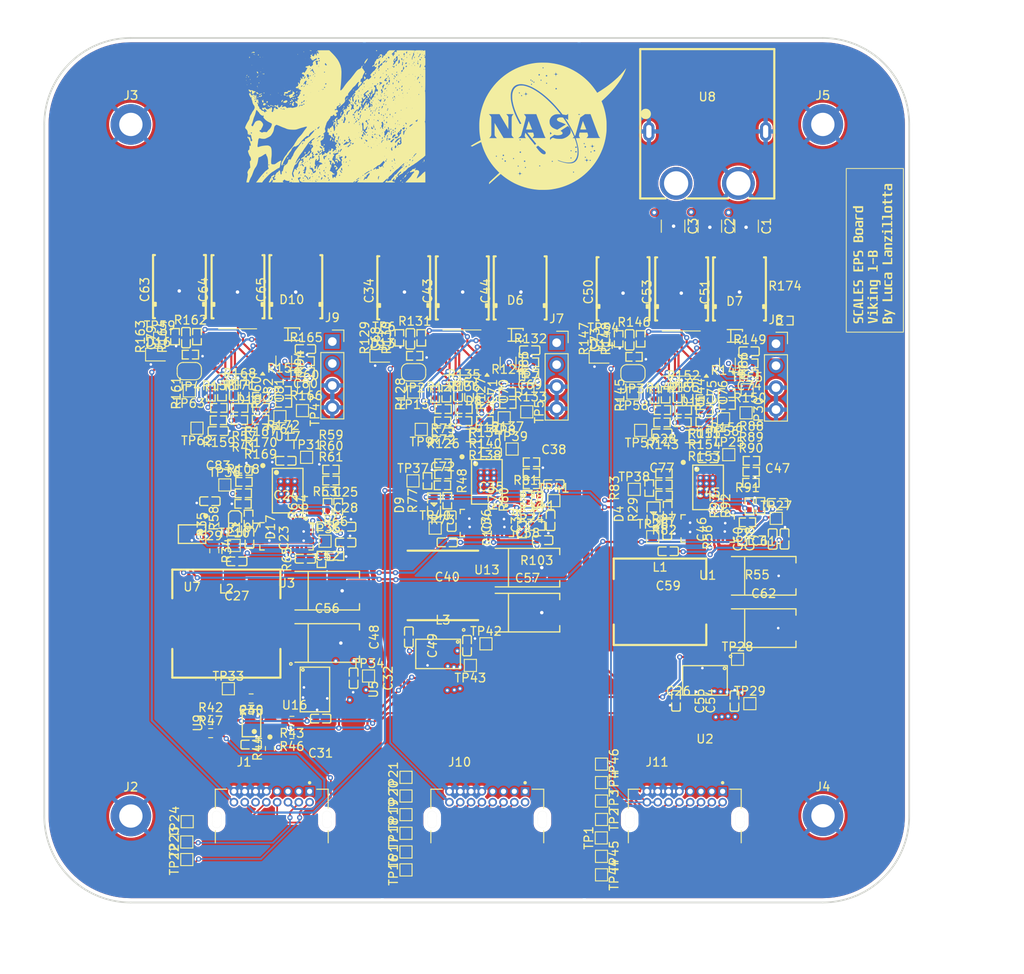
<source format=kicad_pcb>
(kicad_pcb (version 20241229) (generator "pcbnew") (generator_version "9.0")
  (layers (0 "F.Cu" mixed "Signal1") (4 "In1.Cu" power "GND") (6 "In2.Cu" power "Power") (2 "B.Cu" mixed "Signal2") (13 "F.Paste" user) (15 "B.Paste" user) (5 "F.SilkS" user "F.Silkscreen") (7 "B.SilkS" user "B.Silkscreen") (1 "F.Mask" user) (3 "B.Mask" user) (25 "Edge.Cuts" user))
  (net 0 "")
  (net 1 "+V_Batt")
  (net 2 "GND")
  (net 3 "/Perif_Subsystem/WD_Perif/WDT-VIN")
  (net 4 "Net-(C68-Pad2)")
  (net 5 "WDT_WDI_Perif")
  (net 6 "Net-(U6B-+)")
  (net 7 "Net-(U6C--)")
  (net 8 "Net-(U1-TR{slash}SS)")
  (net 9 "Net-(U1-BST)")
  (net 10 "Net-(U1-INTVCC)")
  (net 11 "Net-(U1-FB)")
  (net 12 "Net-(U1-BIAS)")
  (net 13 "+3.3V_OBC")
  (net 14 "+20V_Jetson")
  (net 15 "WDT_WDI_Jetson")
  (net 16 "Net-(C73-Pad2)")
  (net 17 "Net-(U10B-+)")
  (net 18 "Net-(U10C--)")
  (net 19 "Net-(U10D--)")
  (net 20 "Net-(U17-VOUT)")
  (net 21 "Net-(U3-TR{slash}SS)")
  (net 22 "Net-(U3-BIAS)")
  (net 23 "Net-(U3-FB)")
  (net 24 "Net-(U3-BST)")
  (net 25 "Net-(U3-SW)")
  (net 26 "Net-(U3-INTVCC)")
  (net 27 "Net-(U6D--)")
  (net 28 "Net-(U12-VOUT)")
  (net 29 "Net-(U13-TR{slash}SS)")
  (net 30 "Net-(U13-BST)")
  (net 31 "Net-(U13-SW)")
  (net 32 "Net-(U13-INTVCC)")
  (net 33 "/OBC_Subsystem/WD_OBC/WDT-VIN")
  (net 34 "/Jetson_Subsystem/WD_Jetson/WDT-VIN")
  (net 35 "Net-(U13-BIAS)")
  (net 36 "Net-(U13-FB)")
  (net 37 "Net-(U1-VIN)")
  (net 38 "WDT_WDI_OBC")
  (net 39 "Net-(J11-Pad11)")
  (net 40 "Net-(J11-Pad12)")
  (net 41 "Net-(J11-Pad13)")
  (net 42 "Net-(J11-Pad14)")
  (net 43 "Net-(J10-Pad11)")
  (net 44 "Net-(J10-Pad12)")
  (net 45 "Net-(J10-Pad13)")
  (net 46 "Net-(D4-K)")
  (net 47 "Net-(D9-K)")
  (net 48 "Net-(U1-SW)")
  (net 49 "Net-(D13-A)")
  (net 50 "Net-(J10-Pad14)")
  (net 51 "Net-(J10-Pad15)")
  (net 52 "Net-(J1-Pad9)")
  (net 53 "Net-(J1-Pad10)")
  (net 54 "Net-(J1-Pad13)")
  (net 55 "Net-(J11-Pad9)")
  (net 56 "+5V_Perif")
  (net 57 "OBC_EN_JETSON")
  (net 58 "OBC SDA")
  (net 59 "OBC SCL")
  (net 60 "OBC_EN_PERIF")
  (net 61 "Net-(J10-Pad10)")
  (net 62 "~{WD_EN_JETSON}")
  (net 63 "Net-(D14-A)")
  (net 64 "Net-(JP2-A)")
  (net 65 "~{WD_EN_PERIF}")
  (net 66 "~{WD_EN_OBC}")
  (net 67 "Net-(U15-SEL2)")
  (net 68 "Net-(U15-SEL1)")
  (net 69 "Net-(U15-~{ST})")
  (net 70 "Net-(U15-LATCH)")
  (net 71 "Net-(U15-DIA_EN)")
  (net 72 "Net-(D15-A)")
  (net 73 "Net-(D17-K)")
  (net 74 "Net-(JP3-A)")
  (net 75 "/Jetson_Subsystem/WD_Jetson/WDT-VP")
  (net 76 "Net-(R124-Pad1)")
  (net 77 "Net-(R132-Pad2)")
  (net 78 "Net-(R134-Pad2)")
  (net 79 "Net-(U15-SNS)")
  (net 80 "Net-(U6B--)")
  (net 81 "/Perif_Subsystem/WD_Perif/WDT-VP")
  (net 82 "Net-(U7-MOD)")
  (net 83 "Net-(U7-SET)")
  (net 84 "Net-(U6A--)")
  (net 85 "Net-(R141-Pad1)")
  (net 86 "Net-(U17-LATCH)")
  (net 87 "SDA")
  (net 88 "Net-(U10B--)")
  (net 89 "SCL")
  (net 90 "Net-(U9-READY)")
  (net 91 "Net-(U9-EN)")
  (net 92 "Net-(U10A--)")
  (net 93 "Net-(U1-RT)")
  (net 94 "Net-(U1-EN{slash}UV)")
  (net 95 "Net-(U17-SNS)")
  (net 96 "Net-(U17-~{ST})")
  (net 97 "Net-(U17-DIA_EN)")
  (net 98 "Net-(U17-SEL2)")
  (net 99 "Net-(U17-SEL1)")
  (net 100 "Net-(U3-RT)")
  (net 101 "Net-(U3-EN{slash}UV)")
  (net 102 "Net-(U6C-+)")
  (net 103 "Net-(D8-A)")
  (net 104 "Net-(U12-SNS)")
  (net 105 "Net-(U12-LATCH)")
  (net 106 "Net-(U12-~{ST})")
  (net 107 "Net-(U12-SEL2)")
  (net 108 "Net-(U12-SEL1)")
  (net 109 "Net-(U12-DIA_EN)")
  (net 110 "Net-(U13-EN{slash}UV)")
  (net 111 "/OBC_Subsystem/WD_OBC/WDT-VP")
  (net 112 "Net-(R149-Pad2)")
  (net 113 "Net-(U13-RT)")
  (net 114 "SYNC_PHASE3")
  (net 115 "SYNC_PHASE1")
  (net 116 "SYNC_PHASE2")
  (net 135 "Net-(R151-Pad2)")
  (net 136 "Net-(U10C-+)")
  (net 137 "Net-(C79-Pad2)")
  (net 138 "Net-(U11B-+)")
  (net 139 "Net-(U11C--)")
  (net 140 "Net-(U11D--)")
  (net 141 "Net-(D16-A)")
  (net 142 "Net-(D18-A)")
  (net 143 "Net-(JP4-A)")
  (net 144 "Net-(R157-Pad1)")
  (net 145 "Net-(U11B--)")
  (net 146 "Net-(U11A--)")
  (net 147 "Net-(R165-Pad2)")
  (net 148 "Net-(R167-Pad2)")
  (net 149 "Net-(U11C-+)")
  (net 150 "Net-(U10E-V+)")
  (net 151 "Net-(D7-C)")
  (net 152 "Net-(D10-C)")
  (net 153 "Net-(D6-C)")
  (net 154 "Net-(D8-C)")
  (net 155 "Net-(D15-C)")
  (net 156 "Net-(D18-C)")
  (net 157 "Net-(J11-Pad10)")
  (footprint "TestPoint:TestPoint_Pad_1.0x1.0mm" (layer "F.Cu") (at 205.782 70.2415 -90)
    (property "Reference" "TP5")
    (property "Value" "TestPoint")
  )
  (footprint "EPS:R0402" (layer "F.Cu") (at 172.5595 71.18675)
    (property "Reference" "R171")
    (property "Value" "100k")
  )
  (footprint "TestPoint:TestPoint_Pad_1.0x1.0mm" (layer "F.Cu") (at 171.958 85.6996)
    (property "Reference" "TP10")
    (property "Value" "TestPoint")
  )
  (footprint "TestPoint:TestPoint_Pad_1.0x1.0mm" (layer "F.Cu") (at 191.8208 121.158 90)
    (property "Reference" "TP17")
    (property "Value" "TestPoint")
  )
  (footprint "TestPoint:TestPoint_Pad_1.0x1.0mm" (layer "F.Cu") (at 166.768 67.81925 180)
    (property "Reference" "TP63")
    (property "Value" "TestPoint")
  )
  (footprint "EPS:R0402" (layer "F.Cu") (at 170.1365 71.21875)
    (property "Reference" "R158")
    (property "Value" "10k")
  )
  (footprint "EPS:R0402" (layer "F.Cu") (at 223.8505 71.4395)
    (property "Reference" "R155")
    (property "Value" "100k")
  )
  (footprint "EPS:C0402" (layer "F.Cu") (at 197.104 82.889 -90)
    (property "Reference" "C36")
    (property "Value" "22n")
  )
  (footprint "EPS:R0402" (layer "F.Cu") (at 183.9832 81.2188 90)
    (property "Reference" "R64")
    (property "Value" "2k")
  )
  (footprint "EPS:C0402" (layer "F.Cu") (at 184.8468 83.5284)
    (property "Reference" "C25")
    (property "Value" "2.2u")
  )
  (footprint "MountingHole:MountingHole_2.7mm_M2.5_DIN965_Pad" (layer "F.Cu") (at 160.0128 37)
    (property "Reference" "J3")
    (property "Value" "Conn_01x01_Socket")
  )
  (footprint "TestPoint:TestPoint_Pad_1.0x1.0mm" (layer "F.Cu") (at 177.2455 70.80375 180)
    (property "Reference" "TP61")
    (property "Value" "TestPoint")
  )
  (footprint "EPS:R0402" (layer "F.Cu") (at 196.48 68.151 -90)
    (property "Reference" "R127")
    (property "Value" "10k")
  )
  (footprint "LED_SMD:LED_0603_1608Metric" (layer "F.Cu") (at 214.488 63.87575)
    (property "Reference" "D14")
    (property "Value" "GREEN")
  )
  (footprint "EPS:C0402" (layer "F.Cu") (at 169.1496 80.582 180)
    (property "Reference" "C29")
    (property "Value" "100n")
  )
  (footprint "EPS:C0402" (layer "F.Cu") (at 172.2572 87.5416 180)
    (property "Reference" "C27")
    (property "Value" "100n")
  )
  (footprint "Package_SO:TSSOP-14_4.4x5mm_P0.65mm" (layer "F.Cu") (at 172.356 63.24725 180)
    (property "Reference" "U11")
    (property "Value" "TLV1704")
  )
  (footprint "EPS:R0402" (layer "F.Cu") (at 180.279 64.37925 180)
    (property "Reference" "R166")
    (property "Value" "100k")
  )
  (footprint "EPS:R0402" (layer "F.Cu") (at 180.279 65.64925)
    (property "Reference" "R165")
    (property "Value" "1k")
  )
  (footprint "TestPoint:TestPoint_Pad_1.0x1.0mm" (layer "F.Cu") (at 180.3256 75.502)
    (property "Reference" "TP31")
    (property "Value" "TestPoint")
  )
  (footprint "LED_SMD:LED_0603_1608Metric" (layer "F.Cu") (at 189.13 63.75925)
    (property "Reference" "D13")
    (property "Value" "GREEN")
  )
  (footprint "EPS:R0402" (layer "F.Cu") (at 231.5236 81.1412 90)
    (property "Reference" "R93")
    (property "Value" "110k")
  )
  (footprint "EPS:R0402" (layer "F.Cu") (at 183.1468 78.1944)
    (property "Reference" "R60")
    (property "Value" "15k")
  )
  (footprint "TestPoint:TestPoint_Pad_1.0x1.0mm" (layer "F.Cu") (at 231.14 70.358 -90)
    (property "Reference" "TP30")
    (property "Value" "TestPoint")
  )
  (footprint "EPS:R0402" (layer "F.Cu") (at 221.6448 77.382)
    (property "Reference" "R28")
    (property "Value" "1k")
  )
  (footprint "EPS:SOD-323_L1.8-W1.3-LS2.5-RD" (layer "F.Cu") (at 229.814 61.457)
    (property "Reference" "D7")
    (property "Value" "1N4448WS-7-F")
  )
  (footprint "EPS:SOD-323_L1.8-W1.3-LS2.5-RD" (layer "F.Cu") (at 178.6128 61.2648)
    (property "Reference" "D10")
    (property "Value" "1N4448WS-7-F")
  )
  (footprint "TestPoint:TestPoint_Pad_1.0x1.0mm" (layer "F.Cu") (at 195.199 83.693)
    (property "Reference" "TP40")
    (property "Value" "TestPoint")
  )
  (footprint "EPS:CAP-SMD_L7.3-W6.1_TCN4227M025R0100" (layer "F.Cu") (at 198.331 56.2615 90)
    (property "Reference" "C43")
    (property "Value" "100uF")
  )
  (footprint "EPS:R0402" (layer "F.Cu") (at 200.9705 68.654 180)
    (property "Reference" "R134")
    (property "Value" "1k")
  )
  (footprint "Resistor_SMD:R_1206_3216Metric" (layer "F.Cu") (at 228.981 64.759 -90)
    (property "Reference" "R86")
    (property "Value" "10")
  )
  (footprint "EPS:R0402" (layer "F.Cu") (at 226.3285 68.7705 180)
    (property "Reference" "R151")
    (property "Value" "1k")
  )
  (footprint "EPS:R0402" (layer "F.Cu") (at 221.4735 70.0405 180)
    (property "Reference" "R143")
    (property "Value" "10k")
  )
  (footprint "EPS:R0402" (layer "F.Cu") (at 196.039 78.74 180)
    (property "Reference" "R73")
    (property "Value" "15k")
  )
  (footprint "EPS:IND-SMD_L8.0-W8.0" (layer "F.Cu") (at 196.088 90.3224 180)
    (property "Reference" "L3")
    (property "Value" "10u")
  )
  (footprint "EPS:SOD-323_L1.8-W1.3-LS2.5-RD" (layer "F.Cu") (at 204.456 61.3405)
    (property "Reference" "D6")
    (property "Value" "1N4448WS-7-F")
  )
  (footprint "EPS:R0402" (layer "F.Cu") (at 170.547 68.01475 -90)
    (property "Reference" "R160")
    (property "Value" "10k")
  )
  (footprint "EPS:CAP-SMD_L7.3-W6.1_TCN4227M025R0100" (layer "F.Cu") (at 230.378 56.378 90)
    (property "Reference" "C51")
    (property "Value" "100uF")
  )
  (footprint "EPS:LED0603-RD_RED" (layer "F.Cu") (at 172.0452 83.1856 -90)
    (property "Reference" "D17")
    (property "Value" "LED")
  )
  (footprint "EPS:R0402" (layer "F.Cu") (at 191.05 61.6835 90)
    (property "Reference" "R129")
    (property "Value" "10k")
  )
  (footprint "EPS:R0402" (layer "F.Cu") (at 206.326 76.073 180)
    (property "Reference" "R78")
    (property "Value" "15k")
  )
  (footprint "EPS:C0402" (layer "F.Cu") (at 173.1815 67.75575 -90)
    (property "Reference" "C81")
    (property "Value" "10u")
  )
  (footprint "TestPoint:TestPoint_Pad_1.0x1.0mm" (layer "F.Cu") (at 191.8208 112.522 90)
    (property "Reference" "TP21")
    (property "Value" "TestPoint")
  )
  (footprint "LED_SMD:LED_0603_1608Metric" (layer "F.Cu") (at 163.197 63.623)
    (property "Reference" "D16")
    (property "Value" "GREEN")
  )
  (footprint "EPS:R0402" (layer "F.Cu") (at 231.57 65.902)
    (property "Reference" "R149")
    (property "Value" "1k")
  )
  (footprint "Resistor_SMD:R_0603_1608Metric" (layer "F.Cu") (at 169.2336 107.4132)
    (property "Reference" "R47")
    (property "Value" "4.7k")
  )
  (footprint "EPS:CAP-SMD_L7.3-W6.1_TCN4227M025R0100" (layer "F.Cu") (at 165.625 56.11025 90)
    (property "Reference" "C63")
    (property "Value" "100uF")
  )
  (footprint "EPS:R0402" (layer "F.Cu") (at 203.594 69.3315)
    (property "Reference" "R124")
    (property "Value" "10k")
  )
  (footprint "EPS:R0402" (layer "F.Cu") (at 196.0695 71.355)
    (property "Reference" "R125")
    (property "Value" "10k")
  )
  (footprint "EPS:R0402" (layer "F.Cu") (at 231.754 75.9088)
    (property "Reference" "R88")
    (property "Value" "15k")
  )
  (footprint "EPS:C0402" (layer "F.Cu") (at 208.915 78.613)
    (property "Reference" "C38")
    (property "Value" "2.2u")
  )
  (footprint "LOGO" (layer "F.Cu") (at 207.891383 37.145886)
    (property "Reference" "G***" (hide yes))
    (property "Value" "LOGO" (hide yes))
  )
  (footprint "TestPoint:TestPoint_Pad_1.0x1.0mm" (layer "F.Cu") (at 193.59 72.2735 180)
    (property "Reference" "TP9")
    (property "Value" "TestPoint")
  )
  (footprint "Capacitor_SMD:C_1210_3225Metric" (layer "F.Cu") (at 226.949 48.768 -90)
    (property "Reference" "C2")
    (property "Value" "10u")
  )
  (footprint "EPS:R0402" (layer "F.Cu") (at 230.7108 84.748 90)
    (property "Reference" "R56")
    (property "Value" "10k")
  )
  (footprint "EPS:R0402" (layer "F.Cu") (at 182.764 81.2152 90)
    (property "Reference" "R62")
    (property "Value" "110k")
  )
  (footprint "EPS:HTSSOP-16_L5.0-W4.4-P0.65-LS6.4-TL-EP2.9" (layer "F.Cu") (at 178.1412 79.3628)
    (property "Reference" "U17")
    (property "Value" "TPS1HB08BQPWPRQ1")
  )
  (footprint "TestPoint:TestPoint_Pad_1.0x1.0mm" (layer "F.Cu") (at 214.4268 117.3988 -90)
    (property "Reference" "TP2")
    (property "Value" "TestPoint")
  )
  (footprint "EPS:CAP-SMD_L7.3-W6.1_TCN4227M025R0100" (layer "F.Cu") (at 216.916 56.363 90)
    (property "Reference" "C50")
    (property "Value" "100uF")
  )
  (footprint "EPS:R0402" (layer "F.Cu") (at 206.212 65.7855)
    (property "Reference" "R132")
    (property "Value" "1k")
  )
  (footprint "MountingHole:MountingHole_2.7mm_M2.5_DIN965_Pad" (layer "F.Cu") (at 160.0128 117)
    (property "Reference" "J2")
    (property "Value" "Conn_01x01_Socket")
  )
  (footprint "TestPoint:TestPoint_Pad_1.0x1.0mm" (layer "F.Cu") (at 204.089 74.549)
    (property "Reference" "TP39")
    (property "Value" "TestPoint")
  )
  (footprint "EPS:R0402" (layer "F.Cu") (at 192.828 63.7645)
    (property "Reference" "R131")
    (property "Value" "3k")
  )
  (footprint "TestPoint:TestPoint_Pad_1.0x1.0mm" (layer "F.Cu") (at 199.262 99.579 180)
    (property "Reference" "TP43")
    (property "Value" "TestPoint")
  )
  (footprint "Jumper:SolderJumper-2_P1.3mm_Open_RoundedPad1.0x1.5mm" (layer "F.Cu") (at 192.701 65.6695 180)
    (property "Reference" "JP2")
    (property "Value" "SolderJumper_2_Open")
  )
  (footprint "EPS:R0402" (layer "F.Cu") (at 205.232 83.869 90)
    (property "Reference" "R104")
    (property "Value" "5k")
  )
  (footprint "EPS:C0402" (layer "F.Cu") (at 217.678 61.92 90)
    (property "Reference" "C73")
    (property "Value" "10u")
  )
  (footprint "EPS:C0402" (layer "F.Cu") (at 235.5876 84.9424 90)
    (property "Reference" "C78")
    (property "Value" "100n")
  )
  (footprint "EPS:C0402" (layer "F.Cu") (at 231.485 63.235 180)
    (property "Reference" "C74")
    (property "Value" "10u")
  )
  (footprint "TestPoint:TestPoint_Pad_1.0x1.0mm" (layer "F.Cu") (at 192.701 67.9555 180)
    (property "Reference" "TP15")
    (property "Value" "TestPoint")
  )
  (footprint "EPS:R0402" (layer "F.Cu") (at 183.1432 79.4644)
    (property "Reference" "R61")
    (property "Value" "15k")
  )
  (footprint "Resistor_SMD:R_1206_3216Metric" (layer "F.Cu") (at 203.623 64.6425 -90)
    (property "Reference" "R85")
    (property "Value" "10")
  )
  (footprint "TestPoint:TestPoint_Pad_1.0x1.0mm" (layer "F.Cu") (at 191.8208 116.84 90)
    (property "Reference" "TP19")
    (property "Value" "TestPoint")
  )
  (footprint "EPS:HTSSOP-16_L5.0-W4.4-P0.65-LS6.4-TL-EP2.9" (layer "F.Cu") (at 201.168 78.3425)
    (property "Reference" "U12")
    (property "Value" "TPS1HB08BQPWPRQ1")
  )
  (footprint "EPS:R0402" (layer "F.Cu") (at 172.5955 69.78775)
    (property "Reference" "R168")
    (property "Value" "100k")
  )
  (footprint "EPS:C0402" (layer "F.Cu") (at 184.8468 85.3572)
    (property "Reference" "C28")
    (property "Value" "100n")
  )
  (footprint "Connector_PinSocket_2.54mm:PinSocket_1x04_P2.54mm_Vertical" (layer "F.Cu") (at 234.594 62.367)
    (property "Reference" "J8")
    (property "Value" "Conn_01x04")
  )
  (footprint "TestPoint:TestPoint_Pad_1.0x1.0mm" (layer "F.Cu") (at 201.0664 97.0788)
    (property "Reference" "TP42")
    (property "Value" "TestPoint")
  )
  (footprint "EPS:R0402" (layer "F.Cu") (at 196.596 80.518 90)
    (property "Reference" "R77")
    (property "Value" "1k")
  )
  (footprint "Resistor_SMD:R_0603_1608Metric" (layer "F.Cu") (at 169.6576 83.2744 90)
    (property "Reference" "R35")
    (property "Value" "17k")
  )
  (footprint "EPS:C0402" (layer "F.Cu") (at 223.2025 68.0085 -90)
    (property "Reference" "C75")
    (property "Value" "10u")
  )
  (footprint "EPS:HARWIN_G125-MH11605L1P" (layer "F.Cu") (at 224.053 117.3988)
    (property "Reference" "J11")
    (property "Value" "G125-MH11605L1P")
    (fp_line (start -6.9 -0.45) (end -6.9 0.45) (stroke (width 0.01)) (layer "Edge.Cuts"))
    (fp_line (start -5.85 0.45) (end -5.85 -0.45) (stroke (width 0.01)) (layer "Edge.Cuts"))
    (fp_line (start 5.85 -0.45) (end 5.85 0.45) (stroke (width 0.01)) (layer "Edge.Cuts"))
    (fp_line (start 6.9 0.45) (end 6.9 -0.45) (stroke (width 0.01)) (layer "Edge.Cuts"))
    (fp_arc (start -6.9 -0.45) (mid -6.746231 -0.821231) (end -6.375 -0.975) (stroke (width 0.01)) (layer "Edge.Cuts"))
    (fp_arc (start -6.375 -0.975) (mid -6.003769 -0.821231) (end -5.85 -0.45) (stroke (width 0.01)) (layer "Edge.Cuts"))
    (fp_arc (start -6.375 0.975) (mid -6.746231 0.821231) (end -6.9 0.45) (stroke (width 0.01)) (layer "Edge.Cuts"))
    (fp_arc (start -5.85 0.45) (mid -6.003769 0.821231) (end -6.375 0.975) (stroke (width 0.01)) (layer "Edge.Cuts"))
    (fp_arc (start 5.85 -0.45) (mid 6.003769 -0.821231) (end 6.375 -0.975) (stroke (width 0.01)) (layer "Edge.Cuts"))
    (fp_arc (start 6.375 -0.975) (mid 6.746231 -0.821231) (end 6.9 -0.45) (stroke (width 0.01)) (layer "Edge.Cuts"))
    (fp_arc (start 6.375 0.975) (mid 6.003769 0.821231) (end 5.85 0.45) (stroke (width 0.01)) (layer "Edge.Cuts"))
    (fp_arc (start 6.9 0.45) (mid 6.746231 0.821231) (end 6.375 0.975) (stroke (width 0.01)) (layer "Edge.Cuts"))
  )
  (footprint "EPS:R0402" (layer "F.Cu") (at 205.662 82.169)
    (property "Reference" "R81")
    (property "Value" "47k")
  )
  (footprint "EPS:R0402" (layer "F.Cu") (at 207.137 80.391 90)
    (property "Reference" "R80")
    (property "Value" "2k")
  )
  (footprint "EPS:QFN-28_L6.0-W3.0-P0.50-BL-EP" (layer "F.Cu") (at 201.169 83.107 180)
    (property "Reference" "U13")
    (property "Value" "LT8612EUDE#PBF")
  )
  (footprint "EPS:R0402" (layer "F.Cu") (at 173.0848 77.0768)
    (property "Reference" "R57")
    (property "Value" "1k")
  )
  (footprint "EPS:R0402" (layer "F.Cu") (at 196.09277 77.47)
    (property "Reference" "R72")
    (property "Value" "15k")
  )
  (footprint "EPS:C0402" (layer "F.Cu") (at 234.7748 80.7856)
    (property "Reference" "C47")
    (property "Value" "2.2u")
  )
  (footprint "TestPoint:TestPoint_Pad_1.0x1.0mm" (layer "F.Cu") (at 228.5365 71.0565 180)
    (property "Reference" "TP56")
    (property "Value" "TestPoint")
  )
  (footprint "TestPoint:TestPoint_Pad_1.0x1.0mm" (layer "F.Cu") (at 214.4268 123.7996 -90)
    (property "Reference" "TP44")
    (property "Value" "TestPoint")
  )
  (footprint "Resistor_SMD:R_0603_1608Metric" (layer "F.Cu") (at 178.6316 107.5148 180)
    (property "Reference" "R46")
    (property "Value" "4.7k")
  )
  (footprint "Package_SO:TSSOP-14_4.4x5mm_P0.65mm" (layer "F.Cu") (at 198.289 63.3835 180)
    (property "Reference" "U6")
    (property "Value" "TLV1704")
  )
  (footprint "EPS:R0402" (layer "F.Cu") (at 222.0748 81.5476 90)
    (property "Reference" "R29")
    (property "Value" "1k")
  )
  (footprint "EPS:R0402" (layer "F.Cu") (at 198.5285 69.924)
    (property "Reference" "R135")
    (property "Value" "100k")
  )
  (footprint "Connector_PinSocket_2.54mm:PinSocket_1x04_P2.54mm_Vertical" (layer "F.Cu") (at 183.303 62.11425)
    (property "Reference" "J9")
    (property "Value" "Conn_01x04")
  )
  (footprint "EPS:IND-SMD_L10.7-W10.0_ETQP5MXXXX" (layer "F.Cu") (at 221.1888 92.2156)
    (property "Reference" "L1")
    (property "Value" "47uH")
  )
  (footprint "EPS:R0402" (layer "F.Cu") (at 173.0848 78.3468)
    (property "Reference" "R41")
    (property "Value" "15k")
  )
  (footprint "EPS:TSSOP-16_L5.0-W4.4-P0.65-LS6.4-BL-1" (layer "F.Cu") (at 195.5292 98.2472 180)
    (property "Reference" "U16")
    (property "Value" "INA260AIPWR")
  )
  (footprint "EPS:R0402" (layer "F.Cu") (at 193.59 61.6835 90)
    (property "Reference" "R130")
    (property "Value" "10k")
  )
  (footprint "EPS:R0402" (layer "F.Cu") (at 219.9412 79.0584 90)
    (property "Reference" "R83")
    (property "Value" "15k")
  )
  (footprint "EPS:R0402" (layer "F.Cu") (at 196.1155 69.924 180)
    (property "Reference" "R126")
    (property "Value" "10k")
  )
  (footprint "EPS:CAP-SMD_L7.3-W4.3-FD" (layer "F.Cu") (at 233.1776 95.2636)
    (property "Reference" "C62")
    (property "Value" "47u")
  )
  (footprint "EPS:QFN-28_L6.0-W3.0-P0.50-BL-EP" (layer "F.Cu") (at 178.0088 84.6436 180)
    (property "Reference" "U3")
    (property "Value" "LT8612EUDE#PBF")
  )
  (footprint "EPS:C0402" (layer "F.Cu") (at 207.6196 85.09)
    (property "Reference" "C41")
    (property "Value" "100n")
  )
  (footprint "Jumper:SolderJumper-2_P1.3mm_Open_RoundedPad1.0x1.5mm" (layer "F.Cu") (at 218.059 65.786 180)
    (property "Reference" "JP3")
    (property "Value" "SolderJumper_2_Open")
  )
  (footprint "TestPoint:TestPoint_Pad_1.0x1.0mm" (layer "F.Cu") (at 171.2832 102.2736)
    (property "Reference" "TP33")
    (property "Value" "TestPoint")
  )
  (footprint "TestPoint:TestPoint_Pad_1.0x1.0mm" (layer "F.Cu") (at 191.8208 114.681 90)
    (property "Reference" "TP20")
    (property "Value" "TestPoint")
  )
  (footprint "EPS:C0402" (layer "F.Cu") (at 224.4725 68.0085 -90)
    (property "Reference" "C76")
    (property "Value" "10u")
  )
  (footprint "EPS:R0402" (layer "F.Cu") (at 174.9995 71.15075 180)
    (property "Reference" "R169")
    (property "Value" "100k")
  )
  (footprint "EPS:R0402" (layer "F.Cu") (at 173.012 79.6676 180)
    (property "Reference" "R107")
    (property "Value" "56.2k")
  )
  (footprint "EPS:R0402" (layer "F.Cu") (at 195.189 68.195 90)
    (property "Reference" "R128")
    (property "Value" "3k")
  )
  (footprint "EPS:R0402" (layer "F.Cu") (at 226.2905 71.4035 180)
    (property "Reference" "R153")
    (property "Value" "100k")
  )
  (footprint "EPS:C0402" (layer "F.Cu") (at 223.04 103.6876 -90)
    (property "Reference" "C54")
    (property "Value" "100n")
  )
  (footprint "Resistor_SMD:R_0603_1608Metric" (layer "F.Cu") (at 169.6576 86.3224 -90)
    (property "Reference" "R34")
    (property "Value" "14k")
  )
  (footprint "EPS:R0402" (layer "F.Cu") (at 232.7936 81.1176 90)
    (property "Reference" "R92")
    (property "Value" "2k")
  )
  (footprint "Resistor_SMD:R_1206_3216Metric" (layer "F.Cu") (at 177.69 64.50625 -90)
    (property "Reference" "R94")
    (property "Value" "10")
  )
  (footprint "EPS:R0402" (layer "F.Cu") (at 169.256 68.05875 90)
    (property "Reference" "R161")
    (property "Value" "3k")
  )
  (footprint "EPS:R0402" (layer "F.Cu") (at 231.2968 83.0208)
    (property "Reference" "R91")
    (property "Value" "47k")
  )
  (footprint "EPS:C0402" (layer "F.Cu") (at 170.1135 72.47535 180)
    (property "Reference" "C83")
    (property "Value" "10u")
  )
  (footprint "EPS:C0402" (layer "F.Cu") (at 197.8445 67.892 -90)
    (property "Reference" "C71")
    (property "Value" "10u")
  )
  (footprint "EPS:R0402" (layer "F.Cu") (at 231.7032 78.4488)
    (property "Reference" "R90")
    (property "Value" "15k")
  )
  (footprint "Capacitor_SMD:C_1210_3225Metric" (layer "F.Cu") (at 231.199 48.768 -90)
    (property "Reference" "C1")
    (property "Value" "10u")
  )
  (footprint "Capacitor_SMD:C_1210_3225Metric" (layer "F.Cu") (at 222.699 48.768 -90)
    (property "Reference" "C3")
    (property "Value" "10u")
  )
  (footprint "TestPoint:TestPoint_Pad_1.0x1.0mm" (layer "F.Cu") (at 229.136 75.1976)
    (property "Reference" "TP25")
    (property "Value" "TestPoint")
  )
  (footprint "EPS:R0402" (layer "F.Cu") (at 218.186 63.881)
    (property "Reference" "R146")
    (property "Value" "3k")
  )
  (footprint "Resistor_SMD:R_0603_1608Metric" (layer "F.Cu") (at 176.0916 109.1912 90)
    (property "Reference" "R44")
    (property "Value" "4.7k")
  )
  (footprint "EPS:R0402" (layer "F.Cu") (at 228.952 69.448)
    (property "Reference" "R141")
    (property "Value" "10k")
  )
  (footprint "EPS:TH_2P-XT60PW-F" (layer "F.Cu") (at 226.651 40.815)
    (property "Reference" "U8")
    (property "Value" "XT60PW-F_C428722")
  )
  (footprint "EPS:IND-SMD_FTKB1207-6R1NT" (layer "F.Cu") (at 171.0516 94.742)
    (property "Reference" "L2")
    (property "Value" "6.1u")
  )
  (footprint "EPS:CAP-SMD_L7.3-W6.1_TCN4227M025R0100" (layer "F.Cu") (at 191.558 56.2465 90)
    (property "Reference" "C34")
    (property "Value" "100uF")
  )
  (footprint "EPS:CAP-SMD_L7.3-W4.3-FD" (layer "F.Cu") (at 205.867 88.265)
    (property "Reference" "C58")
    (property "Value" "47u")
  )
  (footprint "EPS:C0402" (layer "F.Cu") (at 201.676 74.93 180)
    (property "Reference" "C35")
    (property "Value" "220n")
  )
  (footprint "TestPoint:TestPoint_Pad_1.0x1.0mm" (layer "F.Cu") (at 189.272 61.8595)
    (property "Reference" "TP6")
    (property "Value" "TestPoint")
  )
  (footprint "EPS:R0402" (layer "F.Cu") (at 167.657 61.54725 90)
    (property "Reference" "R164")
    (property "Value" "10k")
  )
  (footprint "EPS:TSSOP-16_L5.0-W4.4-P0.65-LS6.4-BL-1" (layer "F.Cu") (at 181.2908 102.362 -90)
    (property "Reference" "U5")
    (property "Value" "INA260AIPWR")
  )
  (footprint "TestPoint:TestPoint_Pad_1.0x1.0mm" (layer "F.Cu") (at 214.63 61.976)
    (property "Reference" "TP54")
    (property "Value" "TestPoint")
  )
  (footprint "EPS:C0402" (layer "F.Cu") (at 234.216 84.9512 90)
    (property "Reference" "C60")
    (property "Value" "10p")
  )
  (footprint "TestPoint:TestPoint_Pad_1.0x1.0mm" (layer "F.Cu") (at 182.4592 85.2048)
    (property "Reference" "TP35")
    (property "Value" "TestPoint")
  )
  (footprint "TestPoint:TestPoint_Pad_1.0x1.0mm" (layer "F.Cu") (at 230.152 98.8704)
    (property "Reference" "TP28")
    (property "Value" "TestPoint")
  )
  (footprint "TestPoint:TestPoint_Pad_1.0x1.0mm" (layer "F.Cu") (at 179.849 70.10525 -90)
    (property "Reference" "TP47")
    (property "Value" "TestPoint")
  )
  (footprint "EPS:R0402" (layer "F.Cu") (at 194.31 78.232 -90)
    (property "Reference" "R48")
    (property "Value" "15k")
  )
  (footprint "EPS:C0402" (layer "F.Cu") (at 199.1145 67.892 -90)
    (property "Reference" "C70")
    (property "Value" "10u")
  )
  (footprint "EPS:R0402" (layer "F.Cu") (at 223.8865 70.0405)
    (property "Reference" "R152")
    (property "Value" "100k")
  )
  (footprint "EPS:HARWIN_G125-MH11605L1P" (layer "F.Cu") (at 201.2188 117.3988)
    (property "Reference" "J10")
    (property "Value" "G125-MH11605L1P")
    (fp_line (start -6.9 -0.45) (end -6.9 0.45) (stroke (width 0.01)) (layer "Edge.Cuts"))
    (fp_line (start -5.85 0.45) (end -5.85 -0.45) (stroke (width 0.01)) (layer "Edge.Cuts"))
    (fp_line (start 5.85 -0.45) (end 5.85 0.45) (stroke (width 0.01)) (layer "Edge.Cuts"))
    (fp_line (start 6.9 0.45) (end 6.9 -0.45) (stroke (width 0.01)) (layer "Edge.Cuts"))
    (fp_arc (start -6.9 -0.45) (mid -6.746231 -0.821231) (end -6.375 -0.975) (stroke (width 0.01)) (layer "Edge.Cuts"))
    (fp_arc (start -6.375 -0.975) (mid -6.003769 -0.821231) (end -5.85 -0.45) (stroke (width 0.01)) (layer "Edge.Cuts"))
    (fp_arc (start -6.375 0.975) (mid -6.746231 0.821231) (end -6.9 0.45) (stroke (width 0.01)) (layer "Edge.Cuts"))
    (fp_arc (start -5.85 0.45) (mid -6.003769 0.821231) (end -6.375 0.975) (stroke (width 0.01)) (layer "Edge.Cuts"))
    (fp_arc (start 5.85 -0.45) (mid 6.003769 -0.821231) (end 6.375 -0.975) (stroke (width 0.01)) (layer "Edge.Cuts"))
    (fp_arc (start 6.375 -0.975) (mid 6.746231 -0.821231) (end 6.9 -0.45) (stroke (width 0.01)) (layer "Edge.Cuts"))
    (fp_arc (start 6.375 0.975) (mid 6.003769 0.821231) (end 5.85 0.45) (stroke (width 0.01)) (layer "Edge.Cuts"))
    (fp_arc (start 6.9 0.45) (mid 6.746231 0.821231) (end 6.375 0.975) (stroke (width 0.01)) (layer "Edge.Cuts"))
  )
  (footprint "EPS:CAP-SMD_L7.3-W4.3-FD" (layer "F.Cu") (at 182.7132 96.982)
    (property "Reference" "C56")
    (property "Value" "47u")
  )
  (footprint "EPS:C0402" (layer "F.Cu") (at 181.9512 105.728 180)
    (property "Reference" "C31")
    (property "Value" "100n")
  )
  (footprint "TestPoint:TestPoint_Pad_1.0x1.0mm" (layer "F.Cu") (at 214.4268 121.666 -90)
    (property "Reference" "TP45")
    (property "Value" "TestPoint")
  )
  (footprint "EPS:R0402" (layer "F.Cu") (at 226.3285 70.0405 180)
    (property "Reference" "R154")
    (property "Value" "4.7M")
  )
  (footprint "TestPoint:TestPoint_Pad_1.0x1.0mm" (layer "F.Cu") (at 214.4268 110.998 -90)
    (property "Reference" "TP46")
    (property "Value" "TestPoint")
  )
  (footprint "EPS:C0402" (layer "F.Cu") (at 229.7964 103.6964 90)
    (property "Reference" "C55")
    (property "Value" "100n")
  )
  (footprint "MountingHole:MountingHole_2.7mm_M2.5_DIN965_Pad" (layer "F.Cu") (at 240.0128 37)
    (property "Reference" "J5")
    (property "Value" "Conn_01x01_Socket")
  )
  (footprint "TestPoint:TestPoint_Pad_1.0x1.0mm" (layer "F.Cu") (at 203.1785 70.94 180)
    (property "Reference" "TP8")
    (property "Value" "TestPoint")
  )
  (footprint "TestPoint:TestPoint_Pad_1.0x1.0mm" (layer "F.Cu") (at 187.4884 100.8004)
    (property "Reference" "TP34")
    (property "Value" "TestPoint")
  )
  (footprint "TestPoint:TestPoint_Pad_1.0x1.0mm" (layer "F.Cu") (at 166.478 120.0016 90)
    (property "Reference" "TP23")
    (property "Value" "TestPoint")
  )
  (footprint "EPS:C0402" (layer "F.Cu") (at 173.7216 84.8492 -90)
    (property "Reference" "C23")
    (property "Value" "22n")
  )
  (footprint "EPS:R0402" (layer "F.Cu") (at 166.895 63.62825)
    (property "Reference" "R162")
    (property "Value" "3k")
  )
  (footprint "EPS:R0402" (layer "F.Cu") (at 165.117 61.54725 90)
    (property "Reference" "R163")
    (property "Value" "10k")
  )
  (footprint "EPS:R0402" (layer "F.Cu") (at 196.09277 76.2)
    (property "Reference" "R75")
    (property "Value" "1k")
  )
  (footprint "EPS:C0402" (layer "F.Cu") (at 196.0465 72.6116 180)
    (property "Reference" "C72")
    (property "Value" "10u")
  )
  (footprint "EPS:HARWIN_G125-MH11605L1P" (layer "F.Cu") (at 176.3018 117.3988)
    (property "Reference" "J1")
    (property "Value" "G125-MH11605L1P")
    (fp_line (start -6.9 -0.45) (end -6.9 0.45) (stroke (width 0.01)) (layer "Edge.Cuts"))
    (fp_line (start -5.85 0.45) (end -5.85 -0.45) (stroke (width 0.01)) (layer "Edge.Cuts"))
    (fp_line (start 5.85 -0.45) (end 5.85 0.45) (stroke (width 0.01)) (layer "Edge.Cuts"))
    (fp_line (start 6.9 0.45) (end 6.9 -0.45) (stroke (width 0.01)) (layer "Edge.Cuts"))
    (fp_arc (start -6.9 -0.45) (mid -6.746231 -0.821231) (end -6.375 -0.975) (stroke (width 0.01)) (layer "Edge.Cuts"))
    (fp_arc (start -6.375 -0.975) (mid -6.003769 -0.821231) (end -5.85 -0.45) (stroke (width 0.01)) (layer "Edge.Cuts"))
    (fp_arc (start -6.375 0.975) (mid -6.746231 0.821231) (end -6.9 0.45) (stroke (width 0.01)) (layer "Edge.Cuts"))
    (fp_arc (start -5.85 0.45) (mid -6.003769 0.821231) (end -6.375 0.975) (stroke (width 0.01)) (layer "Edge.Cuts"))
    (fp_arc (start 5.85 -0.45) (mid 6.003769 -0.821231) (end 6.375 -0.975) (stroke (width 0.01)) (layer "Edge.Cuts"))
    (fp_arc (start 6.375 -0.975) (mid 6.746231 -0.821231) (end 6.9 -0.45) (stroke (width 0.01)) (layer "Edge.Cuts"))
    (fp_arc (start 6.375 0.975) (mid 6.003769 0.821231) (end 5.85 0.45) (stroke (width 0.01)) (layer "Edge.Cuts"))
    (fp_arc (start 6.9 0.45) (mid 6.746231 0.821231) (end 6.375 0.975) (stroke (width 0.01)) (layer "Edge.Cuts"))
  )
  (footprint "Resistor_SMD:R_0603_1608Metric" (layer "F.Cu") (at 173.916 103.4 180)
    (property "Reference" "R45")
    (property "Value" "4.7k")
  )
  (footprint "EPS:R0402" (layer "F.Cu") (at 221.838 68.2675 -90)
    (property "Reference" "R144")
    (property "Value" "10k")
  )
  (footprint "TestPoint:TestPoint_Pad_1.0x1.0mm" (layer "F.Cu") (at 208.915 80.518)
    (property "Reference" "TP41")
    (property "Value" "TestPoint")
  )
  (footprint "EPS:R0402" (layer "F.Cu") (at 173.62 82.5632 90)
    (property "Reference" "R58")
    (property "Value" "1k")
  )
  (footprint "EPS:R0402" (layer "F.Cu") (at 170.1825 69.78775 180)
    (property "Reference" "R159")
    (property "Value" "10k")
  )
  (footprint "EPS:R0402" (layer "F.Cu") (at 235.634 59.69)
    (property "Reference" "R174")
    (property "Value" "100k")
  )
  (footprint "EPS:CAP-SMD_L7.3-W6.1_TCN4227M025R0100" (layer "F.Cu") (at 172.398 56.12525 90)
    (property "Reference" "C64")
    (property "Value" "100uF")
  )
  (footprint "EPS:C0402" (layer "F.Cu") (at 192.32 61.8035 90)
    (property "Reference" "C68")
    (property "Value" "10u")
  )
  (footprint "EPS:R0402" (layer "F.Cu") (at 177.661 69.19525)
    (property "Reference" "R157")
    (property "Value" "10k")
  )
  (footprint "Package_SO:TSSOP-14_4.4x5mm_P0.65mm" (layer "F.Cu") (at 223.647 63.5 180)
    (property "Reference" "U10")
    (property "Value" "TLV1704")
  )
  (footprint "TestPoint:TestPoint_Pad_1.0x1.0mm" (layer "F.Cu") (at 170.8768 78.7024)
    (property "Reference" "TP36")
    (property "Value" "TestPoint")
  )
  (footprint "EPS:SOD-323_L1.8-W1.3-LS2.5-RD" (layer "F.Cu") (at 224.9805 73.0885)
    (property "Reference" "D15")
    (property "Value" "1N4448WS-7-F")
  )
  (footprint "EPS:R0402" (layer "F.Cu") (at 221.6684 79.922 180)
    (property "Reference" "R82")
    (property "Value" "15k")
  )
  (footprint "TestPoint:TestPoint_Pad_1.0x1.0mm" (layer "F.Cu") (at 192.6336 78.232)
    (property "Reference" "TP37")
    (property "Value" "TestPoint")
  )
  (footprint "Resistor_SMD:R_0603_1608Metric" (layer "F.Cu") (at 178.6316 105.9908 180)
    (property "Reference" "R43")
    (property "Value" "4.7k")
  )
  (footprint "EPS:R0402" (layer "F.Cu") (at 231.57 64.632 180)
    (property "Reference" "R150")
    (property "Value" "100k")
  )
  (footprint "EPS:R0402" (layer "F.Cu") (at 200.9325 71.287 180)
    (property "Reference" "R138")
    (property "Value" "100k")
  )
  (footprint "MountingHole:MountingHole_2.7mm_M2.5_DIN965_Pad" (layer "F.Cu") (at 240.03 116.967)
    (property "Reference" "J4")
    (property "Value" "Conn_01x01_Socket")
  )
  (footprint "Jumper:SolderJumper-2_P1.3mm_Open_RoundedPad1.0x1.5mm" (layer "F.Cu") (at 166.768 65.53325 180)
    (property "Reference" "JP4")
    (property "Value" "SolderJumper_2_Open")
  )
  (footprint "LOGO" (layer "F.Cu") (at 181.55858 36.067124)
    (property "Reference" "G***")
    (property "Value" "LOGO" (hide yes))
  )
  (footprint "TestPoint:TestPoint_Pad_1.0x1.0mm" (layer "F.Cu") (at 218.948 72.39 180)
    (property "Reference" "TP57")
    (property "Value" "TestPoint")
  )
  (footprint "EPS:LED0603-RD_RED" (layer "F.Cu") (at 195.072 81.026 90)
    (property "Reference" "D9")
    (property "Value" "LED")
  )
  (footprint "TestPoint:TestPoint_Pad_1.0x1.0mm" (layer "F.Cu") (at 234.6224 82.5636)
    (property "Reference" "TP27")
    (property "Value" "TestPoint")
  )
  (footprint "EPS:VSSOP-8_L3.0-W3.0-P0.65-LS4.9-BL" (layer "F.Cu") (at 173.958 106.2448 90)
    (property "Reference" "U9")
    (property "Value" "TCA4307DGKR")
  )
  (footprint "EPS:C0402" (layer "F.Cu") (at 171.9115 67.75575 -90)
    (property "Reference" "C82")
    (property "Value" "10u")
  )
  (footprint "TestPoint:TestPoint_Pad_1.0x1.0mm" (layer "F.Cu") (at 163.339 61.72325)
    (property "Reference" "TP59")
    (property "Value" "TestPoint")
  )
  (footprint "EPS:R0402" (layer "F.Cu") (at 231.7268 77.1788)
    (property "Reference" "R89")
    (property "Value" "15k")
  )
  (footprint "Connector_PinSocket_2.54mm:PinSocket_1x04_P2.54mm_Vertical" (layer "F.Cu") (at 209.236 62.2505)
    (property "Reference" "J7")
    (property "Value" "Conn_01x04")
  )
  (footprint "EPS:R0402" (layer "F.Cu") (at 221.4275 71.4715)
    (property "Reference" "R142")
    (property "Value" "10k")
  )
  (footprint "EPS:R0402" (layer "F.Cu") (at 175.0375 68.51775 180)
    (property "Reference" "R167")
    (property "Value" "1k")
  )
  (footprint "EPS:SOD-323_L1.8-W1.3-LS2.5-RD" (layer "F.Cu") (at 173.6895 72.83575)
    (property "Reference" "D18")
    (property "Value" "1N4448WS-7-F")
  )
  (footprint "TestPoint:TestPoint_Pad_1.0x1.0mm" (layer "F.Cu") (at 218.214 79.2108)
    (property "Reference" "TP38")
    (property "Value" "TestPoint")
  )
  (footprint "EPS:C0402" (layer "F.Cu") (at 222.1344 86.3736 180)
    (property "Reference" "C59")
    (property "Value" "100n")
  )
  (footprint "EPS:C0402" (layer "F.Cu") (at 226.7484 75.604 180)
    (property "Reference" "C45")
    (property "Value" "220n")
  )
  (footprint "TestPoint:TestPoint_Pad_1.0x1.0mm" (layer "F.Cu") (at 167.657 72.13725 180)
    (property "Reference" "TP62")
    (property "Value" "TestPoint")
  )
  (footprint "TestPoint:TestPoint_Pad_1.0x1.0mm" (layer "F.Cu") (at 179.976 67.43825)
    (property "Reference" "TP60")
    (property "Value" "TestPoint")
  )
  (footprint "EPS:C0402" (layer "F.Cu") (at 177.9292 75.9084 180)
    (property "Reference" "C24")
    (property "Value" "220n")
  )
  (footprint "EPS:R0402" (layer "F.Cu") (at 203.545 67.9555 180)
    (property "Reference" "R137")
    (property "Value" "100k")
  )
  (footprint "EPS:C0402" (layer "F.Cu") (at 185.7612 101.0544 -90)
    (property "Reference" "C32")
    (property "Value" "100n")
  )
  (footprint "EPS:R0402" (layer "F.Cu") (at 205.867 80.264 90)
    (property "Reference" "R79")
    (property "Value" "110k")
  )
  (footprint "EPS:R0402" (layer "F.Cu") (at 200.9705 69.924 180)
    (property "Reference" "R140")
    (property "Value" "4.7M")
  )
  (footprint "EPS:C0402" (layer "F.Cu") (at 173.916 108.734)
    (property "Reference" "C30")
    (property "Value" "100n")
  )
  (footprint "EPS:R0402" (layer "F.Cu") (at 182.0528 87.3148 90)
    (property "Reference" "R65")
    (property "Value" "240k")
  )
  (footprint "TestPoint:TestPoint_Pad_1.0x1.0mm" (layer "F.Cu") (at 166.478 122.0336 90)
    (property "Reference" "TP22")
    (property "Value" "TestPoint")
  )
  (footprint "EPS:C0402" (layer "F.Cu") (at 221.4045 72.7281 180)
    (property "Reference" "C77")
    (property "Value" "10u")
  )
  (footprint "EPS:R0402" (layer "F.Cu") (at 216.408 61.8 90)
    (property "Reference" "R147")
    (property "Value" "10k")
  )
  (footprint "EPS:R0402" (layer "F.Cu") (at 218.948 61.8 90)
    (property "Reference" "R148")
    (property "Value" "10k")
  )
  (footprint "EPS:R0402" (layer "F.Cu") (at 198.4925 71.323)
    (property "Reference" "R136")
    (property "Value" "100k")
  )
  (footprint "TestPoint:TestPoint_Pad_1.0x1.0mm" (layer "F.Cu") (at 166.5224 117.6528 90)
    (property "Reference" "TP24")
    (property "Value" "TestPoint")
  )
  (footprint "TestPoint:TestPoint_Pad_1.0x1.0mm" (layer "F.Cu") (at 218.059 68.072 180)
    (property "Reference" "TP58")
    (property "Value" "TestPoint")
  )
  (footprint "TestPoint:TestPoint_Pad_1.0x1.0mm" (layer "F.Cu") (at 231.267 67.691)
    (property "Reference" "TP55")
    (property "Value" "TestPoint")
  )
  (footprint "EPS:R0402" (layer "F.Cu") (at 206.932 83.439 180)
    (property "Reference" "R103")
    (property "Value" "20.8k")
  )
  (footprint "EPS:R0402" (layer "F.Cu") (at 182.4592 83.4776)
    (property "Reference" "R63")
    (property "Value" "47k")
  )
  (footprint "EPS:MSOP-10_L3.0-W3.0-P0.50-LS5.0-BL" (layer "F.Cu") (at 167.0859 84.392 180)
    (property "Reference" "U7")
    (property "Value" "LTC6902")
  )
  (footprint "EPS:CAP-SMD_L7.3-W6.1_TCN4227M025R0100" (layer "F.Cu") (at 223.689 56.378 90)
    (property "Reference" "C53")
    (property "Value" "100uF")
  )
  (footprint "EPS:CAP-SMD_L7.3-W4.3-FD" (layer "F.Cu") (at 233.1776 89.2136)
    (property "Reference" "C61")
    (property "Value" "47u")
  )
  (footprint "TestPoint:TestPoint_Pad_1.0x1.0mm" (layer "F.Cu") (at 191.8208 123.232 90)
    (property "Reference" "TP16")
    (property "Value" "TestPoint")
  )
  (footprint "TestPoint:TestPoint_Pad_1.0x1.0mm" (layer "F.Cu") (at 220.3476 84.6972)
    (property "Reference" "TP26")
    (property "Value" "TestPoint")
  )
  (footprint "TestPoint:TestPoint_Pad_1.0x1.0mm" (layer "F.Cu") (at 205.909 67.5745)
    (property "Reference" "TP7")
    (property "Value" "TestPoint")
  )
  (footprint "EPS:LED0603-RD_RED" (layer "F.Cu") (at 220.4492 82.0556 90)
    (property "Reference" "D4")
    (property "Value" "LED")
  )
  (footprint "EPS:CAP-SMD_L7.3-W6.1_TCN4227M025R0100" (layer "F.Cu") (at 179.087 56.12525 90)
    (property "Reference" "C65")
    (property "Value" "100uF")
  )
  (footprint "EPS:R0402" (layer "F.Cu") (at 183.1468 76.9244)
    (property "Reference" "R59")
    (property "Value" "15k")
  )
  (footprint "TestPoint:TestPoint_Pad_1.0x1.0mm" (layer "F.Cu") (at 191.8208 118.999 90)
    (property "Reference" "TP18")
    (property "Value" "TestPoint")
  )
  (footprint "EPS:R0402" (layer "F.Cu") (at 183.6784 86.932)
    (property "Reference" "R66")
    (property "Value" "100k")
  )
  (footprint "Resistor_SMD:R_0603_1608Metric" (layer "F.Cu") (at 169.2336 105.8892)
    (property "Reference" "R42")
    (property "Value" "4.7k")
  )
  (footprint "EPS:R0402" (layer "F.Cu") (at 220.547 68.3115 90)
    (property "Reference" "R145")
    (property "Value" "3k")
  )
  (footprint "EPS:R0402" (layer "F.Cu") (at 221.6448 78.652 180)
    (property "Reference" "R87")
    (property "Value" "15k")
  )
  (footprint "EPS:R0402" (layer "F.Cu") (at 172.9868 80.8868)
    (property "Reference" "R108")
    (property "Value" "10k")
  )
  (footprint "EPS:C0402" (layer "F.Cu") (at 222.024 83.8336 -90)
    (property "Reference" "C46")
    (property "Value" "22n")
  )
  (footprint "TestPoint:TestPoint_Pad_1.0x1.0mm" (layer "F.Cu") (at 214.4268 115.2652 -90)
    (property "Reference" "TP3")
    (property "Value" "TestPoint")
  )
  (footprint "EPS:CAP-SMD_L7.3-W4.3-FD" (layer "F.Cu") (at 182.7132 90.932)
    (property "Reference" "C52")
    (property "Value" "47u")
  )
  (footprint "EPS:C0402" (layer "F.Cu") (at 198.881 97.293 90)
    (property "Reference" "C49")
    (property "Value" "100n")
  )
  (footprint "EPS:R0402" (layer "F.Cu") (at 228.903 68.072 180)
    (property "Reference" "R156")
    (property "Value" "100k")
  )
  (footprint "EPS:R0402" (layer "F.Cu") (at 232.4144 85.1036 180)
    (property "Reference" "R55")
    (property "Value" "196k")
  )
  (footprint "EPS:C0402" (layer "F.Cu") (at 166.387 61.66725 90)
    (property "Reference" "C79")
    (property "Value" "10u")
  )
  (footprint "EPS:R0402" (layer "F.Cu") (at 177.612 67.81925 180)
    (property "Reference" "R172")
    (property "Value" "100k")
  )
  (footprint "TestPoint:TestPoint_Pad_1.0x1.0mm" (layer "F.Cu") (at 214.4268 113.1316 -90)
    (property "Reference" "TP4")
    (property "Value" "TestPoint")
  )
  (footprint "EPS:R0402" (layer "F.Cu") (at 206.326 78.613 180)
    (property "Reference" "R74")
    (property "Value" "15k")
  )
  (footprint "EPS:HTSSOP-16_L5.0-W4.4-P0.65-LS6.4-TL-EP2.9" (layer "F.Cu") (at 226.7484 78.9911)
    (property "Reference" "U15")
    (property "Value" "TPS1HB08BQPWPRQ1")
  )
  (footprint "EPS:C0402" (layer "F.Cu") (at 196.596 85.344 180)
    (property "Reference" "C40")
    (property "Value" "100n")
  )
  (footprint "TestPoint:TestPoint_Pad_1.0x1.0mm" (layer "F.Cu") (at 231.5744 104.0012)
    (property "Reference" "TP29")
    (property "Value" "TestPoint")
  )
  (footprint "EPS:SOD-323_L1.8-W1.3-LS2.5-RD" (layer "F.Cu") (at 199.6225 72.972)
    (property "Reference" "D8")
    (property "Value" "1N4448WS-7-F")
  )
  (footprint "EPS:C0402" (layer "F.Cu") (at 180.182 87.2368)
    (property "Reference" "C26")
    (property "Value" "10p")
  )
  (footprint "EPS:R0402" (layer "F.Cu") (at 206.319389 77.343 180)
    (property "Reference" "R76")
    (property "Value" "15k")
  )
  (footprint "EPS:R0402" (layer "F.Cu") (at 175.0375 69.78775 180)
    (property "Reference" "R170")
    (property "Value" "4.7M")
  )
  (footprint "EPS:QFN-28_L6.0-W3.0-P0.50-BL-EP" (layer "F.Cu") (at 226.6976 83.732 180)
    (property "Reference" "U1")
    (property "Value" "LT8612EUDE#PBF")
  )
  (footprint "EPS:C0402" (layer "F.Cu") (at 192.151 96.308 90)
    (property "Reference" "C48")
    (property "Value" "100n")
  )
  (footprint "TestPoint:TestPoint_Pad_1.0x1.0mm" (layer "F.Cu") (at 214.4018 119.5302 90)
    (property "Reference" "TP1")
    (property "Value" "TestPoint")
  )
  (footprint "EPS:TSSOP-16_L5.0-W4.4-P0.65-LS6.4-BL-1" (layer "F.Cu") (at 226.3836 101.3088 180)
    (property "Reference" "U2")
    (property "Value" "INA260AIPWR")
  )
  (footprint "EPS:C0402" (layer "F.Cu") (at 208.534 82.804 90)
    (property "Reference" "C39")
    (property "Value" "10p")
  )
  (footprint "EPS:C0402" (layer "F.Cu") (at 206.127 63.1185 180)
    (property "Reference" "C69")
    (property "Value" "10u")
  )
  (footprint "EPS:C0402" (layer "F.Cu") (at 180.194 62.98225 180)
    (property "Reference" "C80")
    (property "Value" "10u")
  )
  (footprint "EPS:R0402" (layer "F.Cu") (at 206.212 64.5155 180)
    (property "Reference" "R133")
    (property "Value" "100k")
  )
  (footprint "EPS:CAP-SMD_L7.3-W6.1_TCN4227M025R0100" (layer "F.Cu") (at 205.02 56.2615 90)
    (property "Reference" "C44")
    (property "Value" "100uF")
  )
  (footprint "EPS:CAP-SMD_L7.3-W4.3-FD" (layer "F.Cu") (at 205.867 93.472)
    (property "Reference" "C57")
    (property "Value" "47u")
  )
  (gr_line (start 240 26.999999) (end 159.999999 26.999999) (stroke (width 0.2)) (layer "Edge.Cuts"))
  (gr_line (start 159.999999 126.999999) (end 240 126.999999) (stroke (width 0.2)) (layer "Edge.Cuts"))
  (gr_line (start 250 116.999999) (end 250 36.999999) (stroke (width 0.2)) (layer "Edge.Cuts"))
  (gr_arc (start 250 116.999999) (mid 247.071068 124.071067) (end 240 126.999999) (stroke (width 0.2)) (layer "Edge.Cuts"))
  (gr_arc (start 150 36.999998) (mid 152.928932 29.928931) (end 159.999999 26.999999) (stroke (width 0.2)) (layer "Edge.Cuts"))
  (gr_line (start 150 36.999998) (end 150 117) (stroke (width 0.2)) (layer "Edge.Cuts"))
  (gr_arc (start 159.999999 126.999999) (mid 152.928932 124.071067) (end 150 117) (stroke (width 0.2)) (layer "Edge.Cuts"))
  (gr_arc (start 240 26.999999) (mid 247.071068 29.928931) (end 250 36.999999) (stroke (width 0.2)) (layer "Edge.Cuts"))
  (gr_text_box "SCALES EPS Board\nViking 1-B\nBy Luca Lanzillotta" (start 242.7224 42.1005) (end 249.3264 61.0235) (margins 1.0025 1.0025 1.0025 1.0025) (angle 90) (layer "F.SilkS") (effects (font (size 1 1) (thickness 0.025) (bold yes)) (justify left top)) (border yes) (stroke (width 0.1)))
  (segment (start 178.4792 75.9084) (end 179.97 75.9084) (width 0.25) (layer "F.Cu") (net 1))
  (segment (start 178.4792 77.958) (end 178.1412 78.296) (width 0.25) (layer "F.Cu") (net 1))
  (segment (start 202.226 74.93) (end 203.708 74.93) (width 0.2) (layer "F.Cu") (net 1))
  (segment (start 202.226 74.93) (end 202.226 77.0216) (width 0.2) (layer "F.Cu") (net 1))
  (segment (start 229.108 47.1932) (end 231.14 47.1932) (width 1) (layer "F.Cu") (net 1))
  (segment (start 222.7072 47.1932) (end 222.758 47.244) (width 1) (layer "F.Cu") (net 1))
  (segment (start 171.7912 79.6966) (end 172.5242 79.6966) (width 0.25) (layer "F.Cu") (net 1))
  (segment (start 224.79 47.1424) (end 226.9744 47.1424) (width 1) (layer "F.Cu") (net 1))
  (segment (start 203.708 74.93) (end 204.089 74.549) (width 0.2) (layer "F.Cu") (net 1))
  (segment (start 202.226 77.0216) (end 201.9808 77.2668) (width 0.2) (layer "F.Cu") (net 1))
  (segment (start 220.5228 47.1932) (end 222.7072 47.1932) (width 1) (layer "F.Cu") (net 1))
  (segment (start 227.2984 75.604) (end 228.7804 75.604) (width 0.25) (layer "F.Cu") (net 1))
  (segment (start 179.97 75.9084) (end 180.3764 75.502) (width 0.25) (layer "F.Cu") (net 1))
  (segment (start 227.2984 75.604) (end 227.2984 77.8064) (width 0.25) (layer "F.Cu") (net 1))
  (segment (start 231.14 47.1932) (end 231.1908 47.244) (width 1) (layer "F.Cu") (net 1))
  (segment (start 172.5242 79.6966) (end 172.5532 79.6676) (width 0.25) (layer "F.Cu") (net 1))
  (segment (start 227.2984 77.8064) (end 227.2792 77.8256) (width 0.25) (layer "F.Cu") (net 1))
  (segment (start 226.9744 47.1424) (end 227.076 47.244) (width 1) (layer "F.Cu") (net 1))
  (segment (start 228.7804 75.604) (end 229.1868 75.1976) (width 0.25) (layer "F.Cu") (net 1))
  (segment (start 178.4792 75.9084) (end 178.4792 77.958) (width 0.25) (layer "F.Cu") (net 1))
  (via (at 178.9684 79.756) (size 0.6) (drill 0.3) (layers "F.Cu" "B.Cu") (net 1))
  (via (at 178.1556 80.518) (size 0.6) (drill 0.3) (layers "F.Cu" "B.Cu") (net 1))
  (via (at 200.4568 78.6384) (size 0.6) (drill 0.3) (layers "F.Cu" "B.Cu") (net 1))
  (via (at 177.3284 78.296) (size 0.6) (drill 0.3) (layers "F.Cu" "B.Cu") (net 1))
  (via (at 201.9808 77.9272) (size 0.6) (drill 0.3) (layers "F.Cu" "B.Cu") (net 1))
  (via (at 201.2188 78.6384) (size 0.6) (drill 0.3) (layers "F.Cu" "B.Cu") (net 1))
  (via (at 226.568 77.8764) (size 0.6) (drill 0.3) (layers "F.Cu" "B.Cu") (net 1))
  (via (at 227.2792 78.5368) (size 0.6) (drill 0.3) (layers "F.Cu" "B.Cu") (net 1))
  (via (at 178.954 79.1088) (size 0.6) (drill 0.3) (layers "F.Cu" "B.Cu") (net 1))
  (via (at 226.568 79.1972) (size 0.6) (drill 0.3) (layers "F.Cu" "B.Cu") (net 1))
  (via (at 227.2792 79.8576) (size 0.6) (drill 0.3) (layers "F.Cu" "B.Cu") (net 1))
  (via (at 177.3284 79.1088) (size 0.6) (drill 0.3) (layers "F.Cu" "B.Cu") (net 1))
  (via (at 226.568 79.8576) (size 0.6) (drill 0.3) (layers "F.Cu" "B.Cu") (net 1))
  (via (at 201.2188 77.9272) (size 0.6) (drill 0.3) (layers "F.Cu" "B.Cu") (net 1))
  (via (at 171.7912 79.6966) (size 0.6) (drill 0.3) (layers "F.Cu" "B.Cu") (net 1))
  (via (at 200.4568 79.3496) (size 0.6) (drill 0.3) (layers "F.Cu" "B.Cu") (net 1))
  (via (at 178.1412 79.1088) (size 0.6) (drill 0.3) (layers "F.Cu" "B.Cu") (net 1))
  (via (at 200.4568 77.9272) (size 0.6) (drill 0.3) (layers "F.Cu" "B.Cu") (net 1))
  (via (at 225.8568 79.9084) (size 0.6) (drill 0.3) (layers "F.Cu" "B.Cu") (net 1))
  (via (at 201.2188 77.2668) (size 0.6) (drill 0.3) (layers "F.Cu" "B.Cu") (net 1))
  (via (at 178.1412 78.296) (size 0.6) (drill 0.3) (layers "F.Cu" "B.Cu") (net 1))
  (via (at 178.954 78.296) (size 0.6) (drill 0.3) (layers "F.Cu" "B.Cu") (net 1))
  (via (at 225.8568 79.1972) (size 0.6) (drill 0.3) (layers "F.Cu" "B.Cu") (net 1))
  (via (at 225.8568 78.5368) (size 0.6) (drill 0.3) (layers "F.Cu" "B.Cu") (net 1))
  (via (at 224.79 47.1424) (size 0.8) (drill 0.4) (layers "F.Cu" "B.Cu") (net 1))
  (via (at 201.9808 78.6384) (size 0.6) (drill 0.3) (layers "F.Cu" "B.Cu") (net 1))
  (via (at 201.2188 79.3496) (size 0.6) (drill 0.3) (layers "F.Cu" "B.Cu") (net 1))
  (via (at 225.8568 77.8764) (size 0.6) (drill 0.3) (layers "F.Cu" "B.Cu") (net 1))
  (via (at 177.3936 79.756) (size 0.6) (drill 0.3) (layers "F.Cu" "B.Cu") (net 1))
  (via (at 178.1412 79.756) (size 0.6) (drill 0.3) (layers "F.Cu" "B.Cu") (net 1))
  (via (at 177.3428 80.518) (size 0.6) (drill 0.3) (layers "F.Cu" "B.Cu") (net 1))
  (via (at 201.9808 77.2668) (size 0.6) (drill 0.3) (layers "F.Cu" "B.Cu") (net 1))
  (via (at 200.4568 77.2668) (size 0.6) (drill 0.3) (layers "F.Cu" "B.Cu") (net 1))
  (via (at 226.568 78.5368) (size 0.6) (drill 0.3) (layers "F.Cu" "B.Cu") (net 1))
  (via (at 227.2792 79.1972) (size 0.6) (drill 0.3) (layers "F.Cu" "B.Cu") (net 1))
  (via (at 229.108 47.1932) (size 0.8) (drill 0.4) (layers "F.Cu" "B.Cu") (net 1))
  (via (at 220.5228 47.1932) (size 0.8) (drill 0.4) (layers "F.Cu" "B.Cu") (net 1))
  (via (at 227.2792 77.8764) (size 0.6) (drill 0.3) (layers "F.Cu" "B.Cu") (net 1))
  (segment (start 223.051 44.03) (end 223.012 44.069) (width 0.2) (layer "B.Cu") (net 1))
  (segment (start 223.051 43.815) (end 223.051 44.03) (width 0.2) (layer "B.Cu") (net 1))
  (segment (start 216.916 53.813) (end 216.916 56.515) (width 1) (layer "F.Cu") (net 2))
  (segment (start 194.5425 68.654) (end 195.16 68.654) (width 0.25) (layer "F.Cu") (net 2))
  (segment (start 185.3968 84.6372) (end 185.3548 84.5952) (width 0.25) (layer "F.Cu") (net 2))
  (segment (start 229.5932 83.986) (end 229.5344 83.9272) (width 0.25) (layer "F.Cu") (net 2))
  (segment (start 198.9778 83.357) (end 199.1868 83.566) (width 0.25) (layer "F.Cu") (net 2))
  (segment (start 229.5628 84.4272) (end 229.0692 84.4272) (width 0.25) (layer "F.Cu") (net 2))
  (segment (start 180.248 84.8936) (end 179.99 85.1516) (width 0.25) (layer "F.Cu") (net 2))
  (segment (start 205.02 53.7115) (end 205.02 56.303) (width 1) (layer "F.Cu") (net 2))
  (segment (start 231.598 80.7112) (end 232.1332 80.176) (width 0.25) (layer "F.Cu") (net 2))
  (segment (start 223.7776 82.982) (end 223.8324 82.9272) (width 0.25) (layer "F.Cu") (net 2))
  (segment (start 180.9288 84.3936) (end 180.2988 84.3936) (width 0.25) (layer "F.Cu") (net 2))
  (segment (start 200.914 74.93) (end 199.771 76.073) (width 0.2) (layer "F.Cu") (net 2))
  (segment (start 224.31 83.4272) (end 224.6656 83.0716) (width 0.25) (layer "F.Cu") (net 2))
  (segment (start 206.756 77.597) (end 207.645 76.708) (width 0.2) (layer "F.Cu") (net 2))
  (segment (start 188.3425 64.81575) (end 188.256 64.90225) (width 0.25) (layer "F.Cu") (net 2))
  (segment (start 197.3159 72.6116) (end 197.3365 72.591) (width 0.25) (layer "F.Cu") (net 2))
  (segment (start 232.6448 80.6876) (end 232.1332 80.176) (width 0.25) (layer "F.Cu") (net 2))
  (segment (start 222.699 50.243) (end 222.699 48.827) (width 1) (layer "F.Cu") (net 2))
  (segment (start 176.7588 83.6076) (end 176.0784 84.288) (width 0.25) (layer "F.Cu") (net 2))
  (segment (start 206.756 78.613) (end 206.756 77.597) (width 0.2) (layer "F.Cu") (net 2))
  (segment (start 193.2686 96.8756) (end 194.5132 96.8756) (width 0.2) (layer "F.Cu") (net 2))
  (segment (start 221.2148 77.2768) (end 221.77 76.7216) (width 0.25) (layer "F.Cu") (net 2))
  (segment (start 216.408 62.767) (end 216.535 62.894) (width 0.25) (layer "F.Cu") (net 2))
  (segment (start 183.526 78.1944) (end 183.526 79.3628) (width 0.25) (layer "F.Cu") (net 2))
  (segment (start 195.16 68.654) (end 195.189 68.625) (width 0.25) (layer "F.Cu") (net 2))
  (segment (start 175.7856 85.3936) (end 176.0276 85.1516) (width 0.25) (layer "F.Cu") (net 2))
  (segment (start 168.5996 80.582) (end 167.8288 80.582) (width 0.25) (layer "F.Cu") (net 2))
  (segment (start 184.1084 86.932) (end 184.8468 86.932) (width 0.25) (layer "F.Cu") (net 2))
  (segment (start 207.01 77.343) (end 207.645 76.708) (width 0.2) (layer "F.Cu") (net 2))
  (segment (start 219.9005 68.7705) (end 220.518 68.7705) (width 0.25) (layer "F.Cu") (net 2))
  (segment (start 169.227 68.51775) (end 169.256 68.48875) (width 0.25) (layer "F.Cu") (net 2))
  (segment (start 221.2148 77.382) (end 221.2148 77.2768) (width 0.25) (layer "F.Cu") (net 2))
  (segment (start 185.7104 101.6552) (end 185.7612 101.6044) (width 0.2) (layer "F.Cu") (net 2))
  (segment (start 198.919 82.2314) (end 199.0344 82.3468) (width 0.25) (layer "F.Cu") (net 2))
  (segment (start 229.5344 83.9272) (end 228.8392 83.9272) (width 0.25) (layer "F.Cu") (net 2))
  (segment (start 165.625 56.244) (end 165.608 56.261) (width 1) (layer "F.Cu") (net 2))
  (segment (start 194.5492 96.8904) (end 194.5132 96.9264) (width 0.2) (layer "F.Cu") (net 2))
  (segment (start 226.0536 98.5288) (end 226.0536 99.9028) (width 0.25) (layer "F.Cu") (net 2))
  (segment (start 195.58 76.2) (end 194.818 76.962) (width 0.2) (layer "F.Cu") (net 2))
  (segment (start 224.4544 83.9272) (end 224.6656 84.1384) (width 0.25) (layer "F.Cu") (net 2))
  (segment (start 207.137 79.707) (end 206.756 79.326) (width 0.2) (layer "F.Cu") (net 2))
  (segment (start 223.689 53.828) (end 223.689 56.473) (width 1) (layer "F.Cu") (net 2))
  (segment (start 230.7108 84.318) (end 229.82 84.318) (width 0.25) (layer "F.Cu") (net 2))
  (segment (start 167.0859 85.1223) (end 167.0668 85.1032) (width 0.2) (layer "F.Cu") (net 2))
  (segment (start 221.2148 78.652) (end 221.2148 77.4364) (width 0.25) (layer "F.Cu") (net 2))
  (segment (start 206.749389 77.343) (end 207.01 77.343) (width 0.2) (layer "F.Cu") (net 2))
  (segment (start 194.2847 64.0335) (end 194.2084 63.9572) (width 0.25) (layer "F.Cu") (net 2))
  (segment (start 185.3968 85.3572) (end 185.3968 84.6372) (width 0.25) (layer "F.Cu") (net 2))
  (segment (start 225.4036 102.6564) (end 225.3768 102.6296) (width 0.25) (layer "F.Cu") (net 2))
  (segment (start 220.518 68.7705) (end 220.547 68.7415) (width 0.25) (layer "F.Cu") (net 2))
  (segment (start 228.8392 83.9272) (end 228.6788 84.0876) (width 0.25) (layer "F.Cu") (net 2))
  (segment (start 235.5876 84.3924) (end 235.5876 83.6304) (width 0.25) (layer "F.Cu") (net 2))
  (segment (start 194.5492 99.8072) (end 194.31 99.568) (width 0.2) (layer "F.Cu") (net 2))
  (segment (start 174.466 107.8196) (end 174.5168 107.7688) (width 0.25) (layer "F.Cu") (net 2))
  (segment (start 232.035 63.235) (end 232.035 63.532398) (width 0.25) (layer "F.Cu") (net 2))
  (segment (start 173.1815 67.20575) (end 173.1815 67.12075) (width 0.25) (layer "F.Cu") (net 2))
  (segment (start 197.8445 67.003) (end 197.8445 67.384) (width 0.25) (layer "F.Cu") (net 2))
  (segment (start 179.087 53.57525) (end 179.087 56.371) (width 1) (layer "F.Cu") (net 2))
  (segment (start 175.0888 84.8936) (end 175.7696 84.8936) (width 0.25) (layer "F.Cu") (net 2))
  (segment (start 229.8192 103.1236) (end 229.7964 103.1464) (width 0.25) (layer "F.Cu") (net 2))
  (segment (start 188.3425 63.75925) (end 188.3425 64.81575) (width 0.25) (layer "F.Cu") (net 2))
  (segment (start 234.9096 89.2136) (end 234.9048 89.2184) (width 1) (layer "F.Cu") (net 2))
  (segment (start 206.756 79.326) (end 206.756 78.613) (width 0.2) (layer "F.Cu") (net 2))
  (segment (start 205.232 83.439) (end 204.47 83.439) (width 0.2) (layer "F.Cu") (net 2))
  (segment (start 174.466 108.734) (end 174.466 107.8196) (width 0.25) (layer "F.Cu") (net 2))
  (segment (start 181.4012 105.728) (end 181.4012 104.8556) (width 0.25) (layer "F.Cu") (net 2))
  (segment (start 231.199 50.243) (end 231.199 48.954) (width 1) (layer "F.Cu") (net 2))
  (segment (start 207.137 79.961) (end 207.137 79.707) (width 0.2) (layer "F.Cu") (net 2))
  (segment (start 204.47 83.439) (end 204.089 83.82) (width 0.2) (layer "F.Cu") (net 2))
  (segment (start 204.089 82.857) (end 203.3546 82.857) (width 0.25) (layer "F.Cu") (net 2))
  (segment (start 180.744 63.279648) (end 180.37138 63.652268) (width 0.25) (layer "F.Cu") (net 2))
  (segment (start 183.5732 80.3752) (end 183.9832 80.7852) (width 0.25) (layer "F.Cu") (net 2))
  (segment (start 194.5492 101.0272) (end 194.5492 99.8072) (width 0.2) (layer "F.Cu") (net 2))
  (segment (start 225.4476 82.312) (end 225.4476 82.3404) (width 0.25) (layer "F.Cu") (net 2))
  (segment (start 209.465 78.613) (end 209.465 79.079) (width 0.25) (layer "F.Cu") (net 2))
  (segment (start 170.6635 72.47535) (end 171.3829 72.47535) (width 0.25) (layer "F.Cu") (net 2))
  (segment (start 221.9545 72.7281) (end 222.6739 72.7281) (width 0.25) (layer "F.Cu") (net 2))
  (segment (start 203.491 83.857) (end 203.2 83.566) (width 0.25) (layer "F.Cu") (net 2))
  (segment (start 186.1532 96.982) (end 184.2964 96.982) (width 1) (layer "F.Cu") (net 2))
  (segment (start 229.6056 82.97) (end 228.882 82.97) (width 0.25) (layer "F.Cu") (net 2))
  (segment (start 183.5768 78.1436) (end 183.526 78.1944) (width 0.25) (layer "F.Cu") (net 2))
  (segment (start 180.1812 83.8936) (end 179.99 84.0848) (width 0.25) (layer "F.Cu") (net 2))
  (segment (start 208.1696 84.3876) (end 208.28 84.2772) (width 0.2) (layer "F.Cu") (net 2))
  (segment (start 235.5876 83.6304) (end 235.6384 83.5796) (width 0.25) (layer "F.Cu") (net 2))
  (segment (start 225.4476 82.3404) (end 224.6656 83.1224) (width 0.25) (layer "F.Cu") (net 2))
  (segment (start 179.8668 103.342) (end 179.9192 103.2896) (width 0.25) (layer "F.Cu") (net 2))
  (segment (start 198.298 76.0625) (end 199.7605 76.0625) (width 0.2) (layer "F.Cu") (net 2))
  (segment (start 228.882 82.97) (end 228.7296 83.1224) (width 0.25) (layer "F.Cu") (net 2))
  (segment (start 168.39285 63.89725) (end 168.3004 63.8048) (width 0.25) (layer "F.Cu") (net 2))
  (segment (start 179.9316 102.032) (end 180.0208 102.1212) (width 0.25) (layer "F.Cu") (net 2))
  (segment (start 231.5236 80.7112) (end 231.598 80.7112) (width 0.25) (layer "F.Cu") (net 2))
  (segment (start 204.089 82.357) (end 203.4438 82.357) (width 0.25) (layer "F.Cu") (net 2))
  (segment (start 226.7136 99.3116) (end 226.088 99.9372) (width 0.25) (layer "F.Cu") (net 2))
  (segment (start 207.01 76.073) (end 207.645 76.708) (width 0.2) (layer "F.Cu") (net 2))
  (segment (start 195.66277 76.2) (end 195.58 76.2) (width 0.2) (layer "F.Cu") (net 2))
  (segment (start 181.4012 104.8556) (end 181.5448 104.712) (width 0.25) (layer "F.Cu") (net 2))
  (segment (start 222.9932 104.1908) (end 223.04 104.2376) (width 0.25) (layer "F.Cu") (net 2))
  (segment (start 179.087 56.371) (end 179.07 56.388) (width 1) (layer "F.Cu") (net 2))
  (segment (start 224.4476 82.8536) (end 224.6656 83.0716) (width 0.25) (layer "F.Cu") (net 2))
  (segment (start 199.136 82.6008) (end 199.136 82.55) (width 0.25) (layer "F.Cu") (net 2))
  (segment (start 221.77 76.7216) (end 223.802 76.7216) (width 0.25) (layer "F.Cu") (net 2))
  (segment (start 176.2588 84.006) (end 176.0276 84.2372) (width 0.25) (layer "F.Cu") (net 2))
  (segment (start 192.151 95.758) (end 193.2686 96.8756) (width 0.2) (layer "F.Cu") (net 2))
  (segment (start 183.5768 76.9244) (end 183.5768 78.1436) (width 0.25) (layer "F.Cu") (net 2))
  (segment (start 222.699 48.827) (end 222.758 48.768) (width 1) (layer "F.Cu") (net 2))
  (segment (start 226.1984 75.9) (end 225.326 76.7724) (width 0.25) (layer "F.Cu") (net 2))
  (segment (start 230.378 53.828) (end 230.378 56.388) (width 1) (layer "F.Cu") (net 2))
  (segment (start 229.6176 83.982) (end 229.6136 83.986) (width 0.25) (layer "F.Cu") (net 2))
  (segment (start 162.4095 63.623) (end 162.4095 64.6795) (width 0.25) (layer "F.Cu") (net 2))
  (segment (start 226.949 50.243) (end 226.949 48.895) (width 1) (layer "F.Cu") (net 2))
  (segment (start 178.5108 103.342) (end 179.8668 103.342) (width 0.25) (layer "F.Cu") (net 2))
  (segment (start 204.089 83.857) (end 203.491 83.857) (width 0.25) (layer "F.Cu") (net 2))
  (segment (start 172.6548 77.026) (end 172.6548 78.296) (width 0.25) (layer "F.Cu") (net 2))
  (segment (start 175.0888 84.3936) (end 175.922 84.3936) (width 0.25) (layer "F.Cu") (net 2))
  (segment (start 195.326 77.47) (end 194.818 76.962) (width 0.2) (layer "F.Cu") (net 2))
  (segment (start 175.7348 83.8936) (end 176.0784 84.2372) (width 0.25) (layer "F.Cu") (net 2))
  (segment (start 198.3525 66.495) (end 197.8445 67.003) (width 0.25) (layer "F.Cu") (net 2))
  (segment (start 223.7776 83.482) (end 223.8324 83.4272) (width 0.25) (layer "F.Cu") (net 2))
  (segment (start 191.05 62.1135) (end 191.05 62.6505) (width 0.25) (layer "F.Cu") (net 2))
  (segment (start 185.3968 83.5284) (end 185.3968 82.7244) (width 0.25) (layer "F.Cu") (net 2))
  (segment (start 199.0344 82.4992) (end 199.0344 82.3976) (width 0.25) (layer "F.Cu") (net 2))
  (segment (start 231.199 48.954) (end 231.14 48.895) (width 1) (layer "F.Cu") (net 2))
  (segment (start 199.136 82.6008) (end 199.136 82.2452) (width 0.25) (layer "F.Cu") (net 2))
  (segment (start 206.677 63.1185) (end 206.677 63.415898) (width 0.25) (layer "F.Cu") (net 2))
  (segment (start 180.2988 84.3936) (end 179.99 84.0848) (width 0.25) (layer "F.Cu") (net 2))
  (segment (start 224.572 82.9272) (end 224.6656 83.0208) (width 0.25) (layer "F.Cu") (net 2))
  (segment (start 167.8288 80.582) (end 167.6256 80.7852) (width 0.25) (layer "F.Cu") (net 2))
  (segment (start 209.465 79.079) (end 209.169 79.375) (width 0.25) (layer "F.Cu") (net 2))
  (segment (start 198.7804 82.6008) (end 198.5242 82.857) (width 0.25) (layer "F.Cu") (net 2))
  (segment (start 185.7104 102.68) (end 185.7104 101.6552) (width 0.2) (layer "F.Cu") (net 2))
  (segment (start 206.756 76.073) (end 207.01 76.073) (width 0.2) (layer "F.Cu") (net 2))
  (segment (start 183.5732 79.4644) (end 183.5732 80.3752) (width 0.25) (layer "F.Cu") (net 2))
  (segment (start 236.6176 95.2636) (end 234.854 95.2636) (width 1) (layer "F.Cu") (net 2))
  (segment (start 183.5768 76.9244) (end 183.5768 76.6574) (width 0.25) (layer "F.Cu") (net 2))
  (segment (start 199.136 82.2452) (end 199.419 81.9622) (width 0.25) (layer "F.Cu") (net 2))
  (segment (start 173.7216 85.3992) (end 175.0844 85.3992) (width 0.25) (layer "F.Cu") (net 2))
  (segment (start 224.9476 82.7388) (end 224.6148 83.0716) (width 0.25) (layer "F.Cu") (net 2))
  (segment (start 178.5108 102.032) (end 179.9316 102.032) (width 0.25) (layer "F.Cu") (net 2))
  (segment (start 199.1145 67.257) (end 198.3525 66.495) (width 0.25) (layer "F.Cu") (net 2))
  (segment (start 222.6739 72.7281) (end 222.6945 72.7075) (width 0.25) (layer "F.Cu") (net 2))
  (segment (start 225.4036 98.5288) (end 225.4036 99.202) (width 0.25) (layer "F.Cu") (net 2))
  (segment (start 223.7105 66.6115) (end 223.2025 67.1195) (width 0.25) (layer "F.Cu") (net 2))
  (segment (start 183.5768 76.6574) (end 183.2342 76.3148) (width 0.25) (layer "F.Cu") (net 2))
  (segment (start 229.0344 83.4272) (end 228.7804 83.1732) (width 0.25) (layer "F.Cu") (net 2))
  (segment (start 224.9476 82.312) (end 224.9476 82.7388) (width 0.25) (layer "F.Cu") (net 2))
  (segment (start 177.3792 75.9084) (end 176.5156 75.9084) (width 0.25) (layer "F.Cu") (net 2))
  (segment (start 198.331 56.345) (end 198.374 56.388) (width 1) (layer "F.Cu") (net 2))
  (segment (start 173.366 76.1624) (end 172.6548 76.8736) (width 0.25) (layer "F.Cu") (net 2))
  (segment (start 176.158 105.2648) (end 174.8364 105.2648) (width 0.25) (layer "F.Cu") (net 2))
  (segment (start 229.6176 82.982) (end 229.6056 82.97) (width 0.25) (layer "F.Cu") (net 2))
  (segment (start 204.089 83.357) (end 203.409 83.357) (width 0.25) (layer "F.Cu") (net 2))
  (segment (start 197.104 83.439) (end 198.12 83.439) (width 0.2) (layer "F.Cu") (net 2))
  (segment (start 184.4536 90.932) (end 184.4404 90.9452) (width 1) (layer "F.Cu") (net 2))
  (segment (start 191.05 62.6505) (end 191.177 62.7775) (width 0.25) (layer "F.Cu") (net 2))
  (segment (start 184.2964 96.982) (end 184.288 96.9904) (width 1) (layer "F.Cu") (net 2))
  (segment (start 182.764 80.7852) (end 184.0848 80.7852) (width 0.25) (layer "F.Cu") (net 2))
  (segment (start 219.9412 78.6284) (end 221.1368 78.6284) (width 0.25) (layer "F.Cu") (net 2))
  (segment (start 222.3516 104.1908) (end 222.9932 104.1908) (width 0.25) (layer "F.Cu") (net 2))
  (segment (start 229.8192 102.4128) (end 229.8192 103.1236) (width 0.25) (layer "F.Cu") (net 2))
  (segment (start 203.4438 82.357) (end 203.1492 82.6516) (width 0.25) (layer "F.Cu") (net 2))
  (segment (start 229.5628 83.4272) (end 229.0344 83.4272) (width 0.25) (layer "F.Cu") (net 2))
  (segment (start 223.689 56.473) (end 223.647 56.515) (width 1) (layer "F.Cu") (net 2))
  (segment (start 196.5965 72.6116) (end 197.3159 72.6116) (width 0.25) (layer "F.Cu") (net 2))
  (segment (start 226.7136 98.5288) (end 226.7136 99.3116) (width 0.25) (layer "F.Cu") (net 2))
  (segment (start 195.4265 64.0335) (end 194.2847 64.0335) (width 0.25) (layer "F.Cu") (net 2))
  (segment (start 186.1532 90.932) (end 184.4536 90.932) (width 1) (layer "F.Cu") (net 2))
  (segment (start 172.5568 80.8868) (end 171.6896 80.8868) (width 0.25) (layer "F.Cu") (net 2))
  (segment (start 168.6095 68.51775) (end 169.227 68.51775) (width 0.25) (layer "F.Cu") (net 2))
  (segment (start 232.1332 78.398) (end 232.1332 78.4488) (width 0.25) (layer "F.Cu") (net 2))
  (segment (start 175.7588 83.2236) (end 175.7588 83.9176) (width 0.25) (layer "F.Cu") (net 2))
  (segment (start 201.126 74.93) (end 200.914 74.93) (width 0.2) (layer "F.Cu") (net 2))
  (segment (start 198.5242 82.857) (end 198.249 82.857) (width 0.25) (layer "F.Cu") (net 2))
  (segment (start 176.7588 83.2236) (end 176.7588 83.6076) (width 0.25) (layer "F.Cu") (net 2))
  (segment (start 225.4036 104.0888) (end 225.4036 102.6564) (width 0.25) (layer "F.Cu") (net 2))
  (segment (start 176.5156 75.9084) (end 176.3632 76.0608) (width 0.25) (layer "F.Cu") (net 2))
  (segment (start 183.2342 76.3148) (end 181.7988 76.3148) (width 0.25) (layer "F.Cu") (net 2))
  (segment (start 234.7152 80.176) (end 232.1332 80.176) (width 0.25) (layer "F.Cu") (net 2))
  (segment (start 225.4036 99.202) (end 226.088 99.8864) (width 0.25) (layer "F.Cu") (net 2))
  (segment (start 229.82 84.318) (end 229.6948 84.4432) (width 0.25) (layer "F.Cu") (net 2))
  (segment (start 173.1815 67.12075) (end 172.4195 66.35875) (width 0.25) (layer "F.Cu") (net 2))
  (segment (start 216.408 62.23) (end 216.408 62.767) (width 0.25) (layer "F.Cu") (net 2))
  (segment (start 225.2647 76.7111) (end 225.326 76.7724) (width 0.25) (layer "F.Cu") (net 2))
  (segment (start 175.0888 83.8936) (end 175.7348 83.8936) (width 0.25) (layer "F.Cu") (net 2))
  (segment (start 174.8364 105.2648) (end 174.6692 105.432) (width 0.25) (layer "F.Cu") (net 2))
  (segment (start 199.2376 83.566) (end 199.1868 83.566) (width 0.25) (layer "F.Cu") (net 2))
  (segment (start 203.409 83.357) (end 203.2 83.566) (width 0.25) (layer "F.Cu") (net 2))
  (segment (start 165.625 53.56025) (end 165.625 56.244) (width 1) (layer "F.Cu") (net 2))
  (segment (start 199.419 81.9622) (end 199.419 81.687) (width 0.25) (layer "F.Cu") (net 2))
  (segment (start 232.184 77.8392) (end 232.184 78.3472) (width 0.25) (layer "F.Cu") (net 2))
  (segment (start 176.2588 83.2236) (end 176.2588 84.006) (width 0.25) (layer "F.Cu") (net 2))
  (segment (start 175.7588 83.9176) (end 176.0784 84.2372) (width 0.25) (layer "F.Cu") (net 2))
  (segment (start 184.0708 103.342) (end 182.7624 103.342) (width 0.25) (layer "F.Cu") (net 2))
  (segment (start 232.184 78.3472) (end 232.1332 78.398) (width 0.25) (layer "F.Cu") (net 2))
  (segment (start 208.1696 85.09) (end 208.1696 84.3876) (width 0.2) (layer "F.Cu") (net 2))
  (segment (start 199.136 82.55) (end 198.943 82.357) (width 0.25) (layer "F.Cu") (net 2))
  (segment (start 180.9288 83.8936) (end 180.1812 83.8936) (width 0.25) (layer "F.Cu") (net 2))
  (segment (start 199.136 82.2452) (end 199.6942 81.687) (width 0.25) (layer "F.Cu") (net 2))
  (segment (start 235.3248 80.7856) (end 234.7152 80.176) (width 0.25) (layer "F.Cu") (net 2))
  (segment (start 232.184 77.206) (end 232.1568 77.1788) (width 0.25) (layer "F.Cu") (net 2))
  (segment (start 198.12 83.439) (end 198.247 83.312) (width 0.2) (layer "F.Cu") (net 2))
  (segment (start 223.7776 84.482) (end 223.8324 84.4272) (width 0.25) (layer "F.Cu") (net 2))
  (segment (start 199.1145 67.342) (end 199.1145 67.257) (width 0.25) (layer "F.Cu") (net 2))
  (segment (start 226.0536 99.9028) (end 226.088 99.9372) (width 0.25) (layer "F.Cu") (net 2))
  (segment (start 180.9288 84.8936) (end 180.248 84.8936) (width 0.25) (layer "F.Cu") (net 2))
  (segment (start 223.2025 67.1195) (end 223.2025 67.5005) (width 0.25) (layer "F.Cu") (net 2))
  (segment (start 180.232 85.3936) (end 179.99 85.1516) (width 0.25) (layer "F.Cu") (net 2))
  (segment (start 232.184 75.9088) (end 232.184 77.1788) (width 0.25) (layer "F.Cu") (net 2))
  (segment (start 224.3768 84.4272) (end 224.6148 84.1892) (width 0.25) (layer "F.Cu") (net 2))
  (segment (start 232.184 77.1788) (end 232.2348 77.2296) (width 0.25) (layer "F.Cu") (net 2))
  (segment (start 236.6176 89.2136) (end 234.9096 89.2136) (width 1) (layer "F.Cu") (net 2))
  (segment (start 232.035 63.532398) (end 231.66238 63.905018) (width 0.25) (layer "F.Cu") (net 2))
  (segment (start 198.881 96.743) (end 199.5226 96.743) (width 0.2) (layer "F.Cu") (net 2))
  (segment (start 203.3546 82.857) (end 203.1492 82.6516) (width 0.25) (layer "F.Cu") (net 2))
  (segment (start 232.184 77.8392) (end 232.184 77.206) (width 0.25) (layer "F.Cu") (net 2))
  (segment (start 185.3968 82.7244) (end 185.4564 82.6648) (width 0.25) (layer "F.Cu") (net 2))
  (segment (start 213.7005 63.87575) (end 213.7005 64.93225) (width 0.25) (layer "F.Cu") (net 2))
  (segment (start 229.6176 83.482) (end 229.5628 83.4272) (width 0.25) (layer "F.Cu") (net 2))
  (segment (start 223.8324 84.4272) (end 224.3768 84.4272) (width 0.25) (layer "F.Cu") (net 2))
  (segment (start 180.744 62.98225) (end 180.744 63.279648) (width 0.25) (layer "F.Cu") (net 2))
  (segment (start 223.8324 82.9272) (end 224.572 82.9272) (width 0.25) (layer "F.Cu") (net 2))
  (segment (start 174.3508 76.1624) (end 173.366 76.1624) (width 0.25) (layer "F.Cu") (net 2))
  (segment (start 198.919 81.687) (end 198.919 82.2314) (width 0.25) (layer "F.Cu") (net 2))
  (segment (start 220.7845 64.15) (end 219.568 64.15) (width 0.25) (layer "F.Cu") (net 2))
  (segment (start 171.3829 72.47535) (end 171.4035 72.45475) (width 0.25) (layer "F.Cu") (net 2))
  (segment (start 221.1368 78.6284) (end 221.1604 78.652) (width 0.25) (layer "F.Cu") (net 2))
  (segment (start 183.526 79.3628) (end 183.5768 79.4136) (width 0.25) (layer "F.Cu") (net 2))
  (segment (start 206.677 63.415898) (end 206.30438 63.788518) (width 0.25) (layer "F.Cu") (net 2))
  (segment (start 229.6176 84.482) (end 229.5628 84.4272) (width 0.25) (layer "F.Cu") (net 2))
  (segment (start 175.0844 85.3992) (end 175.0932 85.408) (width 0.25) (layer "F.Cu") (net 2))
  (segment (start 205.02 56.303) (end 205.105 56.388) (width 1) (layer "F.Cu") (net 2))
  (segment (start 199.136 82.6008) (end 199.0344 82.4992) (width 0.25) (layer "F.Cu") (net 2))
  (segment (start 191.558 53.6965) (end 191.558 56.303) (width 1) (layer "F.Cu") (net 2))
  (segment (start 172.398 56.329) (end 172.339 56.388) (width 1) (layer "F.Cu") (net 2))
  (segment (start 222.804 84.3836) (end 222.8596 84.328) (width 0.25) (layer "F.Cu") (net 2))
  (segment (start 229.0692 84.4272) (end 228.7296 84.0876) (width 0.25) (layer "F.Cu") (net 2))
  (segment (start 209.307 88.265) (end 207.518 88.265) (width 1) (layer "F.Cu") (net 2))
  (segment (start 205.867 79.834) (end 206.17 79.834) (width 0.2) (layer "F.Cu") (net 2))
  (segment (start 194.31 77.47) (end 194.818 76.962) (width 0.2) (layer "F.Cu") (net 2))
  (segment (start 182.7624 103.342) (end 182.7132 103.3912) (width 0.25) (layer "F.Cu") (net 2))
  (segment (start 171.9115 66.86675) (end 171.9115 67.24775) (width 0.25) (layer "F.Cu") (net 2))
  (segment (start 209.307 93.472) (end 207.518 93.472) (width 1) (layer "F.Cu") (net 2))
  (segment (start 224.4725 67.4585) (end 224.4725 67.3735) (width 0.25) (layer "F.Cu") (net 2))
  (segment (start 221.2148 77.4364) (end 221.2112 77.4328) (width 0.25) (layer "F.Cu") (net 2))
  (segment (start 194.31 77.802) (end 194.31 77.47) (width 0.2) (layer "F.Cu") (net 2))
  (segment (start 165.117 62.51425) (end 165.244 62.64125) (width 0.25) (layer "F.Cu") (net 2))
  (segment (start 198.249 83.357) (end 198.9778 83.357) (width 0.25) (layer "F.Cu") (net 2))
  (segment (start 198.331 53.7115) (end 198.331 56.345) (width 1) (layer "F.Cu") (net 2))
  (segment (start 198.249 83.857) (end 198.9466 83.857) (width 0.25) (layer "F.Cu") (net 2))
  (segment (start 175.922 84.3936) (end 176.0784 84.2372) (width 0.25) (layer "F.Cu") (net 2))
  (segment (start 175.0888 85.3936) (end 175.7856 85.3936) (width 0.25) (layer "F.Cu") (net 2))
  (segment (start 199.6942 81.687) (end 199.919 81.687) (width 0.25) (layer "F.Cu") (net 2))
  (segment (start 199.7605 76.0625) (end 199.771 76.073) (width 0.2) (layer "F.Cu") (net 2))
  (segment (start 198.943 82.357) (end 198.249 82.357) (width 0.25) (layer "F.Cu") (net 2))
  (segment (start 180.9288 85.3936) (end 180.232 85.3936) (width 0.25) (layer "F.Cu") (net 2))
  (segment (start 169.4935 63.89725) (end 168.39285 63.89725) (width 0.25) (layer "F.Cu") (net 2))
  (segment (start 172.6548 76.8736) (end 172.6548 77.026) (width 0.25) (layer "F.Cu") (net 2))
  (segment (start 195.66277 77.47) (end 195.326 77.47) (width 0.2) (layer "F.Cu") (net 2))
  (segment (start 224.4476 82.312) (end 224.4476 82.8536) (width 0.25) (layer "F.Cu") (net 2))
  (segment (start 222.024 84.3836) (end 222.804 84.3836) (width 0.25) (layer "F.Cu") (net 2))
  (segment (start 199.5226 96.743) (end 199.7964 96.4692) (width 0.2) (layer "F.Cu") (net 2))
  (segment (start 167.0859 86.502) (end 167.0859 85.1223) (width 0.2) (layer "F.Cu") (net 2))
  (segment (start 199.136 82.6008) (end 198.7804 82.6008) (width 0.25) (layer "F.Cu") (net 2))
  (segment (start 226.1984 75.604) (end 226.1984 75.9) (width 0.25) (layer "F.Cu") (net 2))
  (segment (start 184.8468 86.932) (end 184.8976 86.9828) (width 0.25) (layer "F.Cu") (net 2))
  (segment (start 172.398 53.57525) (end 172.398 56.329) (width 1) (layer "F.Cu") (net 2))
  (segment (start 229.6136 83.986) (end 229.5932 83.986) (width 0.25) (layer "F.Cu") (net 2))
  (segment (start 175.7696 84.8936) (end 176.0276 85.1516) (width 0.25) (layer "F.Cu") (net 2))
  (segment (start 224.4725 67.3735) (end 223.7105 66.6115) (width 0.25) (layer "F.Cu") (net 2))
  (segment (start 206.17 79.834) (end 206.756 79.248) (width 0.2) (layer "F.Cu") (net 2))
  (segment (start 191.558 56.303) (end 191.643 56.388) (width 1) (layer "F.Cu") (net 2))
  (segment (start 223.8324 83.4272) (end 224.31 83.4272) (width 0.25) (layer "F.Cu") (net 2))
  (segment (start 223.8324 83.9272) (end 224.4544 83.9272) (width 0.25) (layer "F.Cu") (net 2))
  (segment (start 198.9466 83.857) (end 199.2376 83.566) (width 0.25) (layer "F.Cu") (net 2))
  (segment (start 194.5492 95.4672) (end 194.5492 96.8904) (width 0.2) (layer "F.Cu") (net 2))
  (segment (start 175.2712 77.0828) (end 174.3508 76.1624) (width 0.25) (layer "F.Cu") (net 2))
  (segment (start 219.568 64.15) (end 219.5576 64.1604) (width 0.25) (layer "F.Cu") (net 2))
  (segment (start 223.8784 76.7111) (end 225.2647 76.7111) (width 0.25) (layer "F.Cu") (net 2))
  (segment (start 232.7936 80.6876) (end 232.6448 80.6876) (width 0.25) (layer "F.Cu") (net 2))
  (segment (start 223.7776 83.982) (end 223.8324 83.9272) (width 0.25) (layer "F.Cu") (net 2))
  (segment (start 172.4195 66.35875) (end 171.9115 66.86675) (width 0.25) (layer "F.Cu") (net 2))
  (segment (start 165.117 61.97725) (end 165.117 62.51425) (width 0.25) (layer "F.Cu") (net 2))
  (via (at 222.6945 72.7075) (size 0.6) (drill 0.3) (layers "F.Cu" "B.Cu") (net 2))
  (via (at 172.339 56.388) (size 0.8) (drill 0.4) (layers "F.Cu" "B.Cu") (net 2))
  (via (at 203.1492 82.6516) (size 0.6) (drill 0.3) (layers "F.Cu" "B.Cu") (net 2))
  (via (at 226.088 99.8864) (size 0.6) (drill 0.3) (layers "F.Cu" "B.Cu") (net 2))
  (via (at 176.3632 76.0608) (size 0.6) (drill 0.3) (layers "F.Cu" "B.Cu") (net 2))
  (via (at 191.643 56.388) (size 0.8) (drill 0.4) (layers "F.Cu" "B.Cu") (net 2))
  (via (at 234.854 95.2636) (size 0.6) (drill 0.3) (layers "F.Cu" "B.Cu") (net 2))
  (via (at 208.28 84.2772) (size 0.6) (drill 0.3) (layers "F.Cu" "B.Cu") (net 2))
  (via (at 232.184 77.8392) (size 0.6) (drill 0.3) (layers "F.Cu" "B.Cu") (net 2))
  (via (at 199.136 82.6008) (size 0.6) (drill 0.3) (layers "F.Cu" "B.Cu") (net 2))
  (via (at 199.771 76.073) (size 0.6) (drill 0.3) (layers "F.Cu" "B.Cu") (net 2))
  (via (at 181.7988 76.3148) (size 0.6) (drill 0.3) (layers "F.Cu" "B.Cu") (net 2))
  (via (at 223.647 56.515) (size 0.8) (drill 0.4) (layers "F.Cu" "B.Cu") (net 2))
  (via (at 225.3768 102.6296) (size 0.6) (drill 0.3) (layers "F.Cu" "B.Cu") (net 2))
  (via (at 185.4564 82.6648) (size 0.6) (drill 0.3) (layers "F.Cu" "B.Cu") (net 2))
  (via (at 188.256 64.90225) (size 0.6) (drill 0.3) (layers "F.Cu" "B.Cu") (net 2))
  (via (at 207.645 76.708) (size 0.6) (drill 0.3) (layers "F.Cu" "B.Cu") (net 2))
  (via (at 180.0208 102.1212) (size 0.6) (drill 0.3) (layers "F.Cu" "B.Cu") (net 2))
  (via (at 203.2 83.566) (size 0.6) (drill 0.3) (layers "F.Cu" "B.Cu") (net 2))
  (via (at 194.31 99.568) (size 0.6) (drill 0.3) (layers "F.Cu" "B.Cu") (net 2))
  (via (at 209.169 79.375) (size 0.6) (drill 0.3) (layers "F.Cu" "B.Cu") (net 2))
  (via (at 167.6256 80.7852) (size 0.6) (drill 0.3) (layers "F.Cu" "B.Cu") (net 2))
  (via (at 179.9192 103.2896) (size 0.6) (drill 0.3) (layers "F.Cu" "B.Cu") (net 2))
  (via (at 176.0276 85.1516) (size 0.6) (drill 0.3) (layers "F.Cu" "B.Cu") (net 2))
  (via (at 194.818 76.962) (size 0.6) (drill 0.3) (layers "F.Cu" "B.Cu") (net 2))
  (via (at 185.3548 84.5952) (size 0.6) (drill 0.3) (layers "F.Cu" "B.Cu") (net 2))
  (via (at 235.6384 83.5796) (size 0.6) (drill 0.3) (layers "F.Cu" "B.Cu") (net 2))
  (via (at 176.0784 84.2372) (size 0.6) (drill 0.3) (layers "F.Cu" "B.Cu") (net 2))
  (via (at 228.6788 84.0876) (size 0.6) (drill 0.3) (layers "F.Cu" "B.Cu") (net 2))
  (via (at 205.105 56.388) (size 0.8) (drill 0.4) (layers "F.Cu" "B.Cu") (net 2))
  (via (at 222.3516 104.1908) (size 0.6) (drill 0.3) (layers "F.Cu" "B.Cu") (net 2))
  (via (at 184.4404 90.9452) (size 0.8) (drill 0.4) (layers "F.Cu" "B.Cu") (net 2))
  (via (at 168.3004 63.8048) (size 0.6) (drill 0.3) (layers "F.Cu" "B.Cu") (net 2))
  (via (at 231.66238 63.905018) (size 0.6) (drill 0.3) (layers "F.Cu" "B.Cu") (net 2))
  (via (at 165.244 62.64125) (size 0.6) (drill 0.3) (layers "F.Cu" "B.Cu") (net 2))
  (via (at 182.7132 103.3912) (size 0.6) (drill 0.3) (layers "F.Cu" "B.Cu") (net 2))
  (via (at 191.177 62.7775) (size 0.6) (drill 0.3) (layers "F.Cu" "B.Cu") (net 2))
  (via (at 206.30438 63.788518) (size 0.6) (drill 0.3) (layers "F.Cu" "B.Cu") (net 2))
  (via (at 194.2084 63.9572) (size 0.6) (drill 0.3) (layers "F.Cu" "B.Cu") (net 2))
  (via (at 171.4035 72.45475) (size 0.6) (drill 0.3) (layers "F.Cu" "B.Cu") (net 2))
  (via (at 184.288 96.9904) (size 0.8) (drill 0.4) (layers "F.Cu" "B.Cu") (net 2))
  (via (at 207.518 88.265) (size 0.8) (drill 0.4) (layers "F.Cu" "B.Cu") (net 2))
  (via (at 174.5168 107.7688) (size 0.6) (drill 0.3) (layers "F.Cu" "B.Cu") (net 2))
  (via (at 172.4195 66.35875) (size 0.6) (drill 0.3) (layers "F.Cu" "B.Cu") (net 2))
  (via (at 179.99 85.1516) (size 0.6) (drill 0.3) (layers "F.Cu" "B.Cu") (net 2))
  (via (at 198.3525 66.495) (size 0.6) (drill 0.3) (layers "F.Cu" "B.Cu") (net 2))
  (via (at 230.378 56.388) (size 0.8) (drill 0.4) (layers "F.Cu" "B.Cu") (net 2))
  (via (at 167.0668 85.1032) (size 0.6) (drill 0.3) (layers "F.Cu" "B.Cu") (net 2))
  (via (at 231.14 48.895) (size 0.8) (drill 0.4) (layers "F.Cu" "B.Cu") (net 2))
  (via (at 185.7104 102.68) (size 0.6) (drill 0.3) (layers "F.Cu" "B.Cu") (net 2))
  (via (at 224.6656 84.1384) (size 0.6) (drill 0.3) (layers "F.Cu" "B.Cu") (net 2))
  (via (at 225.326 76.7724) (size 0.6) (drill 0.3) (layers "F.Cu" "B.Cu") (net 2))
  (via (at 184.8976 86.9828) (size 0.6) (drill 0.3) (layers "F.Cu" "B.Cu") (net 2))
  (via (at 213.614 65.01875) (size 0.6) (drill 0.3) (layers "F.Cu" "B.Cu") (net 2))
  (via (at 222.8596 84.328) (size 0.6) (drill 0.3) (layers "F.Cu" "B.Cu") (net 2))
  (via (at 199.7964 96.4692) (size 0.6) (drill 0.3) (layers "F.Cu" "B.Cu") (net 2))
  (via (at 168.6095 68.51775) (size 0.6) (drill 0.3) (layers "F.Cu" "B.Cu") (net 2))
  (via (at 219.5576 64.1604) (size 0.6) (drill 0.3) (layers "F.Cu" "B.Cu") (net 2))
  (via (at 234.9048 89.2184) (size 0.6) (drill 0.3) (layers "F.Cu" "B.Cu") (net 2))
  (via (at 198.374 56.388) (size 0.8) (drill 0.4) (layers "F.Cu" "B.Cu") (net 2))
  (via (at 181.5448 104.712) (size 0.6) (drill 0.3) (layers "F.Cu" "B.Cu") (net 2))
  (via (at 219.9005 68.7705) (size 0.6) (drill 0.3) (layers "F.Cu" "B.Cu") (net 2))
  (via (at 162.323 64.766) (size 0.6) (drill 0.3) (layers "F.Cu" "B.Cu") (net 2))
  (via (at 222.758 48.768) (size 0.8) (drill 0.4) (layers "F.Cu" "B.Cu") (net 2))
  (via (at 165.608 56.261) (size 0.8) (drill 0.4) (layers "F.Cu" "B.Cu") (net 2))
  (via (at 179.07 56.388) (size 0.8) (drill 0.4) (layers "F.Cu" "B.Cu") (net 2))
  (via (at 228.7296 83.1224) (size 0.6) (drill 0.3) (layers "F.Cu" "B.Cu") (net 2))
  (via (at 197.3365 72.591) (size 0.6) (drill 0.3) (layers "F.Cu" "B.Cu") (net 2))
  (via (at 229.8192 102.4128) (size 0.6) (drill 0.3) (layers "F.Cu" "B.Cu") (net 2))
  (via (at 194.5132 96.9264) (size 0.6) (drill 0.3) (layers "F.Cu" "B.Cu") (net 2))
  (via (at 179.99 84.0848) (size 0.6) (drill 0.3) (layers "F.Cu" "B.Cu") (net 2))
  (via (at 174.6692 105.432) (size 0.6) (drill 0.3) (layers "F.Cu" "B.Cu") (net 2))
  (via (at 173.366 76.1624) (size 0.6) (drill 0.3) (layers "F.Cu" "B.Cu") (net 2))
  (via (at 171.6896 80.8868) (size 0.6) (drill 0.3) (layers "F.Cu" "B.Cu") (net 2))
  (via (at 180.37138 63.652268) (size 0.6) (drill 0.3) (layers "F.Cu" "B.Cu") (net 2))
  (via (at 216.916 56.515) (size 0.8) (drill 0.4) (layers "F.Cu" "B.Cu") (net 2))
  (via (at 194.5425 68.654) (size 0.6) (drill 0.3) (layers "F.Cu" "B.Cu") (net 2))
  (via (at 226.949 48.895) (size 0.8) (drill 0.4) (layers "F.Cu" "B.Cu") (net 2))
  (via (at 232.1332 80.176) (size 0.6) (drill 0.3) (layers "F.Cu" "B.Cu") (net 2))
  (via (at 207.518 93.472) (size 0.8) (drill 0.4) (layers "F.Cu" "B.Cu") (net 2))
  (via (at 223.7105 66.6115) (size 0.6) (drill 0.3) (layers "F.Cu" "B.Cu") (net 2))
  (via (at 199.1868 83.566) (size 0.6) (drill 0.3) (layers "F.Cu" "B.Cu") (net 2))
  (via (at 216.535 62.894) (size 0.6) (drill 0.3) (layers "F.Cu" "B.Cu") (net 2))
  (via (at 224.6656 83.0716) (size 0.6) (drill 0.3) (layers "F.Cu" "B.Cu") (net 2))
  (segment (start 231.66238 63.905018) (end 231.648 63.919398) (width 0.25) (layer "B.Cu") (net 2))
  (segment (start 180.357 63.666648) (end 180.357 63.75525) (width 0.25) (layer "B.Cu") (net 2))
  (segment (start 180.37138 63.652268) (end 180.357 63.666648) (width 0.25) (layer "B.Cu") (net 2))
  (segment (start 231.648 63.919398) (end 231.648 64.008) (width 0.25) (layer "B.Cu") (net 2))
  (segment (start 206.30438 63.788518) (end 206.29 63.802898) (width 0.25) (layer "B.Cu") (net 2))
  (segment (start 206.29 63.802898) (end 206.29 63.8915) (width 0.25) (layer "B.Cu") (net 2))
  (segment (start 184.8976 86.9828) (end 184.8976 86.932) (width 0.25) (layer "B.Cu") (net 2))
  (segment (start 184.4404 90.9452) (end 184.3896 90.9452) (width 1) (layer "B.Cu") (net 2))
  (segment (start 198.331 62.9175) (end 199.559 64.1455) (width 0.25) (layer "F.Cu") (net 3))
  (segment (start 191.558 58.7965) (end 198.274 58.7965) (width 0.25) (layer "F.Cu") (net 3))
  (segment (start 203.975 67.9555) (end 203.975 69.3235) (width 0.25) (layer "F.Cu") (net 3))
  (segment (start 206.642 64.852926) (end 206.439426 65.0555) (width 0.25) (layer "F.Cu") (net 3))
  (segment (start 203.623 66.105) (end 203.623 65.5425) (width 0.25) (layer "F.Cu") (net 3))
  (segment (start 203.623 66.105) (end 203.623 64.6535) (width 0.25) (layer "F.Cu") (net 3))
  (segment (start 198.331 58.8115) (end 205.02 58.8115) (width 0.25) (layer "F.Cu") (net 3))
  (segment (start 204.766 69.3525) (end 204.131 69.3525) (width 0.25) (layer "F.Cu") (net 3))
  (segment (start 203.623 65.5425) (end 202.099 64.0185) (width 0.25) (layer "F.Cu") (net 3))
  (segment (start 206.642 64.5155) (end 206.642 64.852926) (width 0.25) (layer "F.Cu") (net 3))
  (segment (start 199.559 64.1455) (end 201.337 64.1455) (width 0.25) (layer "F.Cu") (net 3))
  (segment (start 203.975 69.3235) (end 204.004 69.3525) (width 0.25) (layer "F.Cu") (net 3))
  (segment (start 203.975 66.4025) (end 203.623 66.0505) (width 0.25) (layer "F.Cu") (net 3))
  (segment (start 203.623 64.6535) (end 203.75 64.5265) (width 0.25) (layer "F.Cu") (net 3))
  (segment (start 203.975 67.9555) (end 203.975 66.4025) (width 0.25) (layer "F.Cu") (net 3))
  (segment (start 198.274 58.7965) (end 198.289 58.8115) (width 0.25) (layer "F.Cu") (net 3))
  (segment (start 205.782 70.3685) (end 204.766 69.3525) (width 0.25) (layer "F.Cu") (net 3))
  (segment (start 198.331 58.8115) (end 198.331 62.9175) (width 0.25) (layer "F.Cu") (net 3))
  (segment (start 202.099 64.0185) (end 201.21 64.0185) (width 0.25) (layer "F.Cu") (net 3))
  (via (at 206.439426 65.0555) (size 0.6) (drill 0.3) (layers "F.Cu" "B.Cu") (net 3))
  (via (at 203.75 64.5265) (size 0.6) (drill 0.3) (layers "F.Cu" "B.Cu") (net 3))
  (segment (start 206.439426 65.0555) (end 204.279 65.0555) (width 0.25) (layer "B.Cu") (net 3))
  (segment (start 204.279 65.0555) (end 203.75 64.5265) (width 0.25) (layer "B.Cu") (net 3))
  (segment (start 192.32 61.2535) (end 193.59 61.2535) (width 0.25) (layer "F.Cu") (net 4))
  (segment (start 191.05 61.2535) (end 192.32 61.2535) (width 0.25) (layer "F.Cu") (net 4))
  (segment (start 190.796 63.3835) (end 191.812 63.3835) (width 0.25) (layer "F.Cu") (net 5))
  (segment (start 192.839 64.6535) (end 190.6165 64.6535) (width 0.2) (layer "F.Cu") (net 5))
  (segment (start 193.258 63.7645) (end 193.258 64.2345) (width 0.2) (layer "F.Cu") (net 5))
  (segment (start 189.272 61.8595) (end 190.796 63.3835) (width 0.25) (layer "F.Cu") (net 5))
  (segment (start 191.812 63.3835) (end 192.32 62.8755) (width 0.25) (layer "F.Cu") (net 5))
  (segment (start 193.336 63.5755) (end 193.336 63.7645) (width 0.25) (layer "F.Cu") (net 5))
  (segment (start 193.258 64.2345) (end 192.839 64.6535) (width 0.2) (layer "F.Cu") (net 5))
  (segment (start 192.32 62.8755) (end 192.636 62.8755) (width 0.25) (layer "F.Cu") (net 5))
  (segment (start 192.636 62.8755) (end 193.336 63.5755) (width 0.25) (layer "F.Cu") (net 5))
  (segment (start 192.32 62.87225) (end 192.32 62.2405) (width 0.25) (layer "F.Cu") (net 5))
  (segment (start 190.6165 64.6535) (end 189.992 65.278) (width 0.2) (layer "F.Cu") (net 5))
  (via (at 189.992 65.278) (size 0.6) (drill 0.3) (layers "F.Cu" "B.Cu") (net 5))
  (segment (start 189.992 65.278) (end 189.992 108.5342) (width 0.2) (layer "B.Cu") (net 5))
  (segment (start 189.992 108.5342) (end 196.9516 115.4938) (width 0.2) (layer "B.Cu") (net 5))
  (segment (start 195.4784 114.173) (end 196.7738 115.4684) (width 0.2) (layer "B.Cu") (net 5))
  (segment (start 205.528 64.2725) (end 205.782 64.5265) (width 0.25) (layer "F.Cu") (net 6))
  (segment (start 201.1515 61.4335) (end 201.9806 60.6044) (width 0.25) (layer "F.Cu") (net 6))
  (segment (start 205.528 63.1295) (end 205.528 64.2725) (width 0.25) (layer "F.Cu") (net 6))
  (segment (start 205.782 67.4475) (end 205.909 67.5745) (width 0.25) (layer "F.Cu") (net 6))
  (segment (start 204.512 60.6044) (end 204.512 62.1135) (width 0.25) (layer "F.Cu") (net 6))
  (segment (start 201.9806 60.6044) (end 204.512 60.6044) (width 0.25) (layer "F.Cu") (net 6))
  (segment (start 205.782 65.7855) (end 205.782 67.4475) (width 0.25) (layer "F.Cu") (net 6))
  (segment (start 204.512 62.1135) (end 205.528 63.1295) (width 0.25) (layer "F.Cu") (net 6))
  (segment (start 205.782 64.5265) (end 205.782 65.7855) (width 0.25) (layer "F.Cu") (net 6))
  (segment (start 201.4005 68.921) (end 201.1115 69.21) (width 0.25) (layer "F.Cu") (net 7))
  (segment (start 195.4265 61.5975) (end 196.226658 61.5975) (width 0.25) (layer "F.Cu") (net 7))
  (segment (start 197.970658 63.649401) (end 197.970658 65.097158) (width 0.25) (layer "F.Cu") (net 7))
  (segment (start 195.4265 61.4335) (end 195.4265 61.5975) (width 0.25) (layer "F.Cu") (net 7))
  (segment (start 197.9715 68.527) (end 197.8445 68.527) (width 0.25) (layer "F.Cu") (net 7))
  (segment (start 199.6705 68.023) (end 199.357 68.3365) (width 0.25) (layer "F.Cu") (net 7))
  (segment (start 197.970658 65.097158) (end 199.6705 66.797) (width 0.25) (layer "F.Cu") (net 7))
  (segment (start 201.3625 71.287) (end 201.3625 69.962) (width 0.25) (layer "F.Cu") (net 7))
  (segment (start 201.4005 68.654) (end 201.4005 68.921) (width 0.25) (layer "F.Cu") (net 7))
  (segment (start 196.574999 61.913258) (end 197.7299 63.068159) (width 0.25) (layer "F.Cu") (net 7))
  (segment (start 199.357 68.3365) (end 199.178 68.3365) (width 0.25) (layer "F.Cu") (net 7))
  (segment (start 199.6705 66.797) (end 199.6705 68.023) (width 0.25) (layer "F.Cu") (net 7))
  (segment (start 196.226658 61.5975) (end 196.301658 61.6725) (width 0.25) (layer "F.Cu") (net 7))
  (segment (start 197.970658 63.308917) (end 197.970658 63.649401) (width 0.25) (layer "F.Cu") (net 7))
  (segment (start 201.3625 69.962) (end 201.4005 69.924) (width 0.25) (layer "F.Cu") (net 7))
  (segment (start 198.0565 68.442) (end 197.9715 68.527) (width 0.25) (layer "F.Cu") (net 7))
  (segment (start 199.9245 69.21) (end 199.1145 68.4) (width 0.25) (layer "F.Cu") (net 7))
  (segment (start 201.6545 70.94) (end 201.2735 71.321) (width 0.25) (layer "F.Cu") (net 7))
  (segment (start 201.4005 69.924) (end 201.4005 68.654) (width 0.25) (layer "F.Cu") (net 7))
  (segment (start 196.301658 61.6725) (end 196.334241 61.6725) (width 0.25) (layer "F.Cu") (net 7))
  (segment (start 199.1145 68.442) (end 198.0565 68.442) (width 0.25) (layer "F.Cu") (net 7))
  (segment (start 196.334241 61.6725) (end 196.574999 61.913258) (width 0.25) (layer "F.Cu") (net 7))
  (segment (start 201.1115 69.21) (end 199.9245 69.21) (width 0.25) (layer "F.Cu") (net 7))
  (segment (start 203.1785 70.94) (end 201.6545 70.94) (width 0.25) (layer "F.Cu") (net 7))
  (segment (start 197.7299 63.068159) (end 197.970658 63.308917) (width 0.25) (layer "F.Cu") (net 7))
  (segment (start 228.4836 81.736) (end 229.4789 81.736) (width 0.25) (layer "F.Cu") (net 8))
  (segment (start 228.4476 81.772) (end 228.4836 81.736) (width 0.25) (layer "F.Cu") (net 8))
  (segment (start 228.4476 82.312) (end 228.4476 81.772) (width 0.25) (layer "F.Cu") (net 8))
  (segment (start 234.1652 81.446) (end 234.1652 80.8364) (width 0.25) (layer "F.Cu") (net 8))
  (segment (start 234.216 81.4968) (end 234.1652 81.446) (width 0.25) (layer "F.Cu") (net 8))
  (segment (start 229.4789 81.736) (end 229.644 81.9011) (width 0.25) (layer "F.Cu") (net 8))
  (via (at 229.644 81.9011) (size 0.6) (drill 0.3) (layers "F.Cu" "B.Cu") (net 8))
  (via (at 234.216 81.4968) (size 0.6) (drill 0.3) (layers "F.Cu" "B.Cu") (net 8))
  (segment (start 233.750834 81.961966) (end 234.216 81.4968) (width 0.25) (layer "B.Cu") (net 8))
  (segment (start 229.704866 81.961966) (end 233.750834 81.961966) (width 0.25) (layer "B.Cu") (net 8))
  (segment (start 229.644 81.9011) (end 229.704866 81.961966) (width 0.25) (layer "B.Cu") (net 8))
  (segment (start 223.8108 86.3736) (end 223.8616 86.4244) (width 0.25) (layer "F.Cu") (net 9))
  (segment (start 226.9516 85.95958) (end 226.9516 85.1544) (width 0.25) (layer "F.Cu") (net 9))
  (segment (start 226.93636 85.97482) (end 226.9516 85.95958) (width 0.25) (layer "F.Cu") (net 9))
  (segment (start 222.6844 86.3736) (end 223.8108 86.3736) (width 0.25) (layer "F.Cu") (net 9))
  (via (at 226.93636 85.97482) (size 0.6) (drill 0.3) (layers "F.Cu" "B.Cu") (net 9))
  (via (at 223.8616 86.4244) (size 0.6) (drill 0.3) (layers "F.Cu" "B.Cu") (net 9))
  (segment (start 226.48678 86.4244) (end 226.93636 85.97482) (width 0.25) (layer "B.Cu") (net 9))
  (segment (start 223.8892 86.4244) (end 223.8756 86.4108) (width 0.25) (layer "B.Cu") (net 9))
  (segment (start 226.48678 86.4244) (end 223.8892 86.4244) (width 0.25) (layer "B.Cu") (net 9))
  (segment (start 227.52236 86.21755) (end 227.52236 85.73209) (width 0.25) (layer "F.Cu") (net 10))
  (segment (start 227.4596 85.66933) (end 227.4596 85.1544) (width 0.25) (layer "F.Cu") (net 10))
  (segment (start 226.982362 86.56082) (end 227.17909 86.56082) (width 0.25) (layer "F.Cu") (net 10))
  (segment (start 227.52236 85.73209) (end 227.4596 85.66933) (width 0.25) (layer "F.Cu") (net 10))
  (segment (start 235.5876 85.4924) (end 235.376898 85.4924) (width 0.25) (layer "F.Cu") (net 10))
  (segment (start 227.17909 86.56082) (end 227.52236 86.21755) (width 0.25) (layer "F.Cu") (net 10))
  (segment (start 235.376898 85.4924) (end 234.955153 85.070655) (width 0.25) (layer "F.Cu") (net 10))
  (segment (start 226.982362 86.756133) (end 226.982362 86.56082) (width 0.25) (layer "F.Cu") (net 10))
  (via (at 234.955153 85.070655) (size 0.6) (drill 0.3) (layers "F.Cu" "B.Cu") (net 10))
  (via (at 226.982362 86.756133) (size 0.6) (drill 0.3) (layers "F.Cu" "B.Cu") (net 10))
  (segment (start 226.982362 86.756133) (end 227.771295 85.9672) (width 0.25) (layer "B.Cu") (net 10))
  (segment (start 227.771295 85.9672) (end 234.058608 85.9672) (width 0.25) (layer "B.Cu") (net 10))
  (segment (start 234.058608 85.9672) (end 234.955153 85.070655) (width 0.25) (layer "B.Cu") (net 10))
  (segment (start 231.8556 85.178) (end 231.9808 85.0528) (width 0.25) (layer "F.Cu") (net 11))
  (segment (start 232.4198 84.4012) (end 232.0316 84.7894) (width 0.25) (layer "F.Cu") (net 11))
  (segment (start 232.0316 84.7894) (end 232.0316 85.1036) (width 0.25) (layer "F.Cu") (net 11))
  (segment (start 229.0024 85.0972) (end 230.6536 85.0972) (width 0.25) (layer "F.Cu") (net 11))
  (segment (start 230.6536 85.0972) (end 230.7108 85.1544) (width 0.25) (layer "F.Cu") (net 11))
  (segment (start 228.9476 85.152) (end 229.0024 85.0972) (width 0.25) (layer "F.Cu") (net 11))
  (segment (start 230.7108 85.178) (end 231.8556 85.178) (width 0.25) (layer "F.Cu") (net 11))
  (segment (start 234.216 84.4012) (end 232.4198 84.4012) (width 0.25) (layer "F.Cu") (net 11))
  (segment (start 226.0536 102.0108) (end 227.4088 100.6556) (width 0.25) (layer "F.Cu") (net 12))
  (segment (start 227.4088 100.6556) (end 227.4088 98.5148) (width 0.25) (layer "F.Cu") (net 12))
  (segment (start 226.0536 104.0888) (end 226.0536 102.0108) (width 0.25) (layer "F.Cu") (net 12))
  (segment (start 175.4888 102.692) (end 174.752 103.4288) (width 0.25) (layer "F.Cu") (net 13))
  (segment (start 179.4566 107.4762) (end 179.4952 107.5148) (width 0.25) (layer "F.Cu") (net 13))
  (segment (start 192.151 96.858) (end 192.151 97.8154) (width 0.2) (layer "F.Cu") (net 13))
  (segment (start 171.1452 108.7628) (end 171.8244 108.0836) (width 0.25) (layer "F.Cu") (net 13))
  (segment (start 168.4086 107.4518) (end 168.4208 107.464) (width 0.25) (layer "F.Cu") (net 13))
  (segment (start 194.341374 97.8916) (end 195.2244 97.008574) (width 0.2) (layer "F.Cu") (net 13))
  (segment (start 213.3092 98.298) (end 213.3092 85.852) (width 0.25) (layer "F.Cu") (net 13))
  (segment (start 168.4086 105.8892) (end 168.4086 107.4518) (width 0.25) (layer "F.Cu") (net 13))
  (segment (start 168.032 82.2496) (end 168.032 82.36) (width 0.25) (layer "F.Cu") (net 13))
  (segment (start 169.6576 84.1888) (end 169.6068 84.138) (width 0.25) (layer "F.Cu") (net 13))
  (segment (start 184.0708 100.082) (end 185.3476 100.082) (width 0.2) (layer "F.Cu") (net 13))
  (segment (start 223.685 102.4926) (end 224.0394 102.4926) (width 0.25) (layer "F.Cu") (net 13))
  (segment (start 171.8244 108.0836) (end 171.8244 107.2608) (width 0.25) (layer "F.Cu") (net 13))
  (segment (start 173.366 104.754) (end 174.7708 103.3492) (width 0.25) (layer "F.Cu") (net 13))
  (segment (start 174.5852 109.9532) (end 176.0916 109.9532) (width 0.25) (layer "F.Cu") (net 13))
  (segment (start 173.2164 108.6832) (end 173.3992 108.6832) (width 0.25) (layer "F.Cu") (net 13))
  (segment (start 195.2244 97.008574) (end 195.2244 95.4024) (width 0.2) (layer "F.Cu") (net 13))
  (segment (start 182.5012 104.6796) (end 183.18 104.0008) (width 0.25) (layer "F.Cu") (net 13))
  (segment (start 195.2244 97.008574) (end 195.2244 96.1136) (width 0.2) (layer "F.Cu") (net 13))
  (segment (start 185.3476 100.082) (end 185.7612 100.4956) (width 0.2) (layer "F.Cu") (net 13))
  (segment (start 217.5038 102.4926) (end 213.3092 98.298) (width 0.25) (layer "F.Cu") (net 13))
  (segment (start 192.2272 98.278574) (end 193.8528 99.904174) (width 0.2) (layer "F.Cu") (net 13))
  (segment (start 169.6068 84.138) (end 168.0828 82.614) (width 0.25) (layer "F.Cu") (net 13))
  (segment (start 187.4884 100.8004) (end 186.1168 100.8004) (width 0.2) (layer "F.Cu") (net 13))
  (segment (start 186.1168 100.8004) (end 185.812 100.4956) (width 0.2) (layer "F.Cu") (net 13))
  (segment (start 193.8528 99.904174) (end 193.8528 101.0412) (width 0.2) (layer "F.Cu") (net 13))
  (segment (start 168.4086 107.4132) (end 169.7582 108.7628) (width 0.25) (layer "F.Cu") (net 13))
  (segment (start 178.5108 102.692) (end 175.4888 102.692) (width 0.25) (layer "F.Cu") (net 13))
  (segment (start 194.2212 80.226) (end 194.1576 80.1624) (width 0.25) (layer "F.Cu") (net 13))
  (segment (start 195.2244 96.1136) (end 195.8848 95.4532) (width 0.2) (layer "F.Cu") (net 13))
  (segment (start 173.366 108.734) (end 173.366 104.754) (width 0.25) (layer "F.Cu") (net 13))
  (segment (start 220.4212 81.28) (end 220.472 81.2292) (width 0.25) (layer "F.Cu") (net 13))
  (segment (start 213.3092 85.852) (end 213.7664 85.3948) (width 0.25) (layer "F.Cu") (net 13))
  (segment (start 168.0828 82.614) (end 168.0828 82.1568) (width 0.25) (layer "F.Cu") (net 13))
  (segment (start 183.18 104.0008) (end 184.034 104.0008) (width 0.25) (layer "F.Cu") (net 13))
  (segment (start 223.685 102.4926) (end 217.5038 102.4926) (width 0.25) (layer "F.Cu") (net 13))
  (segment (start 213.7664 85.3948) (end 213.7664 82.296) (width 0.25) (layer "F.Cu") (net 13))
  (segment (start 169.6222 85.4974) (end 168.7576 84.6328) (width 0.25) (layer "F.Cu") (net 13))
  (segment (start 192.151 97.8154) (end 192.2272 97.8916) (width 0.2) (layer "F.Cu") (net 13))
  (segment (start 176.9674 110.004) (end 176.0916 110.004) (width 0.25) (layer "F.Cu") (net 13))
  (segment (start 169.6996 80.582) (end 168.032 82.2496) (width 0.25) (layer "F.Cu") (net 13))
  (segment (start 179.688 61.20425) (end 182.378 61.20425) (width 0.25) (layer "F.Cu") (net 13))
  (segment (start 192.2272 97.8916) (end 194.341374 97.8916) (width 0.2) (layer "F.Cu") (net 13))
  (segment (start 169.7582 108.7628) (end 171.1452 108.7628) (width 0.25) (layer "F.Cu") (net 13))
  (segment (start 224.0394 102.4926) (end 224.818 103.2712) (width 0.25) (layer "F.Cu") (net 13))
  (segment (start 169.6576 85.4974) (end 169.6222 85.4974) (width 0.25) (layer "F.Cu") (net 13))
  (segment (start 185.7612 100.4956) (end 185.812 100.4956) (width 0.2) (layer "F.Cu") (net 13))
  (segment (start 179.4566 107.5148) (end 176.9674 110.004) (width 0.25) (layer "F.Cu") (net 13))
  (segment (start 195.072 80.226) (end 194.2212 80.226) (width 0.25) (layer "F.Cu") (net 13))
  (segment (start 192.2272 97.8916) (end 192.2272 98.278574) (width 0.2) (layer "F.Cu") (net 13))
  (segment (start 169.6576 85.4974) (end 169.6576 84.1888) (width 0.25) (layer "F.Cu") (net 13))
  (segment (start 223.04 103.1376) (end 223.685 102.4926) (width 0.25) (layer "F.Cu") (net 13))
  (segment (start 179.4566 105.9908) (end 179.4566 107.4762) (width 0.25) (layer "F.Cu") (net 13))
  (segment (start 214.7824 81.28) (end 220.4212 81.28) (width 0.25) (layer "F.Cu") (net 13))
  (segment (start 182.5012 105.728) (end 182.5012 104.6796) (width 0.25) (layer "F.Cu") (net 13))
  (segment (start 182.378 61.20425) (end 183.405 62.23125) (width 0.25) (layer "F.Cu") (net 13))
  (segment (start 224.818 103.2712) (end 224.818 104.2552) (width 0.25) (layer "F.Cu") (net 13))
  (segment (start 171.758 107.2248) (end 173.2164 108.6832) (width 0.25) (layer "F.Cu") (net 13))
  (segment (start 172.0452 83.9856) (end 171.1828 83.9856) (width 0.25) (layer "F.Cu") (net 13))
  (segment (start 171.1828 83.9856) (end 171.0436 84.1248) (width 0.25) (layer "F.Cu") (net 13))
  (segment (start 173.366 108.734) (end 174.5852 109.9532) (width 0.25) (layer "F.Cu") (net 13))
  (segment (start 213.7664 82.296) (end 214.8332 81.2292) (width 0.25) (layer "F.Cu") (net 13))
  (via (at 187.198 102.4128) (size 0.6) (drill 0.3) (layers "F.Cu" "B.Cu") (net 13))
  (via (at 183.6928 99.06) (size 0.6) (drill 0.3) (layers "F.Cu" "B.Cu") (net 13))
  (via (at 171.0436 84.1248) (size 0.6) (drill 0.3) (layers "F.Cu" "B.Cu") (net 13))
  (via (at 168.7576 84.6328) (size 0.6) (drill 0.3) (layers "F.Cu" "B.Cu") (net 13))
  (via (at 185.7756 99.06) (size 0.6) (drill 0.3) (layers "F.Cu" "B.Cu") (net 13))
  (via (at 214.7824 81.28) (size 0.6) (drill 0.3) (layers "F.Cu" "B.Cu") (net 13))
  (via (at 194.1576 80.1116) (size 0.6) (drill 0.3) (layers "F.Cu" "B.Cu") (net 13))
  (via (at 192.2272 97.8916) (size 0.6) (drill 0.3) (layers "F.Cu" "B.Cu") (net 13))
  (via (at 185.3184 103.5812) (size 0.6) (drill 0.3) (layers "F.Cu" "B.Cu") (net 13))
  (via (at 187.7568 99.1108) (size 0.6) (drill 0.3) (layers "F.Cu" "B.Cu") (net 13))
  (segment (start 207.44 79.13227) (end 207.78327 78.789) (width 0.25) (layer "B.Cu") (net 13))
  (segment (start 209.755 79.6036) (end 213.106 79.6036) (width 0.25) (layer "B.Cu") (net 13))
  (segment (start 207.78327 78.789) (end 208.26873 78.789) (width 0.25) (layer "B.Cu") (net 13))
  (segment (start 209.41173 78.789) (end 209.755 79.13227) (width 0.25) (layer "B.Cu") (net 13))
  (segment (start 207.44 79.6036) (end 207.44 79.13227) (width 0.25) (layer "B.Cu") (net 13))
  (segment (start 194.1576 80.1116) (end 201.7268 80.1116) (width 0.25) (layer "B.Cu") (net 13))
  (segment (start 201.7268 80.1116) (end 202.2348 79.6036) (width 0.25) (layer "B.Cu") (net 13))
  (segment (start 202.2348 79.6036) (end 207.44 79.6036) (width 0.25) (layer "B.Cu") (net 13))
  (segment (start 208.26873 78.789) (end 208.5975 79.11777) (width 0.25) (layer "B.Cu") (net 13))
  (segment (start 208.5975 79.11777) (end 208.92627 78.789) (width 0.25) (layer "B.Cu") (net 13))
  (segment (start 213.106 79.6036) (end 214.7824 81.28) (width 0.25) (layer "B.Cu") (net 13))
  (segment (start 208.92627 78.789) (end 209.41173 78.789) (width 0.25) (layer "B.Cu") (net 13))
  (segment (start 209.755 79.13227) (end 209.755 79.6036) (width 0.25) (layer "B.Cu") (net 13))
  (segment (start 228.6636 105.0672) (end 229.0572 105.4608) (width 0.25) (layer "F.Cu") (net 14))
  (segment (start 228.6636 104.0888) (end 228.6636 105.0672) (width 0.25) (layer "F.Cu") (net 14))
  (segment (start 227.3636 105.2912) (end 227.6348 105.5624) (width 0.25) (layer "F.Cu") (net 14))
  (segment (start 228.0136 104.0888) (end 228.0136 102.796) (width 0.25) (layer "F.Cu") (net 14))
  (segment (start 228.6636 104.0888) (end 228.6636 102.9588) (width 0.25) (layer "F.Cu") (net 14))
  (segment (start 229.7964 104.2464) (end 230.632 103.4108) (width 0.25) (layer "F.Cu") (net 14))
  (segment (start 228.6636 102.9588) (end 228.9556 102.6668) (width 0.25) (layer "F.Cu") (net 14))
  (segment (start 229.7964 104.2464) (end 231.38 104.2464) (width 0.25) (layer "F.Cu") (net 14))
  (segment (start 229.7964 104.2464) (end 229.7964 105.438) (width 0.25) (layer "F.Cu") (net 14))
  (segment (start 228.0136 102.796) (end 228.1936 102.616) (width 0.25) (layer "F.Cu") (net 14))
  (segment (start 228.0136 105.1792) (end 228.346 105.5116) (width 0.25) (layer "F.Cu") (net 14))
  (segment (start 230.632 103.4108) (end 230.632 102.7176) (width 0.25) (layer "F.Cu") (net 14))
  (segment (start 227.3636 104.0888) (end 227.3636 105.2912) (width 0.25) (layer "F.Cu") (net 14))
  (segment (start 233.669 61.457) (end 234.696 62.484) (width 0.25) (layer "F.Cu") (net 14))
  (segment (start 230.979 61.457) (end 233.669 61.457) (width 0.25) (layer "F.Cu") (net 14))
  (segment (start 229.7964 105.438) (end 229.87 105.5116) (width 0.25) (layer "F.Cu") (net 14))
  (segment (start 227.3636 102.684) (end 227.4824 102.5652) (width 0.25) (layer "F.Cu") (net 14))
  (segment (start 228.0136 104.0888) (end 228.0136 105.1792) (width 0.25) (layer "F.Cu") (net 14))
  (segment (start 227.3636 104.0888) (end 227.3636 102.684) (width 0.25) (layer "F.Cu") (net 14))
  (segment (start 231.38 104.2464) (end 231.5744 104.052) (width 0.25) (layer "F.Cu") (net 14))
  (via (at 230.632 102.7176) (size 0.6) (drill 0.3) (layers "F.Cu" "B.Cu") (net 14))
  (via (at 229.87 105.5116) (size 0.6) (drill 0.3) (layers "F.Cu" "B.Cu") (net 14))
  (via (at 228.9556 102.6668) (size 0.6) (drill 0.3) (layers "F.Cu" "B.Cu") (net 14))
  (via (at 228.1936 102.616) (size 0.6) (drill 0.3) (layers "F.Cu" "B.Cu") (net 14))
  (via (at 227.4824 102.5652) (size 0.6) (drill 0.3) (layers "F.Cu" "B.Cu") (net 14))
  (via (at 228.346 105.5116) (size 0.6) (drill 0.3) (layers "F.Cu" "B.Cu") (net 14))
  (via (at 229.0572 105.4608) (size 0.6) (drill 0.3) (layers "F.Cu" "B.Cu") (net 14))
  (via (at 227.6348 105.5624) (size 0.6) (drill 0.3) (layers "F.Cu" "B.Cu") (net 14))
  (segment (start 216.154 63.5) (end 217.17 63.5) (width 0.25) (layer "F.Cu") (net 15))
  (segment (start 217.678 62.98875) (end 217.678 62.357) (width 0.25) (layer "F.Cu") (net 15))
  (segment (start 218.616 63.881) (end 218.616 64.351) (width 0.2) (layer "F.Cu") (net 15))
  (segment (start 218.197 64.77) (end 216.027 64.77) (width 0.2) (layer "F.Cu") (net 15))
  (segment (start 215.1888 110.998) (end 219.6338 115.443) (width 0.2) (layer "F.Cu") (net 15))
  (segment (start 218.694 63.692) (end 218.694 63.881) (width 0.25) (layer "F.Cu") (net 15))
  (segment (start 214.4268 110.998) (end 215.1888 110.998) (width 0.2) (layer "F.Cu") (net 15))
  (segment (start 217.17 63.5) (end 217.678 62.992) (width 0.25) (layer "F.Cu") (net 15))
  (segment (start 217.678 62.992) (end 217.994 62.992) (width 0.25) (layer "F.Cu") (net 15))
  (segment (start 216.027 64.77) (end 215.519 65.278) (width 0.2) (layer "F.Cu") (net 15))
  (segment (start 217.994 62.992) (end 218.694 63.692) (width 0.25) (layer "F.Cu") (net 15))
  (segment (start 214.63 61.976) (end 216.154 63.5) (width 0.25) (layer "F.Cu") (net 15))
  (segment (start 218.616 64.351) (end 218.197 64.77) (width 0.2) (layer "F.Cu") (net 15))
  (via (at 215.519 65.278) (size 0.6) (drill 0.3) (layers "F.Cu" "B.Cu") (net 15))
  (segment (start 219.71 115.4176) (end 220.9292 115.4176) (width 0.2) (layer "B.Cu") (net 15))
  (segment (start 215.519 113.294722) (end 217.641878 115.4176) (width 0.2) (layer "B.Cu") (net 15))
  (segment (start 215.519 65.278) (end 215.519 113.294722) (width 0.2) (layer "B.Cu") (net 15))
  (segment (start 217.641878 115.4176) (end 219.71 115.4176) (width 0.2) (layer "B.Cu") (net 15))
  (segment (start 217.678 61.37) (end 218.948 61.37) (width 0.25) (layer "F.Cu") (net 16))
  (segment (start 216.408 61.37) (end 217.678 61.37) (width 0.25) (layer "F.Cu") (net 16))
  (segment (start 229.87 60.706) (end 229.87 62.23) (width 0.25) (layer "F.Cu") (net 17))
  (segment (start 230.886 63.246) (end 230.886 64.389) (width 0.25) (layer "F.Cu") (net 17))
  (segment (start 229.87 62.23) (end 230.886 63.246) (width 0.25) (layer "F.Cu") (net 17))
  (segment (start 231.14 67.564) (end 231.267 67.691) (width 0.25) (layer "F.Cu") (net 17))
  (segment (start 226.5095 61.55) (end 227.3535 60.706) (width 0.25) (layer "F.Cu") (net 17))
  (segment (start 227.3535 60.706) (end 229.87 60.706) (width 0.25) (layer "F.Cu") (net 17))
  (segment (start 231.14 64.643) (end 231.14 65.902) (width 0.25) (layer "F.Cu") (net 17))
  (segment (start 231.14 65.902) (end 231.14 67.564) (width 0.25) (layer "F.Cu") (net 17))
  (segment (start 230.886 64.389) (end 231.14 64.643) (width 0.25) (layer "F.Cu") (net 17))
  (segment (start 225.2825 69.3265) (end 224.4725 68.5165) (width 0.25) (layer "F.Cu") (net 18))
  (segment (start 221.932999 62.029758) (end 223.0879 63.184659) (width 0.25) (layer "F.Cu") (net 18))
  (segment (start 221.659658 61.789) (end 221.692241 61.789) (width 0.25) (layer "F.Cu") (net 18))
  (segment (start 226.7585 70.0405) (end 226.7585 68.7705) (width 0.25) (layer "F.Cu") (net 18))
  (segment (start 225.0285 66.9135) (end 225.0285 68.1395) (width 0.25) (layer "F.Cu") (net 18))
  (segment (start 221.692241 61.789) (end 221.932999 62.029758) (width 0.25) (layer "F.Cu") (net 18))
  (segment (start 221.584658 61.714) (end 221.659658 61.789) (width 0.25) (layer "F.Cu") (net 18))
  (segment (start 227.0125 71.0565) (end 226.6315 71.4375) (width 0.25) (layer "F.Cu") (net 18))
  (segment (start 220.7845 61.55) (end 220.7845 61.714) (width 0.25) (layer "F.Cu") (net 18))
  (segment (start 223.0879 63.184659) (end 223.328658 63.425417) (width 0.25) (layer "F.Cu") (net 18))
  (segment (start 226.7205 71.4035) (end 226.7205 70.0785) (width 0.25) (layer "F.Cu") (net 18))
  (segment (start 226.7585 69.0375) (end 226.4695 69.3265) (width 0.25) (layer "F.Cu") (net 18))
  (segment (start 223.4145 68.5585) (end 223.3295 68.6435) (width 0.25) (layer "F.Cu") (net 18))
  (segment (start 225.0285 68.1395) (end 224.715 68.453) (width 0.25) (layer "F.Cu") (net 18))
  (segment (start 226.7585 68.7705) (end 226.7585 69.0375) (width 0.25) (layer "F.Cu") (net 18))
  (segment (start 226.7205 70.0785) (end 226.7585 70.0405) (width 0.25) (layer "F.Cu") (net 18))
  (segment (start 223.328658 63.765901) (end 223.328658 65.213658) (width 0.25) (layer "F.Cu") (net 18))
  (segment (start 220.7845 61.714) (end 221.584658 61.714) (width 0.25) (layer "F.Cu") (net 18))
  (segment (start 224.4725 68.5585) (end 223.4145 68.5585) (width 0.25) (layer "F.Cu") (net 18))
  (segment (start 226.4695 69.3265) (end 225.2825 69.3265) (width 0.25) (layer "F.Cu") (net 18))
  (segment (start 223.328658 63.425417) (end 223.328658 63.765901) (width 0.25) (layer "F.Cu") (net 18))
  (segment (start 223.328658 65.213658) (end 225.0285 66.9135) (width 0.25) (layer "F.Cu") (net 18))
  (segment (start 223.3295 68.6435) (end 223.2025 68.6435) (width 0.25) (layer "F.Cu") (net 18))
  (segment (start 228.5365 71.0565) (end 227.0125 71.0565) (width 0.25) (layer "F.Cu") (net 18))
  (segment (start 224.715 68.453) (end 224.536 68.453) (width 0.25) (layer "F.Cu") (net 18))
  (segment (start 220.218 69.977) (end 220.98 69.977) (width 0.25) (layer "F.Cu") (net 19))
  (segment (start 222.219 65.497684) (end 222.026842 65.689842) (width 0.25) (layer "F.Cu") (net 19))
  (segment (start 220.9975 70.0865) (end 221.0435 70.0405) (width 0.25) (layer "F.Cu") (net 19))
  (segment (start 221.521999 62.85) (end 222.219 63.547001) (width 0.25) (layer "F.Cu") (net 19))
  (segment (start 220.8545 72.7281) (end 220.8545 71.6265) (width 0.25) (layer "F.Cu") (net 19))
  (segment (start 220.8545 71.6265) (end 221.0435 71.4375) (width 0.25) (layer "F.Cu") (net 19))
  (segment (start 220.9975 71.4715) (end 220.9975 70.0865) (width 0.25) (layer "F.Cu") (net 19))
  (segment (start 222.219 63.547001) (end 222.219 65.497684) (width 0.25) (layer "F.Cu") (net 19))
  (segment (start 220.7845 62.85) (end 221.521999 62.85) (width 0.25) (layer "F.Cu") (net 19))
  (via (at 220.218 69.977) (size 0.6) (drill 0.3) (layers "F.Cu" "B.Cu") (net 19))
  (via (at 222.026842 65.689842) (size 0.6) (drill 0.3) (layers "F.Cu" "B.Cu") (net 19))
  (segment (start 220.4865 69.7085) (end 220.218 69.977) (width 0.25) (layer "B.Cu") (net 19))
  (segment (start 220.4865 67.230184) (end 220.4865 69.7085) (width 0.25) (layer "B.Cu") (net 19))
  (segment (start 222.026842 65.689842) (end 220.4865 67.230184) (width 0.25) (layer "B.Cu") (net 19))
  (segment (start 175.2964 82.7244) (end 175.2964 81.6488) (width 0.25) (layer "F.Cu") (net 20))
  (segment (start 173.7216 84.2992) (end 175.2964 82.7244) (width 0.25) (layer "F.Cu") (net 20))
  (segment (start 182.0292 82.692) (end 181.0368 81.6996) (width 0.25) (layer "F.Cu") (net 20))
  (segment (start 182.0292 83.4776) (end 182.0292 82.692) (width 0.25) (layer "F.Cu") (net 20))
  (segment (start 171.9944 85.8144) (end 173.5184 84.2904) (width 0.25) (layer "F.Cu") (net 20))
  (segment (start 173.5184 84.2904) (end 173.7216 84.2904) (width 0.25) (layer "F.Cu") (net 20))
  (segment (start 179.7588 82.599763) (end 180.115363 82.2432) (width 0.25) (layer "F.Cu") (net 21))
  (segment (start 184.2372 83.5792) (end 184.288 83.5284) (width 0.25) (layer "F.Cu") (net 21))
  (segment (start 179.7588 83.2236) (end 179.7588 82.599763) (width 0.25) (layer "F.Cu") (net 21))
  (segment (start 184.2372 84.2904) (end 184.2372 83.5792) (width 0.25) (layer "F.Cu") (net 21))
  (via (at 184.2372 84.2904) (size 0.6) (drill 0.3) (layers "F.Cu" "B.Cu") (net 21))
  (via (at 180.115363 82.2432) (size 0.6) (drill 0.3) (layers "F.Cu" "B.Cu") (net 21))
  (segment (start 180.115363 82.2432) (end 181.76767 82.2432) (width 0.25) (layer "B.Cu") (net 21))
  (segment (start 181.76767 82.2432) (end 182.476635 82.952165) (width 0.25) (layer "B.Cu") (net 21))
  (segment (start 183.81487 84.2904) (end 184.2372 84.2904) (width 0.25) (layer "B.Cu") (net 21))
  (segment (start 182.476635 82.952165) (end 183.81487 84.2904) (width 0.25) (layer "B.Cu") (net 21))
  (segment (start 181.9928 102.692) (end 180.7108 101.41) (width 0.25) (layer "F.Cu") (net 22))
  (segment (start 172.1468 101.41) (end 178.5476 101.41) (width 0.2) (layer "F.Cu") (net 22))
  (segment (start 171.2832 102.2736) (end 172.1468 101.41) (width 0.2) (layer "F.Cu") (net 22))
  (segment (start 180.7108 101.41) (end 178.4968 101.41) (width 0.25) (layer "F.Cu") (net 22))
  (segment (start 184.0708 102.692) (end 181.9928 102.692) (width 0.25) (layer "F.Cu") (net 22))
  (segment (start 181.286 86.0636) (end 182.0528 86.8304) (width 0.2) (layer "F.Cu") (net 23))
  (segment (start 181.0876 86.8812) (end 182.0528 86.8812) (width 0.2) (layer "F.Cu") (net 23))
  (segment (start 183.2484 86.932) (end 182.1544 86.932) (width 0.2) (layer "F.Cu") (net 23))
  (segment (start 182.1544 86.932) (end 182.1036 86.8812) (width 0.2) (layer "F.Cu") (net 23))
  (segment (start 180.732 87.2368) (end 181.0876 86.8812) (width 0.2) (layer "F.Cu") (net 23))
  (segment (start 180.2588 86.0636) (end 181.286 86.0636) (width 0.2) (layer "F.Cu") (net 23))
  (segment (start 178.2428 86.557346) (end 178.2428 86.0684) (width 0.2) (layer "F.Cu") (net 24))
  (segment (start 177.994569 86.805577) (end 178.2428 86.557346) (width 0.2) (layer "F.Cu") (net 24))
  (segment (start 172.8072 87.5416) (end 172.8072 87.2368) (width 0.2) (layer "F.Cu") (net 24))
  (segment (start 172.8072 87.2368) (end 173.4676 86.5764) (width 0.2) (layer "F.Cu") (net 24))
  (via (at 177.994569 86.805577) (size 0.6) (drill 0.3) (layers "F.Cu" "B.Cu") (net 24))
  (via (at 173.4676 86.5764) (size 0.6) (drill 0.3) (layers "F.Cu" "B.Cu") (net 24))
  (segment (start 173.4676 86.5764) (end 173.696777 86.805577) (width 0.2) (layer "B.Cu") (net 24))
  (segment (start 173.696777 86.805577) (end 177.994569 86.805577) (width 0.2) (layer "B.Cu") (net 24))
  (segment (start 184.2372 86.17) (end 184.288 86.1192) (width 0.25) (layer "F.Cu") (net 26))
  (segment (start 178.7588 86.0636) (end 178.7588 86.8732) (width 0.25) (layer "F.Cu") (net 26))
  (segment (start 184.288 86.1192) (end 184.288 85.408) (width 0.25) (layer "F.Cu") (net 26))
  (segment (start 178.7588 86.8732) (end 178.7508 86.8812) (width 0.25) (layer "F.Cu") (net 26))
  (via (at 184.2372 86.17) (size 0.6) (drill 0.3) (layers "F.Cu" "B.Cu") (net 26))
  (via (at 178.7508 86.8812) (size 0.6) (drill 0.3) (layers "F.Cu" "B.Cu") (net 26))
  (segment (start 183.526 86.8812) (end 184.2372 86.17) (width 0.25) (layer "B.Cu") (net 26))
  (segment (start 178.7508 86.8812) (end 183.526 86.8812) (width 0.25) (layer "B.Cu") (net 26))
  (segment (start 195.4265 62.7335) (end 196.163999 62.7335) (width 0.25) (layer "F.Cu") (net 27))
  (segment (start 195.6395 69.97) (end 195.6855 69.924) (width 0.25) (layer "F.Cu") (net 27))
  (segment (start 195.4965 71.51) (end 195.6855 71.321) (width 0.25) (layer "F.Cu") (net 27))
  (segment (start 194.86 69.8605) (end 195.622 69.8605) (width 0.25) (layer "F.Cu") (net 27))
  (segment (start 196.861 63.430501) (end 196.861 65.381184) (width 0.25) (layer "F.Cu") (net 27))
  (segment (start 195.4965 72.6116) (end 195.4965 71.51) (width 0.25) (layer "F.Cu") (net 27))
  (segment (start 196.861 65.381184) (end 196.668842 65.573342) (width 0.25) (layer "F.Cu") (net 27))
  (segment (start 196.163999 62.7335) (end 196.861 63.430501) (width 0.25) (layer "F.Cu") (net 27))
  (segment (start 195.6395 71.355) (end 195.6395 69.97) (width 0.25) (layer "F.Cu") (net 27))
  (via (at 196.668842 65.573342) (size 0.6) (drill 0.3) (layers "F.Cu" "B.Cu") (net 27))
  (via (at 194.86 69.8605) (size 0.6) (drill 0.3) (layers "F.Cu" "B.Cu") (net 27))
  (segment (start 196.668842 65.573342) (end 195.1285 67.113684) (width 0.25) (layer "B.Cu") (net 27))
  (segment (start 195.1285 67.113684) (end 195.1285 69.592) (width 0.25) (layer "B.Cu") (net 27))
  (segment (start 195.1285 69.592) (end 194.86 69.8605) (width 0.25) (layer "B.Cu") (net 27))
  (segment (start 205.232 82.169) (end 205.232 81.153) (width 0.2) (layer "F.Cu") (net 28))
  (segment (start 196.596 82.296) (end 197.104 82.296) (width 0.2) (layer "F.Cu") (net 28))
  (segment (start 204.724 80.645) (end 204.089 80.645) (width 0.2) (layer "F.Cu") (net 28))
  (segment (start 198.247 81.196) (end 198.247 80.645) (width 0.2) (layer "F.Cu") (net 28))
  (segment (start 197.104 82.339) (end 198.247 81.196) (width 0.2) (layer "F.Cu") (net 28))
  (segment (start 205.232 81.153) (end 204.724 80.645) (width 0.2) (layer "F.Cu") (net 28))
  (segment (start 195.199 83.693) (end 196.596 82.296) (width 0.2) (layer "F.Cu") (net 28))
  (segment (start 208.407 78.994) (end 208.407 78.613) (width 0.25) (layer "F.Cu") (net 29))
  (segment (start 202.919 81.147) (end 202.955 81.111) (width 0.25) (layer "F.Cu") (net 29))
  (segment (start 202.919 81.687) (end 202.919 81.147) (width 0.25) (layer "F.Cu") (net 29))
  (segment (start 208.026 79.375) (end 208.407 78.994) (width 0.25) (layer "F.Cu") (net 29))
  (segment (start 204.428 81.111) (end 204.597 81.28) (width 0.25) (layer "F.Cu") (net 29))
  (segment (start 202.955 81.111) (end 204.428 81.111) (width 0.25) (layer "F.Cu") (net 29))
  (via (at 204.61952 81.33248) (size 0.6) (drill 0.3) (layers "F.Cu" "B.Cu") (net 29))
  (via (at 208.026 79.375) (size 0.6) (drill 0.3) (layers "F.Cu" "B.Cu") (net 29))
  (segment (start 208.026 80.531738) (end 208.026 79.3496) (width 0.2) (layer "B.Cu") (net 29))
  (segment (start 204.61952 81.33248) (end 207.225258 81.33248) (width 0.2) (layer "B.Cu") (net 29))
  (segment (start 207.225258 81.33248) (end 208.026 80.531738) (width 0.2) (layer "B.Cu") (net 29))
  (segment (start 201.345 84.532) (end 201.422 84.455) (width 0.25) (layer "F.Cu") (net 30))
  (segment (start 197.146 85.344) (end 198.12 85.344) (width 0.25) (layer "F.Cu") (net 30))
  (segment (start 201.169997 85.344) (end 201.345 85.168997) (width 0.25) (layer "F.Cu") (net 30))
  (segment (start 201.345 85.168997) (end 201.345 84.532) (width 0.25) (layer "F.Cu") (net 30))
  (via (at 201.169997 85.344) (size 0.6) (drill 0.3) (layers "F.Cu" "B.Cu") (net 30))
  (via (at 198.12 85.344) (size 0.6) (drill 0.3) (layers "F.Cu" "B.Cu") (net 30))
  (segment (start 198.12 85.344) (end 201.168 85.344) (width 0.25) (layer "B.Cu") (net 30))
  (segment (start 193.719 92.821) (end 193.3956 92.4976) (width 0.25) (layer "F.Cu") (net 31))
  (segment (start 193.3956 92.4976) (end 193.3956 92.3036) (width 0.25) (layer "F.Cu") (net 31))
  (segment (start 206.9592 85.6996) (end 207.01 85.6488) (width 0.25) (layer "F.Cu") (net 32))
  (segment (start 201.919 84.527) (end 201.919 85.333) (width 0.25) (layer "F.Cu") (net 32))
  (segment (start 207.01 85.6488) (end 207.01 85.09) (width 0.25) (layer "F.Cu") (net 32))
  (segment (start 201.919 85.333) (end 201.93 85.344) (width 0.25) (layer "F.Cu") (net 32))
  (via (at 206.9592 85.6996) (size 0.6) (drill 0.3) (layers "F.Cu" "B.Cu") (net 32))
  (via (at 201.93 85.344) (size 0.6) (drill 0.3) (layers "F.Cu" "B.Cu") (net 32))
  (segment (start 206.6036 85.344) (end 206.9592 85.6996) (width 0.25) (layer "B.Cu") (net 32))
  (segment (start 201.93 85.344) (end 206.6036 85.344) (width 0.25) (layer "B.Cu") (net 32))
  (segment (start 177.69 65.96875) (end 177.69 64.51725) (width 0.25) (layer "F.Cu") (net 33))
  (segment (start 177.69 65.96875) (end 177.69 65.40625) (width 0.25) (layer "F.Cu") (net 33))
  (segment (start 177.69 64.51725) (end 177.817 64.39025) (width 0.25) (layer "F.Cu") (net 33))
  (segment (start 178.833 69.21625) (end 178.198 69.21625) (width 0.25) (layer "F.Cu") (net 33))
  (segment (start 172.398 62.78125) (end 173.626 64.00925) (width 0.25) (layer "F.Cu") (net 33))
  (segment (start 176.166 63.88225) (end 175.277 63.88225) (width 0.25) (layer "F.Cu") (net 33))
  (segment (start 177.69 65.40625) (end 176.166 63.88225) (width 0.25) (layer "F.Cu") (net 33))
  (segment (start 172.398 58.67525) (end 172.398 62.78125) (width 0.25) (layer "F.Cu") (net 33))
  (segment (start 178.042 66.26625) (end 177.69 65.91425) (width 0.25) (layer "F.Cu") (net 33))
  (segment (start 180.709 64.37925) (end 180.709 64.716676) (width 0.25) (layer "F.Cu") (net 33))
  (segment (start 172.398 58.67525) (end 179.087 58.67525) (width 0.25) (layer "F.Cu") (net 33))
  (segment (start 178.042 67.81925) (end 178.042 66.26625) (width 0.25) (layer "F.Cu") (net 33))
  (segment (start 172.341 58.66025) (end 172.356 58.67525) (width 0.25) (layer "F.Cu") (net 33))
  (segment (start 179.849 70.23225) (end 178.833 69.21625) (width 0.25) (layer "F.Cu") (net 33))
  (segment (start 165.625 58.66025) (end 172.341 58.66025) (width 0.25) (layer "F.Cu") (net 33))
  (segment (start 180.709 64.716676) (end 180.506426 64.91925) (width 0.25) (layer "F.Cu") (net 33))
  (segment (start 178.042 67.81925) (end 178.042 69.18725) (width 0.25) (layer "F.Cu") (net 33))
  (segment (start 173.626 64.00925) (end 175.404 64.00925) (width 0.25) (layer "F.Cu") (net 33))
  (segment (start 178.042 69.18725) (end 178.071 69.21625) (width 0.25) (layer "F.Cu") (net 33))
  (via (at 177.817 64.39025) (size 0.6) (drill 0.3) (layers "F.Cu" "B.Cu") (net 33))
  (via (at 180.506426 64.91925) (size 0.6) (drill 0.3) (layers "F.Cu" "B.Cu") (net 33))
  (segment (start 178.346 64.91925) (end 177.817 64.39025) (width 0.25) (layer "B.Cu") (net 33))
  (segment (start 180.506426 64.91925) (end 178.346 64.91925) (width 0.25) (layer "B.Cu") (net 33))
  (segment (start 228.981 64.77) (end 229.108 64.643) (width 0.25) (layer "F.Cu") (net 34))
  (segment (start 229.333 68.072) (end 229.333 69.44) (width 0.25) (layer "F.Cu") (net 34))
  (segment (start 232 64.632) (end 232 64.969426) (width 0.25) (layer "F.Cu") (net 34))
  (segment (start 232 64.969426) (end 231.797426 65.172) (width 0.25) (layer "F.Cu") (net 34))
  (segment (start 236.064 59.69) (end 236.064 63.275) (width 0.2) (layer "F.Cu") (net 34))
  (segment (start 235.543 63.796) (end 232.836 63.796) (width 0.2) (layer "F.Cu") (net 34))
  (segment (start 232.836 63.796) (end 232 64.632) (width 0.2) (layer "F.Cu") (net 34))
  (segment (start 236.064 63.275) (end 235.543 63.796) (width 0.2) (layer "F.Cu") (net 34))
  (segment (start 229.4128 67.9922) (end 229.333 68.072) (width 0.25) (layer "F.Cu") (net 34))
  (segment (start 229.4128 67.4624) (end 229.4128 67.9922) (width 0.25) (layer "F.Cu") (net 34))
  (segment (start 230.124 69.469) (end 229.489 69.469) (width 0.25) (layer "F.Cu") (net 34))
  (segment (start 231.14 70.485) (end 230.124 69.469) (width 0.25) (layer "F.Cu") (net 34))
  (segment (start 229.333 69.44) (end 229.362 69.469) (width 0.25) (layer "F.Cu") (net 34))
  (via (at 229.4128 67.4624) (size 0.6) (drill 0.3) (layers "F.Cu" "B.Cu") (net 34))
  (via (at 231.797426 65.172) (size 0.6) (drill 0.3) (layers "F.Cu" "B.Cu") (net 34))
  (via (at 229.108 64.643) (size 0.6) (drill 0.3) (layers "F.Cu" "B.Cu") (net 34))
  (segment (start 231.797426 65.172) (end 229.637 65.172) (width 0.25) (layer "B.Cu") (net 34))
  (segment (start 229.637 65.172) (end 229.108 64.643) (width 0.25) (layer "B.Cu") (net 34))
  (segment (start 231.66393 67.4624) (end 229.4128 67.4624) (width 0.25) (layer "B.Cu") (net 34))
  (segment (start 232.488 65.862574) (end 232.488 66.63833) (width 0.25) (layer "B.Cu") (net 34))
  (segment (start 231.797426 65.172) (end 232.488 65.862574) (width 0.25) (layer "B.Cu") (net 34))
  (segment (start 232.488 66.63833) (end 231.66393 67.4624) (width 0.25) (layer "B.Cu") (net 34))
  (segment (start 196.5452 96.2632) (end 196.5452 95.4532) (width 0.2) (layer "F.Cu") (net 35))
  (segment (start 207.476 83.354) (end 207.391 83.439) (width 0.25) (layer "F.Cu") (net 35))
  (segment (start 202.427 95.6674) (end 201.0664 97.028) (width 0.2) (layer "F.Cu") (net 35))
  (segment (start 202.427 93.472) (end 202.427 95.6674) (width 0.2) (layer "F.Cu") (net 35))
  (segment (start 195.1992 97.6092) (end 196.5452 96.2632) (width 0.2) (layer "F.Cu") (net 35))
  (segment (start 195.1992 101.0272) (end 195.1992 97.6092) (width 0.2) (layer "F.Cu") (net 35))
  (segment (start 201.93 94.107) (end 202.565 93.472) (width 0.25) (layer "F.Cu") (net 35))
  (segment (start 205.232 84.328) (end 205.613 84.328) (width 0.25) (layer "F.Cu") (net 36))
  (segment (start 205.613 84.328) (end 206.502 83.439) (width 0.25) (layer "F.Cu") (net 36))
  (segment (start 205.232 84.328) (end 205.105 84.455) (width 0.2) (layer "F.Cu") (net 36))
  (segment (start 207.125 82.296) (end 208.534 82.296) (width 0.25) (layer "F.Cu") (net 36))
  (segment (start 203.419 84.527) (end 205.033 84.527) (width 0.25) (layer "F.Cu") (net 36))
  (segment (start 205.261 84.172) (end 205.232 84.201) (width 0.2) (layer "F.Cu") (net 36))
  (segment (start 206.502 82.919) (end 207.125 82.296) (width 0.25) (layer "F.Cu") (net 36))
  (segment (start 205.033 84.527) (end 205.232 84.328) (width 0.25) (layer "F.Cu") (net 36))
  (segment (start 206.502 83.439) (end 206.502 82.919) (width 0.25) (layer "F.Cu") (net 36))
  (segment (start 222.024 83.2836) (end 222.024 83.1732) (width 0.25) (layer "F.Cu") (net 37))
  (segment (start 220.3476 84.6972) (end 221.7328 83.312) (width 0.25) (layer "F.Cu") (net 37))
  (segment (start 221.7328 83.312) (end 222.0468 83.312) (width 0.25) (layer "F.Cu") (net 37))
  (segment (start 222.024 83.1732) (end 223.9036 81.2936) (width 0.25) (layer "F.Cu") (net 37))
  (segment (start 230.060428 81.2711) (end 230.886 82.096672) (width 0.25) (layer "F.Cu") (net 37))
  (segment (start 229.6184 81.2711) (end 230.060428 81.2711) (width 0.25) (layer "F.Cu") (net 37))
  (segment (start 230.886 82.096672) (end 230.886 82.9564) (width 0.25) (layer "F.Cu") (net 37))
  (segment (start 167.325 63.62825) (end 167.325 64.14825) (width 0.25) (layer "F.Cu") (net 38))
  (segment (start 166.981 64.49225) (end 163.59975 64.49225) (width 0.25) (layer "F.Cu") (net 38))
  (segment (start 165.879 63.24725) (end 166.387 62.73925) (width 0.25) (layer "F.Cu") (net 38))
  (segment (start 166.387 62.73925) (end 166.703 62.73925) (width 0.25) (layer "F.Cu") (net 38))
  (segment (start 163.339 61.72325) (end 164.863 63.24725) (width 0.25) (layer "F.Cu") (net 38))
  (segment (start 163.59975 64.49225) (end 162.433 65.659) (width 0.25) (layer "F.Cu") (net 38))
  (segment (start 166.387 62.736) (end 166.387 62.10425) (width 0.25) (layer "F.Cu") (net 38))
  (segment (start 164.863 63.24725) (end 165.879 63.24725) (width 0.25) (layer "F.Cu") (net 38))
  (segment (start 167.403 63.43925) (end 167.403 63.62825) (width 0.25) (layer "F.Cu") (net 38))
  (segment (start 166.703 62.73925) (end 167.403 63.43925) (width 0.25) (layer "F.Cu") (net 38))
  (segment (start 167.325 64.14825) (end 166.981 64.49225) (width 0.25) (layer "F.Cu") (net 38))
  (via (at 162.433 65.659) (size 0.6) (drill 0.3) (layers "F.Cu" "B.Cu") (net 38))
  (segment (start 162.433 65.659) (end 162.433 105.9434) (width 0.25) (layer "B.Cu") (net 38))
  (segment (start 162.433 105.9434) (end 171.9072 115.4176) (width 0.25) (layer "B.Cu") (net 38))
  (segment (start 221.6928 119.634) (end 214.3506 119.634) (width 0.2) (layer "F.Cu") (net 39))
  (segment (start 225.928 115.3988) (end 221.6928 119.634) (width 0.2) (layer "F.Cu") (net 39))
  (segment (start 216.2048 119.2276) (end 214.4776 117.5004) (width 0.2) (layer "F.Cu") (net 40))
  (segment (start 218.4654 119.2276) (end 216.2048 119.2276) (width 0.2) (layer "F.Cu") (net 40))
  (segment (start 220.8492 119.2276) (end 218.4654 119.2276) (width 0.2) (layer "F.Cu") (net 40))
  (segment (start 224.678 115.3988) (end 220.8492 119.2276) (width 0.2) (layer "F.Cu") (net 40))
  (segment (start 217.957651 115.2652) (end 219.213252 116.5208) (width 0.2) (layer "F.Cu") (net 41))
  (segment (start 214.4268 115.2652) (end 217.957651 115.2652) (width 0.2) (layer "F.Cu") (net 41))
  (segment (start 219.213252 116.5208) (end 222.3914 116.5208) (width 0.2) (layer "F.Cu") (net 41))
  (segment (start 222.3914 116.5208) (end 223.4438 115.4684) (width 0.2) (layer "F.Cu") (net 41))
  (segment (start 221.4062 116.1598) (end 222.1992 115.3668) (width 0.2) (layer "F.Cu") (net 42))
  (segment (start 216.334583 113.1316) (end 219.362783 116.1598) (width 0.2) (layer "F.Cu") (net 42))
  (segment (start 214.4268 113.1316) (end 216.334583 113.1316) (width 0.2) (layer "F.Cu") (net 42))
  (segment (start 219.362783 116.1598) (end 221.4062 116.1598) (width 0.2) (layer "F.Cu") (net 42))
  (segment (start 197.4596 121.158) (end 203.1492 115.4684) (width 0.2) (layer "F.Cu") (net 43))
  (segment (start 191.8208 121.158) (end 197.4596 121.158) (width 0.2) (layer "F.Cu") (net 43))
  (segment (start 191.8208 118.999) (end 192.177538 119.355738) (width 0.2) (layer "F.Cu") (net 44))
  (segment (start 197.941062 119.355738) (end 201.9046 115.3922) (width 0.2) (layer "F.Cu") (net 44))
  (segment (start 192.177538 119.355738) (end 197.941062 119.355738) (width 0.2) (layer "F.Cu") (net 44))
  (segment (start 191.8208 116.84) (end 193.975538 118.994738) (width 0.2) (layer "F.Cu") (net 45))
  (segment (start 197.032062 118.994738) (end 200.5838 115.443) (width 0.2) (layer "F.Cu") (net 45))
  (segment (start 193.975538 118.994738) (end 197.032062 118.994738) (width 0.2) (layer "F.Cu") (net 45))
  (segment (start 220.4492 82.8556) (end 220.4492 82.6652) (width 0.25) (layer "F.Cu") (net 46))
  (segment (start 220.4492 82.6652) (end 221.008 82.1064) (width 0.25) (layer "F.Cu") (net 46))
  (segment (start 221.1096 82.0048) (end 222.1256 82.0048) (width 0.25) (layer "F.Cu") (net 46))
  (segment (start 221.008 82.1064) (end 221.1096 82.0048) (width 0.25) (layer "F.Cu") (net 46))
  (segment (start 195.072 81.826) (end 195.999 80.899) (width 0.2) (layer "F.Cu") (net 47))
  (segment (start 195.999 80.899) (end 196.596 80.899) (width 0.2) (layer "F.Cu") (net 47))
  (segment (start 192.368 63.7945) (end 190.064 63.7945) (width 0.25) (layer "F.Cu") (net 49))
  (segment (start 192.398 63.7645) (end 192.368 63.7945) (width 0.25) (layer "F.Cu") (net 49))
  (segment (start 190.064 63.7945) (end 190.034 63.7645) (width 0.25) (layer "F.Cu") (net 49))
  (segment (start 194.539252 114.681) (end 196.379052 116.5208) (width 0.2) (layer "F.Cu") (net 50))
  (segment (start 191.8208 114.681) (end 194.539252 114.681) (width 0.2) (layer "F.Cu") (net 50))
  (segment (start 198.2614 116.5208) (end 199.3646 115.4176) (width 0.2) (layer "F.Cu") (net 50))
  (segment (start 196.379052 116.5208) (end 198.2614 116.5208) (width 0.2) (layer "F.Cu") (net 50))
  (segment (start 197.4032 116.1598) (end 198.0946 115.4684) (width 0.2) (layer "F.Cu") (net 51))
  (segment (start 196.0828 115.5394) (end 196.0828 115.714017) (width 0.2) (layer "F.Cu") (net 51))
  (segment (start 191.8208 112.522) (end 193.0654 112.522) (width 0.2) (layer "F.Cu") (net 51))
  (segment (start 193.0654 112.522) (end 196.0828 115.5394) (width 0.2) (layer "F.Cu") (net 51))
  (segment (start 196.7032 116.1598) (end 197.159017 116.1598) (width 0.2) (layer "F.Cu") (net 51))
  (segment (start 197.159017 116.1598) (end 197.4032 116.1598) (width 0.2) (layer "F.Cu") (net 51))
  (segment (start 196.528583 116.1598) (end 196.7032 116.1598) (width 0.2) (layer "F.Cu") (net 51))
  (segment (start 196.0828 115.714017) (end 196.528583 116.1598) (width 0.2) (layer "F.Cu") (net 51))
  (segment (start 180.6768 115.3988) (end 179.5272 116.5484) (width 0.2) (layer "F.Cu") (net 52))
  (segment (start 179.5272 116.5484) (end 179.5272 117.1808) (width 0.2) (layer "F.Cu") (net 52))
  (segment (start 167.8432 121.9708) (end 167.5384 122.2756) (width 0.2) (layer "F.Cu") (net 52))
  (segment (start 166.7764 122.2756) (end 166.5224 122.0216) (width 0.2) (layer "F.Cu") (net 52))
  (segment (start 167.5384 122.2756) (end 166.7764 122.2756) (width 0.2) (layer "F.Cu") (net 52))
  (via (at 167.8432 121.9708) (size 0.6) (drill 0.3) (layers "F.Cu" "B.Cu") (net 52))
  (via (at 179.5272 117.1808) (size 0.6) (drill 0.3) (layers "F.Cu" "B.Cu") (net 52))
  (segment (start 179.5272 117.501731) (end 175.058131 121.9708) (width 0.2) (layer "B.Cu") (net 52))
  (segment (start 179.5272 117.1808) (end 179.5272 117.501731) (width 0.2) (layer "B.Cu") (net 52))
  (segment (start 175.058131 121.9708) (end 167.8432 121.9708) (width 0.2) (layer "B.Cu") (net 52))
  (segment (start 166.4716 120.0912) (end 166.4208 120.0404) (width 0.2) (layer "F.Cu") (net 53))
  (segment (start 178.4096 117.1808) (end 178.4096 116.5352) (width 0.2) (layer "F.Cu") (net 53))
  (segment (start 167.7924 120.0912) (end 166.4716 120.0912) (width 0.2) (layer "F.Cu") (net 53))
  (segment (start 166.37 120.0404) (end 166.4088 120.0016) (width 1) (layer "F.Cu") (net 53))
  (segment (start 178.4096 116.5352) (end 179.4764 115.4684) (width 0.2) (layer "F.Cu") (net 53))
  (via (at 178.4096 117.1808) (size 0.6) (drill 0.3) (layers "F.Cu" "B.Cu") (net 53))
  (via (at 167.7924 120.0912) (size 0.6) (drill 0.3) (layers "F.Cu" "B.Cu") (net 53))
  (segment (start 176.4272 120.0912) (end 167.7924 120.0912) (width 0.2) (layer "B.Cu") (net 53))
  (segment (start 178.4096 118.1088) (end 176.4272 120.0912) (width 0.2) (layer "B.Cu") (net 53))
  (segment (start 178.4096 117.1808) (end 178.4096 118.1088) (width 0.2) (layer "B.Cu") (net 53))
  (segment (start 170.7896 119.2784) (end 168.1988 119.2784) (width 0.2) (layer "F.Cu") (net 54))
  (segment (start 175.6768 115.3988) (end 171.7972 119.2784) (width 0.2) (layer "F.Cu") (net 54))
  (segment (start 168.1988 119.2784) (end 166.5224 117.602) (width 0.2) (layer "F.Cu") (net 54))
  (segment (start 166.5224 117.602) (end 166.5732 117.602) (width 0.2) (layer "F.Cu") (net 54))
  (segment (start 171.7972 119.2784) (end 170.7896 119.2784) (width 0.2) (layer "F.Cu") (net 54))
  (segment (start 228.428 115.3988) (end 220.0526 123.7742) (width 0.2) (layer "F.Cu") (net 55))
  (segment (start 220.0526 123.7742) (end 214.4522 123.7742) (width 0.2) (layer "F.Cu") (net 55))
  (segment (start 197.8092 102.0004) (end 198.0692 102.2604) (width 0.2) (layer "F.Cu") (net 56))
  (segment (start 197.8092 100.0312) (end 198.0692 99.7712) (width 0.2) (layer "F.Cu") (net 56))
  (segment (start 199.262 99.3384) (end 197.7644 97.8408) (width 0.25) (layer "F.Cu") (net 56))
  (segment (start 197.1592 99.97) (end 197.358 99.7712) (width 0.2) (layer "F.Cu") (net 56))
  (segment (start 196.5092 102.3768) (end 196.596 102.4636) (width 0.2) (layer "F.Cu") (net 56))
  (segment (start 197.813 97.843) (end 197.7644 97.8916) (width 0.2) (layer "F.Cu") (net 56))
  (segment (start 197.1592 102.1632) (end 197.4088 102.4128) (width 0.2) (layer "F.Cu") (net 56))
  (segment (start 208.311 61.3405) (end 209.338 62.3675) (width 0.25) (layer "F.Cu") (net 56))
  (segment (start 199.262 99.579) (end 199.262 99.3384) (width 0.25) (layer "F.Cu") (net 56))
  (segment (start 205.621 61.3405) (end 208.311 61.3405) (width 0.25) (layer "F.Cu") (net 56))
  (segment (start 199.262 99.579) (end 199.262 99.567) (width 0.25) (layer "F.Cu") (net 56))
  (segment (start 196.5092 101.0272) (end 196.5092 99.8072) (width 0.2) (layer "F.Cu") (net 56))
  (segment (start 198.881 97.843) (end 197.813 97.843) (width 0.2) (layer "F.Cu") (net 56))
  (segment (start 196.5092 101.0272) (end 196.5092 102.3768) (width 0.2) (layer "F.Cu") (net 56))
  (segment (start 197.8092 101.0272) (end 197.8092 100.0312) (width 0.2) (layer "F.Cu") (net 56))
  (segment (start 196.5092 99.8072) (end 196.6468 99.6696) (width 0.2) (layer "F.Cu") (net 56))
  (segment (start 197.1592 101.0272) (end 197.1592 99.97) (width 0.2) (layer "F.Cu") (net 56))
  (segment (start 197.1592 101.0272) (end 197.1592 102.1632) (width 0.2) (layer "F.Cu") (net 56))
  (segment (start 197.8092 101.0272) (end 197.8092 102.0004) (width 0.2) (layer "F.Cu") (net 56))
  (via (at 196.596 102.4636) (size 0.6) (drill 0.3) (layers "F.Cu" "B.Cu") (net 56))
  (via (at 196.6468 99.6696) (size 0.6) (drill 0.3) (layers "F.Cu" "B.Cu") (net 56))
  (via (at 198.0692 99.7712) (size 0.6) (drill 0.3) (layers "F.Cu" "B.Cu") (net 56))
  (via (at 197.4088 102.4128) (size 0.6) (drill 0.3) (layers "F.Cu" "B.Cu") (net 56))
  (via (at 197.7644 97.8916) (size 0.6) (drill 0.3) (layers "F.Cu" "B.Cu") (net 56))
  (via (at 198.0692 102.2604) (size 0.6) (drill 0.3) (layers "F.Cu" "B.Cu") (net 56))
  (via (at 197.358 99.7712) (size 0.6) (drill 0.3) (layers "F.Cu" "B.Cu") (net 56))
  (segment (start 221.2384 79.922) (end 220.5908 80.5696) (width 0.25) (layer "F.Cu") (net 57))
  (segment (start 220.5908 80.5696) (end 214.899316 80.5696) (width 0.25) (layer "F.Cu") (net 57))
  (segment (start 214.899316 80.5696) (end 214.789948 80.460232) (width 0.25) (layer "F.Cu") (net 57))
  (via (at 214.789948 80.460232) (size 0.6) (drill 0.3) (layers "F.Cu" "B.Cu") (net 57))
  (segment (start 170.0586 107.4132) (end 170.9222 106.5496) (width 0.25) (layer "F.Cu") (net 58))
  (segment (start 170.9222 106.5496) (end 171.7736 106.5496) (width 0.25) (layer "F.Cu") (net 58))
  (segment (start 170.4052 107.4132) (end 171.036342 108.044342) (width 0.25) (layer "F.Cu") (net 58))
  (segment (start 170.0586 107.4132) (end 170.4052 107.4132) (width 0.25) (layer "F.Cu") (net 58))
  (via (at 171.036342 108.044342) (size 0.6) (drill 0.3) (layers "F.Cu" "B.Cu") (net 58))
  (segment (start 172.6692 109.6772) (end 179.2732 109.6772) (width 0.25) (layer "B.Cu") (net 58))
  (segment (start 172.1712 109.1792) (end 172.6692 109.6772) (width 0.25) (layer "B.Cu") (net 58))
  (segment (start 182.372 112.776) (end 182.372 114.815172) (width 0.25) (layer "B.Cu") (net 58))
  (segment (start 182.372 114.815172) (end 181.002372 116.1848) (width 0.25) (layer "B.Cu") (net 58))
  (segment (start 171.036342 108.044342) (end 172.1712 109.1792) (width 0.25) (layer "B.Cu") (net 58))
  (segment (start 179.2732 109.6772) (end 182.372 112.776) (width 0.25) (layer "B.Cu") (net 58))
  (segment (start 181.002372 116.1848) (end 178.9736 116.1848) (width 0.25) (layer "B.Cu") (net 58))
  (segment (start 182.372 112.776) (end 182.372 112.9792) (width 0.25) (layer "B.Cu") (net 58))
  (segment (start 178.9736 116.1848) (end 178.2064 115.4176) (width 0.25) (layer "B.Cu") (net 58))
  (segment (start 176.8414 106.5496) (end 176.244 106.5496) (width 0.25) (layer "F.Cu") (net 59))
  (segment (start 180.1876 117.7544) (end 183.134 114.808) (width 0.2) (layer "F.Cu") (net 59))
  (segment (start 176.9268 115.3988) (end 176.9268 117.0336) (width 0.2) (layer "F.Cu") (net 59))
  (segment (start 177.8066 108.337484) (end 177.082642 109.061442) (width 0.25) (layer "F.Cu") (net 59))
  (segment (start 176.9268 117.0336) (end 177.6476 117.7544) (width 0.2) (layer "F.Cu") (net 59))
  (segment (start 177.6476 117.7544) (end 180.1876 117.7544) (width 0.2) (layer "F.Cu") (net 59))
  (segment (start 183.134 114.808) (end 183.134 112.6236) (width 0.2) (layer "F.Cu") (net 59))
  (segment (start 177.8066 107.5148) (end 176.8414 106.5496) (width 0.25) (layer "F.Cu") (net 59))
  (segment (start 177.8066 107.5148) (end 177.8066 108.337484) (width 0.25) (layer "F.Cu") (net 59))
  (via (at 177.082642 109.061442) (size 0.6) (drill 0.3) (layers "F.Cu" "B.Cu") (net 59))
  (via (at 183.0832 112.5728) (size 0.6) (drill 0.3) (layers "F.Cu" "B.Cu") (net 59))
  (segment (start 183.0324 112.522) (end 183.0832 112.5728) (width 0.25) (layer "B.Cu") (net 59))
  (segment (start 179.571842 109.061442) (end 183.0324 112.522) (width 0.25) (layer "B.Cu") (net 59))
  (segment (start 177.082642 109.061442) (end 179.571842 109.061442) (width 0.25) (layer "B.Cu") (net 59))
  (segment (start 194.9994 79.3496) (end 189.3824 79.3496) (width 0.25) (layer "F.Cu") (net 60))
  (segment (start 195.609 78.74) (end 194.9994 79.3496) (width 0.25) (layer "F.Cu") (net 60))
  (via (at 189.3824 79.3496) (size 0.6) (drill 0.3) (layers "F.Cu" "B.Cu") (net 60))
  (segment (start 173.228 115.3668) (end 173.1264 115.3668) (width 0.25) (layer "B.Cu") (net 60))
  (segment (start 181.172614 116.5958) (end 174.3046 116.5958) (width 0.25) (layer "B.Cu") (net 60))
  (segment (start 189.3824 79.3496) (end 189.3824 108.386014) (width 0.25) (layer "B.Cu") (net 60))
  (segment (start 189.3824 108.386014) (end 181.172614 116.5958) (width 0.25) (layer "B.Cu") (net 60))
  (segment (start 174.3046 116.5958) (end 173.228 115.5192) (width 0.25) (layer "B.Cu") (net 60))
  (segment (start 191.8208 123.232) (end 196.6048 123.232) (width 0.2) (layer "F.Cu") (net 61))
  (segment (start 196.6048 123.232) (end 204.3938 115.443) (width 0.2) (layer "F.Cu") (net 61))
  (segment (start 222.0748 79.6314) (end 222.0748 79.8712) (width 0.25) (layer "F.Cu") (net 62))
  (segment (start 217.409 65.786) (end 216.947809 66.247191) (width 0.25) (layer "F.Cu") (net 62))
  (segment (start 223.146819 78.7028) (end 223.9036 78.7028) (width 0.25) (layer "F.Cu") (net 62))
  (segment (start 219.738 79.2108) (end 219.992 79.4648) (width 0.25) (layer "F.Cu") (net 62))
  (segment (start 218.214 79.2108) (end 219.738 79.2108) (width 0.25) (layer "F.Cu") (net 62))
  (segment (start 216.947809 76.638209) (end 219.7608 79.4512) (width 0.25) (layer "F.Cu") (net 62))
  (segment (start 219.7608 79.4512) (end 219.964 79.4512) (width 0.25) (layer "F.Cu") (net 62))
  (segment (start 222.0984 79.751219) (end 223.146819 78.7028) (width 0.25) (layer "F.Cu") (net 62))
  (segment (start 216.947809 66.247191) (end 216.947809 76.638209) (width 0.25) (layer "F.Cu") (net 62))
  (segment (start 220.0636 79.366) (end 221.8094 79.366) (width 0.25) (layer "F.Cu") (net 62))
  (segment (start 221.8094 79.366) (end 222.0748 79.6314) (width 0.25) (layer "F.Cu") (net 62))
  (segment (start 222.0984 79.922) (end 222.0984 79.751219) (width 0.25) (layer "F.Cu") (net 62))
  (segment (start 219.9412 79.4884) (end 220.0636 79.366) (width 0.25) (layer "F.Cu") (net 62))
  (segment (start 215.422 63.911) (end 215.392 63.881) (width 0.25) (layer "F.Cu") (net 63))
  (segment (start 217.756 63.881) (end 217.726 63.911) (width 0.25) (layer "F.Cu") (net 63))
  (segment (start 217.726 63.911) (end 215.422 63.911) (width 0.25) (layer "F.Cu") (net 63))
  (segment (start 193.351 65.6695) (end 194.367 64.6535) (width 0.25) (layer "F.Cu") (net 64))
  (segment (start 194.367 64.6535) (end 195.495 64.6535) (width 0.25) (layer "F.Cu") (net 64))
  (segment (start 193.351 65.6695) (end 193.351 67.4325) (width 0.25) (layer "F.Cu") (net 64))
  (segment (start 193.351 67.4325) (end 192.828 67.9555) (width 0.25) (layer "F.Cu") (net 64))
  (segment (start 196.469 78.74) (end 197.231 77.978) (width 0.2) (layer "F.Cu") (net 65))
  (segment (start 192.6336 78.232) (end 193.2432 78.232) (width 0.2) (layer "F.Cu") (net 65))
  (segment (start 197 78.209) (end 197.231 77.978) (width 0.2) (layer "F.Cu") (net 65))
  (segment (start 197.231 77.978) (end 198.247 77.978) (width 0.2) (layer "F.Cu") (net 65))
  (segment (start 191.6684 76.4904) (end 191.6684 66.04) (width 0.2) (layer "F.Cu") (net 65))
  (segment (start 193.2432 78.232) (end 193.7512 78.74) (width 0.2) (layer "F.Cu") (net 65))
  (segment (start 194.31 78.662) (end 194.61 78.662) (width 0.2) (layer "F.Cu") (net 65))
  (segment (start 195.063 78.209) (end 197 78.209) (width 0.2) (layer "F.Cu") (net 65))
  (segment (start 194.31 78.662) (end 193.84 78.662) (width 0.2) (layer "F.Cu") (net 65))
  (segment (start 194.61 78.662) (end 195.063 78.209) (width 0.2) (layer "F.Cu") (net 65))
  (segment (start 193.7512 78.74) (end 194.31 78.74) (width 0.2) (layer "F.Cu") (net 65))
  (segment (start 191.6684 66.04) (end 192.0748 65.6336) (width 0.2) (layer "F.Cu") (net 65))
  (segment (start 193.84 78.662) (end 191.6684 76.4904) (width 0.2) (layer "F.Cu") (net 65))
  (segment (start 171.286 79.1116) (end 173.153 79.1116) (width 0.25) (layer "F.Cu") (net 66))
  (segment (start 170.8768 78.7024) (end 171.286 79.1116) (width 0.25) (layer "F.Cu") (net 66))
  (segment (start 173.4168 79.3754) (end 173.4168 79.6676) (width 0.25) (layer "F.Cu") (net 66))
  (segment (start 165.656809 65.994441) (end 165.656809 72.475809) (width 0.25) (layer "F.Cu") (net 66))
  (segment (start 175.2712 79.0428) (end 174.0416 79.0428) (width 0.25) (layer "F.Cu") (net 66))
  (segment (start 173.4168 79.6676) (end 173.4168 80.8868) (width 0.25) (layer "F.Cu") (net 66))
  (segment (start 166.118 65.53325) (end 165.656809 65.994441) (width 0.25) (layer "F.Cu") (net 66))
  (segment (start 173.153 79.1116) (end 173.4168 79.3754) (width 0.25) (layer "F.Cu") (net 66))
  (segment (start 174.0416 79.0428) (end 173.4168 79.6676) (width 0.25) (layer "F.Cu") (net 66))
  (segment (start 165.656809 72.475809) (end 172.2926 79.1116) (width 0.25) (layer "F.Cu") (net 66))
  (segment (start 172.2926 79.1116) (end 173.0248 79.1116) (width 0.25) (layer "F.Cu") (net 66))
  (segment (start 231.0873 77.3611) (end 231.2696 77.1788) (width 0.25) (layer "F.Cu") (net 67))
  (segment (start 229.6184 77.3611) (end 231.0873 77.3611) (width 0.25) (layer "F.Cu") (net 67))
  (segment (start 230.9335 78.0111) (end 231.3204 78.398) (width 0.25) (layer "F.Cu") (net 68))
  (segment (start 229.6184 78.0111) (end 230.9335 78.0111) (width 0.25) (layer "F.Cu") (net 68))
  (segment (start 222.0748 81.1176) (end 222.698231 80.494169) (width 0.25) (layer "F.Cu") (net 69))
  (segment (start 222.698231 80.494169) (end 222.698231 79.801388) (width 0.25) (layer "F.Cu") (net 69))
  (segment (start 222.698231 79.801388) (end 223.136419 79.3632) (width 0.25) (layer "F.Cu") (net 69))
  (segment (start 223.136419 79.3632) (end 223.8528 79.3632) (width 0.25) (layer "F.Cu") (net 69))
  (segment (start 222.0748 78.652) (end 222.7352 77.9916) (width 0.25) (layer "F.Cu") (net 70))
  (segment (start 222.7352 77.9916) (end 223.9036 77.9916) (width 0.25) (layer "F.Cu") (net 70))
  (segment (start 229.6184 76.7111) (end 230.5689 76.7111) (width 0.25) (layer "F.Cu") (net 71))
  (segment (start 230.5689 76.7111) (end 231.3712 75.9088) (width 0.25) (layer "F.Cu") (net 71))
  (segment (start 225.8605 71.4035) (end 225.8605 72.8255) (width 0.25) (layer "F.Cu") (net 72))
  (segment (start 225.8605 72.8255) (end 226.1235 73.0885) (width 0.25) (layer "F.Cu") (net 72))
  (segment (start 172.6292 82.9696) (end 173.62 82.9696) (width 0.25) (layer "F.Cu") (net 73))
  (segment (start 172.0452 82.3856) (end 172.6292 82.9696) (width 0.25) (layer "F.Cu") (net 73))
  (segment (start 218.709 65.786) (end 218.709 67.549) (width 0.25) (layer "F.Cu") (net 74))
  (segment (start 218.709 67.549) (end 218.186 68.072) (width 0.25) (layer "F.Cu") (net 74))
  (segment (start 219.725 64.77) (end 220.853 64.77) (width 0.25) (layer "F.Cu") (net 74))
  (segment (start 218.709 65.786) (end 219.725 64.77) (width 0.25) (layer "F.Cu") (net 74))
  (segment (start 221.794 67.8815) (end 221.838 67.8375) (width 0.25) (layer "F.Cu") (net 75))
  (segment (start 221.838 67.217316) (end 221.582342 66.961658) (width 0.25) (layer "F.Cu") (net 75))
  (segment (start 220.547 67.8815) (end 221.794 67.8815) (width 0.25) (layer "F.Cu") (net 75))
  (segment (start 225.425 62.865) (end 226.568 62.865) (width 0.25) (layer "F.Cu") (net 75))
  (segment (start 221.838 67.8375) (end 221.838 67.217316) (width 0.25) (layer "F.Cu") (net 75))
  (via (at 221.582342 66.961658) (size 0.6) (drill 0.3) (layers "F.Cu" "B.Cu") (net 75))
  (via (at 225.425 62.865) (size 0.6) (drill 0.3) (layers "F.Cu" "B.Cu") (net 75))
  (segment (start 221.582342 66.961658) (end 225.425 63.119) (width 0.25) (layer "B.Cu") (net 75))
  (segment (start 225.425 63.119) (end 225.425 62.865) (width 0.25) (layer "B.Cu") (net 75))
  (segment (start 198.0985 69.924) (end 197.8445 69.924) (width 0.25) (layer "F.Cu") (net 76))
  (segment (start 197.8445 69.924) (end 196.4475 71.321) (width 0.25) (layer "F.Cu") (net 76))
  (segment (start 196.4995 71.355) (end 197.1745 72.03) (width 0.2) (layer "F.Cu") (net 76))
  (segment (start 203.0265 69.469) (end 203.164 69.3315) (width 0.2) (layer "F.Cu") (net 76))
  (segment (start 197.866577 72.03) (end 197.889579 72.053002) (width 0.2) (layer "F.Cu") (net 76))
  (segment (start 202.311 69.469) (end 203.0265 69.469) (width 0.2) (layer "F.Cu") (net 76))
  (segment (start 197.1745 72.03) (end 197.866577 72.03) (width 0.2) (layer "F.Cu") (net 76))
  (via (at 197.889579 72.053002) (size 0.6) (drill 0.3) (layers "F.Cu" "B.Cu") (net 76))
  (via (at 202.311 69.469) (size 0.6) (drill 0.3) (layers "F.Cu" "B.Cu") (net 76))
  (segment (start 199.726998 72.053002) (end 202.311 69.469) (width 0.2) (layer "B.Cu") (net 76))
  (segment (start 197.889579 72.053002) (end 199.726998 72.053002) (width 0.2) (layer "B.Cu") (net 76))
  (segment (start 203.03391 67.183) (end 203.2 67.183) (width 0.2) (layer "F.Cu") (net 77))
  (segment (start 201.1515 64.6835) (end 202.218114 64.6835) (width 0.2) (layer "F.Cu") (net 77))
  (segment (start 207.01 66.675) (end 207.01 66.1535) (width 0.2) (layer "F.Cu") (net 77))
  (segment (start 207.01 66.1535) (end 206.642 65.7855) (width 0.2) (layer "F.Cu") (net 77))
  (segment (start 202.218114 66.367204) (end 203.03391 67.183) (width 0.2) (layer "F.Cu") (net 77))
  (segment (start 202.218114 64.6835) (end 202.218114 66.367204) (width 0.2) (layer "F.Cu") (net 77))
  (via (at 207.01 66.675) (size 0.6) (drill 0.3) (layers "F.Cu" "B.Cu") (net 77))
  (via (at 203.2 67.183) (size 0.6) (drill 0.3) (layers "F.Cu" "B.Cu") (net 77))
  (segment (start 203.2 67.183) (end 206.502 67.183) (width 0.2) (layer "B.Cu") (net 77))
  (segment (start 206.502 67.183) (end 207.01 66.675) (width 0.2) (layer "B.Cu") (net 77))
  (segment (start 200.5405 65.958) (end 201.21 65.2885) (width 0.25) (layer "F.Cu") (net 78))
  (segment (start 200.5405 68.654) (end 200.5405 65.958) (width 0.25) (layer "F.Cu") (net 78))
  (segment (start 222.0748 77.382) (end 223.8528 77.382) (width 0.25) (layer "F.Cu") (net 79))
  (segment (start 196.5455 68.752) (end 196.4475 68.654) (width 0.25) (layer "F.Cu") (net 80))
  (segment (start 200.972756 62.003256) (end 201.083 62.1135) (width 0.25) (layer "F.Cu") (net 80))
  (segment (start 196.416 69.2745) (end 194.147 69.2745) (width 0.25) (layer "F.Cu") (net 80))
  (segment (start 196.5455 69.924) (end 196.5455 68.752) (width 0.25) (layer "F.Cu") (net 80))
  (segment (start 196.5455 69.924) (end 196.5455 69.404) (width 0.25) (layer "F.Cu") (net 80))
  (segment (start 199.917951 62.003256) (end 200.972756 62.003256) (width 0.25) (layer "F.Cu") (net 80))
  (segment (start 196.5455 69.404) (end 196.416 69.2745) (width 0.25) (layer "F.Cu") (net 80))
  (segment (start 194.147 69.2745) (end 193.844 68.9715) (width 0.25) (layer "F.Cu") (net 80))
  (via (at 199.917951 62.003256) (size 0.6) (drill 0.3) (layers "F.Cu" "B.Cu") (net 80))
  (via (at 193.844 68.9715) (size 0.6) (drill 0.3) (layers "F.Cu" "B.Cu") (net 80))
  (segment (start 193.844 67.4475) (end 199.288244 62.003256) (width 0.25) (layer "B.Cu") (net 80))
  (segment (start 199.288244 62.003256) (end 199.917951 62.003256) (width 0.25) (layer "B.Cu") (net 80))
  (segment (start 193.844 68.9715) (end 193.844 67.4475) (width 0.25) (layer "B.Cu") (net 80))
  (segment (start 196.436 67.765) (end 196.48 67.721) (width 0.25) (layer "F.Cu") (net 81))
  (segment (start 200.067 62.7485) (end 201.21 62.7485) (width 0.25) (layer "F.Cu") (net 81))
  (segment (start 196.48 67.721) (end 196.48 67.100816) (width 0.25) (layer "F.Cu") (net 81))
  (segment (start 196.48 67.100816) (end 196.224342 66.845158) (width 0.25) (layer "F.Cu") (net 81))
  (segment (start 195.189 67.765) (end 196.436 67.765) (width 0.25) (layer "F.Cu") (net 81))
  (via (at 196.224342 66.845158) (size 0.6) (drill 0.3) (layers "F.Cu" "B.Cu") (net 81))
  (via (at 200.067 62.7485) (size 0.6) (drill 0.3) (layers "F.Cu" "B.Cu") (net 81))
  (segment (start 196.224342 66.845158) (end 200.067 63.0025) (width 0.25) (layer "B.Cu") (net 81))
  (segment (start 200.067 63.0025) (end 200.067 62.7485) (width 0.25) (layer "B.Cu") (net 81))
  (segment (start 169.6576 87.1474) (end 169.207 87.598) (width 0.25) (layer "F.Cu") (net 82))
  (segment (start 167.761445 87.598) (end 167.5748 87.411355) (width 0.25) (layer "F.Cu") (net 82))
  (segment (start 169.207 87.598) (end 167.761445 87.598) (width 0.25) (layer "F.Cu") (net 82))
  (segment (start 167.5748 87.411355) (end 167.5748 86.424) (width 0.25) (layer "F.Cu") (net 82))
  (segment (start 170.2164 86.17) (end 170.4186 85.9678) (width 0.25) (layer "F.Cu") (net 83))
  (segment (start 168.1265 86.4614) (end 169.925 86.4614) (width 0.25) (layer "F.Cu") (net 83))
  (segment (start 168.0859 86.502) (end 168.1265 86.4614) (width 0.25) (layer "F.Cu") (net 83))
  (segment (start 169.925 86.4614) (end 170.2164 86.17) (width 0.25) (layer "F.Cu") (net 83))
  (segment (start 170.4186 83.2226) (end 169.6576 82.4616) (width 0.25) (layer "F.Cu") (net 83))
  (segment (start 170.4186 85.9678) (end 170.4186 83.2226) (width 0.25) (layer "F.Cu") (net 83))
  (segment (start 194.352 61.8715) (end 194.11 62.1135) (width 0.25) (layer "F.Cu") (net 84))
  (segment (start 201.1515 63.3835) (end 199.87327 63.3835) (width 0.25) (layer "F.Cu") (net 84))
  (segment (start 194.352 61.005574) (end 194.352 61.8715) (width 0.25) (layer "F.Cu") (net 84))
  (segment (start 194.11 62.1135) (end 193.59 62.1135) (width 0.25) (layer "F.Cu") (net 84))
  (segment (start 199.87327 63.3835) (end 198.916 62.42623) (width 0.25) (layer "F.Cu") (net 84))
  (segment (start 198.916 62.42623) (end 198.916 61.55197) (width 0.25) (layer "F.Cu") (net 84))
  (segment (start 194.51182 60.845754) (end 194.352 61.005574) (width 0.25) (layer "F.Cu") (net 84))
  (via (at 194.51182 60.845754) (size 0.6) (drill 0.3) (layers "F.Cu" "B.Cu") (net 84))
  (via (at 198.916 61.55197) (size 0.6) (drill 0.3) (layers "F.Cu" "B.Cu") (net 84))
  (segment (start 198.209784 60.845754) (end 194.51182 60.845754) (width 0.25) (layer "B.Cu") (net 84))
  (segment (start 198.916 61.55197) (end 198.209784 60.845754) (width 0.25) (layer "B.Cu") (net 84))
  (segment (start 223.740799 72.1465) (end 223.7605 72.166201) (width 0.2) (layer "F.Cu") (net 85))
  (segment (start 228.092 69.878) (end 228.522 69.448) (width 0.2) (layer "F.Cu") (net 85))
  (segment (start 222.5325 72.1465) (end 223.740799 72.1465) (width 0.2) (layer "F.Cu") (net 85))
  (segment (start 223.2025 70.0405) (end 221.8055 71.4375) (width 0.25) (layer "F.Cu") (net 85))
  (segment (start 227.838 70.096498) (end 228.056498 69.878) (width 0.2) (layer "F.Cu") (net 85))
  (segment (start 228.056498 69.878) (end 228.092 69.878) (width 0.2) (layer "F.Cu") (net 85))
  (segment (start 223.4565 70.0405) (end 223.2025 70.0405) (width 0.25) (layer "F.Cu") (net 85))
  (segment (start 221.8575 71.4715) (end 222.5325 72.1465) (width 0.2) (layer "F.Cu") (net 85))
  (via (at 223.7605 72.166201) (size 0.6) (drill 0.3) (layers "F.Cu" "B.Cu") (net 85))
  (via (at 227.838 70.096498) (size 0.6) (drill 0.3) (layers "F.Cu" "B.Cu") (net 85))
  (segment (start 227.838 70.096498) (end 227.838 70.350498) (width 0.2) (layer "B.Cu") (net 85))
  (segment (start 227.838 70.350498) (end 226.022297 72.166201) (width 0.2) (layer "B.Cu") (net 85))
  (segment (start 226.022297 72.166201) (end 223.7605 72.166201) (width 0.2) (layer "B.Cu") (net 85))
  (segment (start 173.5148 78.3468) (end 174.05 78.3468) (width 0.25) (layer "F.Cu") (net 86))
  (segment (start 174.05 78.3468) (end 174.1008 78.3976) (width 0.25) (layer "F.Cu") (net 86))
  (segment (start 174.1008 78.3976) (end 175.2456 78.3976) (width 0.25) (layer "F.Cu") (net 86))
  (segment (start 171.7228 105.8892) (end 171.7736 105.94) (width 0.25) (layer "F.Cu") (net 87))
  (segment (start 187.96 106.2736) (end 191.595 102.6386) (width 0.25) (layer "F.Cu") (net 87))
  (segment (start 172.6762 105.9148) (end 172.781 106.0196) (width 0.25) (layer "F.Cu") (net 87))
  (segment (start 180.3908 105.75715) (end 180.3908 106.0196) (width 0.25) (layer "F.Cu") (net 87))
  (segment (start 192.9102 95.0186) (end 193.294 95.4024) (width 0.25) (layer "F.Cu") (net 87))
  (segment (start 187.96 106.2736) (end 191.008 103.2256) (width 0.25) (layer "F.Cu") (net 87))
  (segment (start 171.758 105.9148) (end 172.6762 105.9148) (width 0.25) (layer "F.Cu") (net 87))
  (segment (start 179.27565 104.642) (end 180.3908 105.75715) (width 0.25) (layer "F.Cu") (net 87))
  (segment (start 170.0586 105.8892) (end 171.7228 105.8892) (width 0.25) (layer "F.Cu") (net 87))
  (segment (start 178.5108 104.642) (end 179.27565 104.642) (width 0.25) (layer "F.Cu") (net 87))
  (segment (start 224.028 98.6028) (end 224.0788 98.552) (width 0.25) (layer "F.Cu") (net 87))
  (segment (start 223.4692 98.6028) (end 224.028 98.6028) (width 0.25) (layer "F.Cu") (net 87))
  (segment (start 191.595 95.0186) (end 192.9102 95.0186) (width 0.25) (layer "F.Cu") (net 87))
  (segment (start 191.595 102.6386) (end 191.595 95.0186) (width 0.25) (layer "F.Cu") (net 87))
  (segment (start 191.008 103.2256) (end 221.488 103.2256) (width 0.25) (layer "F.Cu") (net 87))
  (via (at 221.488 103.2256) (size 0.6) (drill 0.3) (layers "F.Cu" "B.Cu") (net 87))
  (via (at 180.3908 106.0196) (size 0.6) (drill 0.3) (layers "F.Cu" "B.Cu") (net 87))
  (via (at 187.96 106.2736) (size 0.6) (drill 0.3) (layers "F.Cu" "B.Cu") (net 87))
  (via (at 172.781 106.0196) (size 0.6) (drill 0.3) (layers "F.Cu" "B.Cu") (net 87))
  (via (at 223.4692 98.6028) (size 0.6) (drill 0.3) (layers "F.Cu" "B.Cu") (net 87))
  (segment (start 223.4692 101.2444) (end 223.4692 98.6028) (width 0.25) (layer "B.Cu") (net 87))
  (segment (start 187.706 106.0196) (end 187.96 106.2736) (width 0.25) (layer "B.Cu") (net 87))
  (segment (start 172.781 106.0196) (end 187.706 106.0196) (width 0.25) (layer "B.Cu") (net 87))
  (segment (start 221.488 103.2256) (end 223.4692 101.2444) (width 0.25) (layer "B.Cu") (net 87))
  (segment (start 219.505 69.391) (end 219.202 69.088) (width 0.25) (layer "F.Cu") (net 88))
  (segment (start 221.9035 68.8685) (end 221.8055 68.7705) (width 0.25) (layer "F.Cu") (net 88))
  (segment (start 221.774 69.391) (end 219.505 69.391) (width 0.25) (layer "F.Cu") (net 88))
  (segment (start 221.9035 70.0405) (end 221.9035 68.8685) (width 0.25) (layer "F.Cu") (net 88))
  (segment (start 226.330756 62.119756) (end 226.441 62.23) (width 0.25) (layer "F.Cu") (net 88))
  (segment (start 221.9035 70.0405) (end 221.9035 69.5205) (width 0.25) (layer "F.Cu") (net 88))
  (segment (start 225.275951 62.119756) (end 226.330756 62.119756) (width 0.25) (layer "F.Cu") (net 88))
  (segment (start 221.9035 69.5205) (end 221.774 69.391) (width 0.25) (layer "F.Cu") (net 88))
  (via (at 225.275951 62.119756) (size 0.6) (drill 0.3) (layers "F.Cu" "B.Cu") (net 88))
  (via (at 219.202 69.088) (size 0.6) (drill 0.3) (layers "F.Cu" "B.Cu") (net 88))
  (segment (start 224.646244 62.119756) (end 225.275951 62.119756) (width 0.25) (layer "B.Cu") (net 88))
  (segment (start 219.202 67.564) (end 224.646244 62.119756) (width 0.25) (layer "B.Cu") (net 88))
  (segment (start 219.202 69.088) (end 219.202 67.564) (width 0.25) (layer "B.Cu") (net 88))
  (segment (start 187.71727 106.8596) (end 188.20273 106.8596) (width 0.25) (layer "F.Cu") (net 89))
  (segment (start 224.08553 105.1052) (end 224.1296 105.06113) (width 0.25) (layer "F.Cu") (net 89))
  (segment (start 188.546 106.268842) (end 189.709642 105.1052) (width 0.25) (layer "F.Cu") (net 89))
  (segment (start 187.366538 106.74837) (end 187.366538 106.039746) (width 0.25) (layer "F.Cu") (net 89))
  (segment (start 224.1296 105.06113) (end 224.1296 104.0384) (width 0.25) (layer "F.Cu") (net 89))
  (segment (start 177.8066 105.9908) (end 177.8066 106.100892) (width 0.25) (layer "F.Cu") (net 89))
  (segment (start 187.366538 106.74837) (end 187.486289 106.628619) (width 0.25) (layer "F.Cu") (net 89))
  (segment (start 192.4812 100.9396) (end 192.5828 101.0412) (width 0.25) (layer "F.Cu") (net 89))
  (segment (start 176.1932 105.9908) (end 176.1424 105.94) (width 0.25) (layer "F.Cu") (net 89))
  (segment (start 187.366538 106.039746) (end 190.950942 102.455342) (width 0.25) (layer "F.Cu") (net 89))
  (segment (start 189.709642 105.1052) (end 224.08553 105.1052) (width 0.25) (layer "F.Cu") (net 89))
  (segment (start 188.20273 106.8596) (end 188.546 106.51633) (width 0.25) (layer "F.Cu") (net 89))
  (segment (start 188.546 106.51633) (end 188.546 106.268842) (width 0.25) (layer "F.Cu") (net 89))
  (segment (start 177.8066 105.9908) (end 176.1932 105.9908) (width 0.25) (layer "F.Cu") (net 89))
  (segment (start 192.5828 101.0412) (end 193.2432 101.0412) (width 0.25) (layer "F.Cu") (net 89))
  (segment (start 187.486289 106.628619) (end 187.71727 106.8596) (width 0.25) (layer "F.Cu") (net 89))
  (segment (start 184.0708 104.642) (end 184.0708 106.81) (width 0.25) (layer "F.Cu") (net 89))
  (segment (start 184.0708 106.81) (end 184.0484 106.8324) (width 0.25) (layer "F.Cu") (net 89))
  (segment (start 177.8066 106.100892) (end 178.473759 106.768051) (width 0.25) (layer "F.Cu") (net 89))
  (via (at 184.0484 106.8324) (size 0.6) (drill 0.3) (layers "F.Cu" "B.Cu") (net 89))
  (via (at 187.366538 106.74837) (size 0.6) (drill 0.3) (layers "F.Cu" "B.Cu") (net 89))
  (via (at 192.4812 100.9396) (size 0.6) (drill 0.3) (layers "F.Cu" "B.Cu") (net 89))
  (via (at 178.473759 106.768051) (size 0.6) (drill 0.3) (layers "F.Cu" "B.Cu") (net 89))
  (via (at 190.950942 102.455342) (size 0.6) (drill 0.3) (layers "F.Cu" "B.Cu") (net 89))
  (segment (start 187.366538 106.74837) (end 187.346857 106.768051) (width 0.25) (layer "B.Cu") (net 89))
  (segment (start 190.950942 102.455342) (end 192.4812 100.925084) (width 0.25) (layer "B.Cu") (net 89))
  (segment (start 187.346857 106.768051) (end 178.473759 106.768051) (width 0.25) (layer "B.Cu") (net 89))
  (segment (start 192.4812 100.925084) (end 192.4812 100.9396) (width 0.25) (layer "B.Cu") (net 89))
  (segment (start 173.091 104.013) (end 171.7736 105.3304) (width 0.25) (layer "F.Cu") (net 90))
  (segment (start 173.091 103.4) (end 173.091 104.013) (width 0.25) (layer "F.Cu") (net 90))
  (segment (start 176.158 108.2924) (end 176.1932 108.3276) (width 0.25) (layer "F.Cu") (net 91))
  (segment (start 176.158 107.2248) (end 176.158 108.2924) (width 0.25) (layer "F.Cu") (net 91))
  (segment (start 225.23127 63.5) (end 224.274 62.54273) (width 0.25) (layer "F.Cu") (net 92))
  (segment (start 219.86982 60.962254) (end 219.71 61.122074) (width 0.25) (layer "F.Cu") (net 92))
  (segment (start 219.468 62.23) (end 218.948 62.23) (width 0.25) (layer "F.Cu") (net 92))
  (segment (start 224.274 62.54273) (end 224.274 61.66847) (width 0.25) (layer "F.Cu") (net 92))
  (segment (start 219.71 61.988) (end 219.468 62.23) (width 0.25) (layer "F.Cu") (net 92))
  (segment (start 226.5095 63.5) (end 225.23127 63.5) (width 0.25) (layer "F.Cu") (net 92))
  (segment (start 219.71 61.122074) (end 219.71 61.988) (width 0.25) (layer "F.Cu") (net 92))
  (via (at 219.86982 60.962254) (size 0.6) (drill 0.3) (layers "F.Cu" "B.Cu") (net 92))
  (via (at 224.274 61.66847) (size 0.6) (drill 0.3) (layers "F.Cu" "B.Cu") (net 92))
  (segment (start 224.274 61.66847) (end 223.567784 60.962254) (width 0.25) (layer "B.Cu") (net 92))
  (segment (start 223.567784 60.962254) (end 219.86982 60.962254) (width 0.25) (layer "B.Cu") (net 92))
  (segment (start 231.351966 81.375966) (end 231.5236 81.5476) (width 0.25) (layer "F.Cu") (net 93))
  (segment (start 230.994024 81.375966) (end 231.351966 81.375966) (width 0.25) (layer "F.Cu") (net 93))
  (segment (start 227.9476 81.455787) (end 227.9476 82.312) (width 0.25) (layer "F.Cu") (net 93))
  (segment (start 227.971956 81.431431) (end 227.9476 81.455787) (width 0.25) (layer "F.Cu") (net 93))
  (via (at 230.994024 81.375966) (size 0.6) (drill 0.3) (layers "F.Cu" "B.Cu") (net 93))
  (via (at 227.971956 81.431431) (size 0.6) (drill 0.3) (layers "F.Cu" "B.Cu") (net 93))
  (segment (start 230.994024 81.375966) (end 230.560658 80.9426) (width 0.25) (layer "B.Cu") (net 93))
  (segment (start 230.560658 80.9426) (end 228.4248 80.9426) (width 0.25) (layer "B.Cu") (net 93))
  (segment (start 228.4248 80.9426) (end 228.0646 80.9426) (width 0.25) (layer "B.Cu") (net 93))
  (segment (start 228.0646 80.9426) (end 227.866 81.1412) (width 0.25) (layer "B.Cu") (net 93))
  (segment (start 227.4476 81.690807) (end 227.4476 82.312) (width 0.25) (layer "F.Cu") (net 94))
  (segment (start 232.253602 81.345025) (end 232.253602 82.493998) (width 0.25) (layer "F.Cu") (net 94))
  (segment (start 227.227375 81.583748) (end 227.340541 81.583748) (width 0.25) (layer "F.Cu") (net 94))
  (segment (start 232.253602 81.345025) (end 232.540225 81.345025) (width 0.25) (layer "F.Cu") (net 94))
  (segment (start 227.340541 81.583748) (end 227.4476 81.690807) (width 0.25) (layer "F.Cu") (net 94))
  (segment (start 232.253602 82.493998) (end 231.7268 83.0208) (width 0.25) (layer "F.Cu") (net 94))
  (segment (start 232.540225 81.345025) (end 232.7428 81.5476) (width 0.25) (layer "F.Cu") (net 94))
  (via (at 232.253602 81.345025) (size 0.6) (drill 0.3) (layers "F.Cu" "B.Cu") (net 94))
  (via (at 227.227375 81.583748) (size 0.6) (drill 0.3) (layers "F.Cu" "B.Cu") (net 94))
  (segment (start 227.227375 81.583748) (end 227.227375 81.518575) (width 0.25) (layer "B.Cu") (net 94))
  (segment (start 227.227375 81.518575) (end 227.197442 81.488642) (width 0.25) (layer "B.Cu") (net 94))
  (segment (start 227.227375 81.583748) (end 227.202793 81.559166) (width 0.25) (layer "B.Cu") (net 94))
  (segment (start 227.202793 81.559166) (end 227.202793 81.446) (width 0.25) (layer "B.Cu") (net 94))
  (segment (start 227.197442 80.996958) (end 227.6628 80.5316) (width 0.25) (layer "B.Cu") (net 94))
  (segment (start 231.440177 80.5316) (end 232.253602 81.345025) (width 0.25) (layer "B.Cu") (net 94))
  (segment (start 227.6628 80.5316) (end 231.440177 80.5316) (width 0.25) (layer "B.Cu") (net 94))
  (segment (start 227.197442 81.488642) (end 227.197442 80.996958) (width 0.25) (layer "B.Cu") (net 94))
  (segment (start 173.5148 77.0768) (end 174.1752 77.7372) (width 0.2) (layer "F.Cu") (net 95))
  (segment (start 174.1752 77.7372) (end 175.398 77.7372) (width 0.2) (layer "F.Cu") (net 95))
  (segment (start 175.2712 79.6928) (end 174.5662 79.6928) (width 0.25) (layer "F.Cu") (net 96))
  (segment (start 174.5662 79.6928) (end 173.9878 80.2712) (width 0.25) (layer "F.Cu") (net 96))
  (segment (start 173.9878 81.789) (end 173.62 82.1568) (width 0.25) (layer "F.Cu") (net 96))
  (segment (start 173.9878 80.2712) (end 173.9878 81.789) (width 0.25) (layer "F.Cu") (net 96))
  (segment (start 182.7168 76.9244) (end 181.1892 76.9244) (width 0.25) (layer "F.Cu") (net 97))
  (segment (start 181.1892 76.9244) (end 181.0368 77.0768) (width 0.25) (layer "F.Cu") (net 97))
  (segment (start 181.0112 77.7328) (end 182.2516 77.7328) (width 0.25) (layer "F.Cu") (net 98))
  (segment (start 182.2516 77.7328) (end 182.7132 78.1944) (width 0.25) (layer "F.Cu") (net 98))
  (segment (start 182.7132 79.3798) (end 182.7132 79.4644) (width 0.25) (layer "F.Cu") (net 99))
  (segment (start 181.0112 78.3828) (end 181.7162 78.3828) (width 0.25) (layer "F.Cu") (net 99))
  (segment (start 181.7162 78.3828) (end 182.7132 79.3798) (width 0.25) (layer "F.Cu") (net 99))
  (segment (start 179.2588 82.4108) (end 179.2588 83.2236) (width 0.25) (layer "F.Cu") (net 100))
  (segment (start 179.2588 82.171175) (end 179.380453 82.049522) (width 0.25) (layer "F.Cu") (net 100))
  (segment (start 182.764 82.4108) (end 182.764 81.6996) (width 0.25) (layer "F.Cu") (net 100))
  (segment (start 179.2588 82.4108) (end 179.2588 82.171175) (width 0.25) (layer "F.Cu") (net 100))
  (via (at 179.380453 82.049522) (size 0.6) (drill 0.3) (layers "F.Cu" "B.Cu") (net 100))
  (via (at 182.764 82.4108) (size 0.6) (drill 0.3) (layers "F.Cu" "B.Cu") (net 100))
  (segment (start 182.0066 81.6534) (end 179.7622 81.6534) (width 0.25) (layer "B.Cu") (net 100))
  (segment (start 182.764 82.4108) (end 182.0066 81.6534) (width 0.25) (layer "B.Cu") (net 100))
  (segment (start 179.7622 81.6534) (end 179.3604 82.0552) (width 0.25) (layer "B.Cu") (net 100))
  (segment (start 183.9832 81.6488) (end 183.9832 82.36) (width 0.25) (layer "F.Cu") (net 101))
  (segment (start 183.9832 82.36) (end 182.8656 83.4776) (width 0.25) (layer "F.Cu") (net 101))
  (segment (start 178.6492 82.362888) (end 178.7588 82.472488) (width 0.25) (layer "F.Cu") (net 101))
  (segment (start 178.7588 82.472488) (end 178.7588 83.2236) (width 0.25) (layer "F.Cu") (net 101))
  (segment (start 178.6492 82.256582) (end 178.6492 82.362888) (width 0.25) (layer "F.Cu") (net 101))
  (via (at 178.6492 82.256582) (size 0.6) (drill 0.3) (layers "F.Cu" "B.Cu") (net 101))
  (via (at 183.9832 82.36) (size 0.6) (drill 0.3) (layers "F.Cu" "B.Cu") (net 101))
  (segment (start 179.3096 81.2424) (end 182.8656 81.2424) (width 0.25) (layer "B.Cu") (net 101))
  (segment (start 182.8656 81.2424) (end 183.9832 82.36) (width 0.25) (layer "B.Cu") (net 101))
  (segment (start 178.6492 81.9028) (end 179.3096 81.2424) (width 0.25) (layer "B.Cu") (net 101))
  (segment (start 178.6492 82.256582) (end 178.6492 81.9028) (width 0.25) (layer "B.Cu") (net 101))
  (segment (start 197.527 71.3845) (end 197.654 71.2575) (width 0.25) (layer "F.Cu") (net 102))
  (segment (start 198.0625 71.056) (end 198.9875 70.131) (width 0.25) (layer "F.Cu") (net 102))
  (segment (start 197.654 71.2575) (end 198.035 71.2575) (width 0.25) (layer "F.Cu") (net 102))
  (segment (start 196.163999 62.0835) (end 197.559658 63.479159) (width 0.25) (layer "F.Cu") (net 102))
  (segment (start 198.0625 71.323) (end 198.0625 71.056) (width 0.25) (layer "F.Cu") (net 102))
  (segment (start 198.9875 70.131) (end 198.9875 69.924) (width 0.25) (layer "F.Cu") (net 102))
  (segment (start 197.559658 63.479159) (end 197.559658 66.337158) (width 0.25) (layer "F.Cu") (net 102))
  (segment (start 195.4265 62.0835) (end 196.163999 62.0835) (width 0.25) (layer "F.Cu") (net 102))
  (via (at 197.559658 66.337158) (size 0.6) (drill 0.3) (layers "F.Cu" "B.Cu") (net 102))
  (via (at 197.527 71.3845) (size 0.6) (drill 0.3) (layers "F.Cu" "B.Cu") (net 102))
  (segment (start 197.559658 66.337158) (end 197.559658 71.351842) (width 0.25) (layer "B.Cu") (net 102))
  (segment (start 197.559658 71.351842) (end 197.527 71.3845) (width 0.25) (layer "B.Cu") (net 102))
  (segment (start 200.5025 71.287) (end 200.5025 72.709) (width 0.25) (layer "F.Cu") (net 103))
  (segment (start 200.5025 72.709) (end 200.7655 72.972) (width 0.25) (layer "F.Cu") (net 103))
  (segment (start 196.52277 76.2) (end 197.03077 76.708) (width 0.2) (layer "F.Cu") (net 104))
  (segment (start 197.03077 76.708) (end 198.374 76.708) (width 0.2) (layer "F.Cu") (net 104))
  (segment (start 198.12 77.47) (end 198.247 77.343) (width 0.2) (layer "F.Cu") (net 105))
  (segment (start 196.52277 77.47) (end 198.12 77.47) (width 0.2) (layer "F.Cu") (net 105))
  (segment (start 196.596 80.088) (end 196.596 79.603) (width 0.2) (layer "F.Cu") (net 106))
  (segment (start 196.596 79.603) (end 197.586 78.613) (width 0.2) (layer "F.Cu") (net 106))
  (segment (start 197.586 78.613) (end 198.374 78.613) (width 0.2) (layer "F.Cu") (net 106))
  (segment (start 205.2365 76.7125) (end 205.867 77.343) (width 0.2) (layer "F.Cu") (net 107))
  (segment (start 204.038 76.7125) (end 205.2365 76.7125) (width 0.2) (layer "F.Cu") (net 107))
  (segment (start 204.038 77.3625) (end 204.743 77.3625) (width 0.2) (layer "F.Cu") (net 108))
  (segment (start 204.743 77.3625) (end 205.867 78.4865) (width 0.2) (layer "F.Cu") (net 108))
  (segment (start 205.867 78.4865) (end 205.867 78.613) (width 0.2) (layer "F.Cu") (net 108))
  (segment (start 205.896 76.073) (end 204.089 76.073) (width 0.2) (layer "F.Cu") (net 109))
  (segment (start 206.823863 81.120308) (end 206.915692 81.120308) (width 0.2) (layer "F.Cu") (net 110))
  (segment (start 206.597 80.893445) (end 206.823863 81.120308) (width 0.2) (layer "F.Cu") (net 110))
  (segment (start 206.915692 81.120308) (end 207.137 80.899) (width 0.2) (layer "F.Cu") (net 110))
  (segment (start 206.597 80.618426) (end 206.597 80.893445) (width 0.2) (layer "F.Cu") (net 110))
  (segment (start 201.919 81.156734) (end 201.919 81.687) (width 0.2) (layer "F.Cu") (net 110))
  (segment (start 201.73375 80.971484) (end 201.919 81.156734) (width 0.2) (layer "F.Cu") (net 110))
  (segment (start 206.248 82.169) (end 206.121 82.169) (width 0.2) (layer "F.Cu") (net 110))
  (segment (start 207.137 80.821) (end 207.137 81.28) (width 0.2) (layer "F.Cu") (net 110))
  (segment (start 207.137 81.28) (end 206.248 82.169) (width 0.2) (layer "F.Cu") (net 110))
  (via (at 206.597 80.618426) (size 0.6) (drill 0.3) (layers "F.Cu" "B.Cu") (net 110))
  (via (at 201.73375 80.971484) (size 0.6) (drill 0.3) (layers "F.Cu" "B.Cu") (net 110))
  (segment (start 206.062652 80.078652) (end 206.6036 80.6196) (width 0.2) (layer "B.Cu") (net 110))
  (segment (start 201.73375 80.971484) (end 201.73375 80.715324) (width 0.2) (layer "B.Cu") (net 110))
  (segment (start 201.73375 80.715324) (end 202.370422 80.078652) (width 0.2) (layer "B.Cu") (net 110))
  (segment (start 202.370422 80.078652) (end 206.062652 80.078652) (width 0.2) (layer "B.Cu") (net 110))
  (segment (start 170.547 67.58475) (end 170.547 66.964566) (width 0.25) (layer "F.Cu") (net 111))
  (segment (start 170.547 66.964566) (end 170.291342 66.708908) (width 0.25) (layer "F.Cu") (net 111))
  (segment (start 174.134 62.61225) (end 175.277 62.61225) (width 0.25) (layer "F.Cu") (net 111))
  (segment (start 170.503 67.62875) (end 170.547 67.58475) (width 0.25) (layer "F.Cu") (net 111))
  (segment (start 169.256 67.62875) (end 170.503 67.62875) (width 0.25) (layer "F.Cu") (net 111))
  (via (at 174.134 62.61225) (size 0.6) (drill 0.3) (layers "F.Cu" "B.Cu") (net 111))
  (via (at 170.291342 66.708908) (size 0.6) (drill 0.3) (layers "F.Cu" "B.Cu") (net 111))
  (segment (start 170.291342 66.708908) (end 174.134 62.86625) (width 0.25) (layer "B.Cu") (net 111))
  (segment (start 174.134 62.86625) (end 174.134 62.61225) (width 0.25) (layer "B.Cu") (net 111))
  (segment (start 231.902 66.3956) (end 231.902 65.9384) (width 0.25) (layer "F.Cu") (net 112))
  (segment (start 226.5095 64.8) (end 227.294684 64.8) (width 0.25) (layer "F.Cu") (net 112))
  (segment (start 227.294684 64.8) (end 227.729142 65.234458) (width 0.25) (layer "F.Cu") (net 112))
  (segment (start 231.902 65.9384) (end 231.9528 65.8876) (width 0.25) (layer "F.Cu") (net 112))
  (via (at 231.902 66.3956) (size 0.6) (drill 0.3) (layers "F.Cu" "B.Cu") (net 112))
  (via (at 227.729142 65.234458) (size 0.6) (drill 0.3) (layers "F.Cu" "B.Cu") (net 112))
  (segment (start 227.729142 65.234458) (end 228.890284 66.3956) (width 0.25) (layer "B.Cu") (net 112))
  (segment (start 228.890284 66.3956) (end 231.902 66.3956) (width 0.25) (layer "B.Cu") (net 112))
  (segment (start 205.945 80.694) (end 205.994 80.645) (width 0.2) (layer "F.Cu") (net 113))
  (segment (start 205.510612 80.639652) (end 205.812652 80.639652) (width 0.2) (layer "F.Cu") (net 113))
  (segment (start 202.419 80.823448) (end 202.419 81.687) (width 0.2) (layer "F.Cu") (net 113))
  (segment (start 205.812652 80.639652) (end 205.867 80.694) (width 0.2) (layer "F.Cu") (net 113))
  (segment (start 202.467815 80.774633) (end 202.419 80.823448) (width 0.2) (layer "F.Cu") (net 113))
  (segment (start 205.867 80.694) (end 205.945 80.694) (width 0.2) (layer "F.Cu") (net 113))
  (via (at 202.467815 80.774633) (size 0.6) (drill 0.3) (layers "F.Cu" "B.Cu") (net 113))
  (via (at 205.510612 80.639652) (size 0.6) (drill 0.3) (layers "F.Cu" "B.Cu") (net 113))
  (segment (start 202.621148 80.639652) (end 202.4888 80.772) (width 0.2) (layer "B.Cu") (net 113))
  (segment (start 205.510612 80.639652) (end 202.621148 80.639652) (width 0.2) (layer "B.Cu") (net 113))
  (segment (start 230.394 83.5768) (end 230.1936 83.3764) (width 0.25) (layer "F.Cu") (net 114))
  (segment (start 190.6016 89.6112) (end 188.723997 89.6112) (width 0.25) (layer "F.Cu") (net 114))
  (segment (start 229.23 82.556) (end 228.9836 82.3096) (width 0.25) (layer "F.Cu") (net 114))
  (segment (start 166.0859 86.502) (end 166.0859 87.8293) (width 0.25) (layer "F.Cu") (net 114))
  (segment (start 234.5208 82.462) (end 233.4126 82.462) (width 0.25) (layer "F.Cu") (net 114))
  (segment (start 233.4126 82.462) (end 232.2978 83.5768) (width 0.25) (layer "F.Cu") (net 114))
  (segment (start 190.6524 89.662) (end 190.6016 89.6112) (width 0.25) (layer "F.Cu") (net 114))
  (segment (start 166.0859 87.8293) (end 167.6908 89.4342) (width 0.25) (layer "F.Cu") (net 114))
  (segment (start 214.5792 85.2424) (end 214.63 85.2932) (width 0.25) (layer "F.Cu") (net 114))
  (segment (start 230.1936 82.556) (end 229.23 82.556) (width 0.25) (layer "F.Cu") (net 114))
  (segment (start 234.6224 82.5636) (end 234.5208 82.462) (width 0.25) (layer "F.Cu") (net 114))
  (segment (start 214.63 85.2932) (end 219.0496 85.2932) (width 0.25) (layer "F.Cu") (net 114))
  (segment (start 232.2978 83.5768) (end 230.394 83.5768) (width 0.25) (layer "F.Cu") (net 114))
  (segment (start 188.723997 89.6112) (end 188.722 89.609203) (width 0.25) (layer "F.Cu") (net 114))
  (segment (start 230.1936 83.3764) (end 230.1936 82.556) (width 0.25) (layer "F.Cu") (net 114))
  (via (at 188.722 89.609203) (size 0.6) (drill 0.3) (layers "F.Cu" "B.Cu") (net 114))
  (via (at 190.6524 89.662) (size 0.6) (drill 0.3) (layers "F.Cu" "B.Cu") (net 114))
  (via (at 214.5792 85.2424) (size 0.6) (drill 0.3) (layers "F.Cu" "B.Cu") (net 114))
  (via (at 233.3752 82.55) (size 0.6) (drill 0.3) (layers "F.Cu" "B.Cu") (net 114))
  (via (at 219.0496 85.2932) (size 0.6) (drill 0.3) (layers "F.Cu" "B.Cu") (net 114))
  (via (at 167.6908 89.4342) (size 0.6) (drill 0.3) (layers "F.Cu" "B.Cu") (net 114))
  (segment (start 190.6524 89.662) (end 190.7032 89.6112) (width 0.25) (layer "B.Cu") (net 114))
  (segment (start 188.546997 89.4342) (end 188.722 89.609203) (width 0.25) (layer "B.Cu") (net 114))
  (segment (start 219.0496 85.2932) (end 230.632 85.2932) (width 0.25) (layer "B.Cu") (net 114))
  (segment (start 190.7032 89.6112) (end 210.2104 89.6112) (width 0.25) (layer "B.Cu") (net 114))
  (segment (start 230.632 85.2932) (end 233.3752 82.55) (width 0.25) (layer "B.Cu") (net 114))
  (segment (start 167.6908 89.4342) (end 188.546997 89.4342) (width 0.25) (layer "B.Cu") (net 114))
  (segment (start 210.2104 89.6112) (end 214.5792 85.2424) (width 0.25) (layer "B.Cu") (net 114))
  (segment (start 181.668499 85.156786) (end 182.405614 85.156786) (width 0.25) (layer "F.Cu") (net 115))
  (segment (start 167.8288 84.6968) (end 166.6096 83.4776) (width 0.25) (layer "F.Cu") (net 115))
  (segment (start 180.6414 83.2236) (end 181.0368 82.8282) (width 0.25) (layer "F.Cu") (net 115))
  (segment (start 182.405614 85.156786) (end 182.4084 85.154) (width 0.25) (layer "F.Cu") (net 115))
  (segment (start 180.2588 83.2236) (end 180.6414 83.2236) (width 0.25) (layer "F.Cu") (net 115))
  (segment (start 166.6096 83.4776) (end 166.6096 82.2076) (width 0.25) (layer "F.Cu") (net 115))
  (via (at 167.8288 84.6968) (size 0.6) (drill 0.3) (layers "F.Cu" "B.Cu") (net 115))
  (via (at 181.668499 85.156786) (size 0.6) (drill 0.3) (layers "F.Cu" "B.Cu") (net 115))
  (via (at 181.0368 82.8282) (size 0.6) (drill 0.3) (layers "F.Cu" "B.Cu") (net 115))
  (segment (start 168.8696 85.7376) (end 167.8288 84.6968) (width 0.25) (layer "B.Cu") (net 115))
  (segment (start 181.087685 85.7376) (end 168.8696 85.7376) (width 0.25) (layer "B.Cu") (net 115))
  (segment (start 181.0368 84.525087) (end 181.668499 85.156786) (width 0.25) (layer "B.Cu") (net 115))
  (segment (start 181.668499 85.156786) (end 181.087685 85.7376) (width 0.25) (layer "B.Cu") (net 115))
  (segment (start 181.0368 82.8282) (end 181.0368 84.525087) (width 0.25) (layer "B.Cu") (net 115))
  (segment (start 203.419 81.687) (end 203.919134 81.687) (width 0.25) (layer "F.Cu") (net 116))
  (segment (start 207.858056 81.493056) (end 207.939944 81.493056) (width 0.25) (layer "F.Cu") (net 116))
  (segment (start 165.6599 88.3931) (end 166.116 88.8492) (width 0.25) (layer "F.Cu") (net 116))
  (segment (start 165.6599 82.708) (end 165.6599 88.3931) (width 0.25) (layer "F.Cu") (net 116))
  (segment (start 166.0859 82.282) (end 165.6599 82.708) (width 0.25) (layer "F.Cu") (net 116))
  (segment (start 203.919134 81.687) (end 203.989134 81.757) (width 0.25) (layer "F.Cu") (net 116))
  (segment (start 207.939944 81.493056) (end 208.915 80.518) (width 0.25) (layer "F.Cu") (net 116))
  (segment (start 188.722 88.8492) (end 190.6016 88.8492) (width 0.25) (layer "F.Cu") (net 116))
  (via (at 207.858056 81.493056) (size 0.6) (drill 0.3) (layers "F.Cu" "B.Cu") (net 116))
  (via (at 203.989134 81.757) (size 0.6) (drill 0.3) (layers "F.Cu" "B.Cu") (net 116))
  (via (at 190.6016 88.8492) (size 0.6) (drill 0.3) (layers "F.Cu" "B.Cu") (net 116))
  (via (at 188.722 88.8492) (size 0.6) (drill 0.3) (layers "F.Cu" "B.Cu") (net 116))
  (via (at 166.116 88.8492) (size 0.6) (drill 0.3) (layers "F.Cu" "B.Cu") (net 116))
  (segment (start 190.6016 88.8492) (end 192.7352 88.8492) (width 0.25) (layer "B.Cu") (net 116))
  (segment (start 196.8264 84.758) (end 204.5988 84.758) (width 0.25) (layer "B.Cu") (net 116))
  (segment (start 166.116 88.8492) (end 188.722 88.8492) (width 0.25) (layer "B.Cu") (net 116))
  (segment (start 204.225134 81.993) (end 207.4146 81.993) (width 0.25) (layer "B.Cu") (net 116))
  (segment (start 203.989134 81.757) (end 204.225134 81.993) (width 0.25) (layer "B.Cu") (net 116))
  (segment (start 204.5988 84.758) (end 207.8736 81.4832) (width 0.25) (layer "B.Cu") (net 116))
  (segment (start 192.7352 88.8492) (end 196.8264 84.758) (width 0.25) (layer "B.Cu") (net 116))
  (segment (start 207.4146 81.993) (end 207.8736 81.534) (width 0.25) (layer "B.Cu") (net 116))
  (segment (start 225.8985 68.7705) (end 225.8985 66.0745) (width 0.25) (layer "F.Cu") (net 135))
  (segment (start 225.8985 66.0745) (end 226.568 65.405) (width 0.25) (layer "F.Cu") (net 135))
  (segment (start 222.885 71.501) (end 223.012 71.374) (width 0.25) (layer "F.Cu") (net 136))
  (segment (start 223.4205 71.1725) (end 224.3455 70.2475) (width 0.25) (layer "F.Cu") (net 136))
  (segment (start 220.7845 62.2) (end 221.521999 62.2) (width 0.25) (layer "F.Cu") (net 136))
  (segment (start 223.012 71.374) (end 223.393 71.374) (width 0.25) (layer "F.Cu") (net 136))
  (segment (start 222.917658 63.595659) (end 222.917658 66.453658) (width 0.25) (layer "F.Cu") (net 136))
  (segment (start 223.4205 71.4395) (end 223.4205 71.1725) (width 0.25) (layer "F.Cu") (net 136))
  (segment (start 224.3455 70.2475) (end 224.3455 70.0405) (width 0.25) (layer "F.Cu") (net 136))
  (segment (start 221.521999 62.2) (end 222.917658 63.595659) (width 0.25) (layer "F.Cu") (net 136))
  (via (at 222.917658 66.453658) (size 0.6) (drill 0.3) (layers "F.Cu" "B.Cu") (net 136))
  (via (at 222.885 71.501) (size 0.6) (drill 0.3) (layers "F.Cu" "B.Cu") (net 136))
  (segment (start 222.917658 71.468342) (end 222.885 71.501) (width 0.25) (layer "B.Cu") (net 136))
  (segment (start 222.917658 66.453658) (end 222.917658 71.468342) (width 0.25) (layer "B.Cu") (net 136))
  (segment (start 166.387 61.11725) (end 167.657 61.11725) (width 0.25) (layer "F.Cu") (net 137))
  (segment (start 165.117 61.11725) (end 166.387 61.11725) (width 0.25) (layer "F.Cu") (net 137))
  (segment (start 179.595 64.13625) (end 179.849 64.39025) (width 0.25) (layer "F.Cu") (net 138))
  (segment (start 175.2185 61.29725) (end 176.06375 60.452) (width 0.25) (layer "F.Cu") (net 138))
  (segment (start 178.579 61.97725) (end 179.595 62.99325) (width 0.25) (layer "F.Cu") (net 138))
  (segment (start 179.849 65.64925) (end 179.849 67.31125) (width 0.25) (layer "F.Cu") (net 138))
  (segment (start 179.849 67.31125) (end 179.976 67.43825) (width 0.25) (layer "F.Cu") (net 138))
  (segment (start 179.595 62.99325) (end 179.595 64.13625) (width 0.25) (layer "F.Cu") (net 138))
  (segment (start 176.06375 60.452) (end 178.579 60.452) (width 0.25) (layer "F.Cu") (net 138))
  (segment (start 179.849 64.39025) (end 179.849 65.64925) (width 0.25) (layer "F.Cu") (net 138))
  (segment (start 178.579 60.452) (end 178.579 61.97725) (width 0.25) (layer "F.Cu") (net 138))
  (segment (start 172.037658 64.960908) (end 173.7375 66.66075) (width 0.25) (layer "F.Cu") (net 139))
  (segment (start 175.4675 68.51775) (end 175.4675 68.78475) (width 0.25) (layer "F.Cu") (net 139))
  (segment (start 173.9915 69.07375) (end 173.1815 68.26375) (width 0.25) (layer "F.Cu") (net 139))
  (segment (start 170.401241 61.53625) (end 170.641999 61.777008) (width 0.25) (layer "F.Cu") (net 139))
  (segment (start 175.4675 68.78475) (end 175.1785 69.07375) (width 0.25) (layer "F.Cu") (net 139))
  (segment (start 175.4295 71.15075) (end 175.4295 69.82575) (width 0.25) (layer "F.Cu") (net 139))
  (segment (start 172.037658 63.513151) (end 172.037658 64.960908) (width 0.25) (layer "F.Cu") (net 139))
  (segment (start 175.1785 69.07375) (end 173.9915 69.07375) (width 0.25) (layer "F.Cu") (net 139))
  (segment (start 172.0385 68.39075) (end 171.9115 68.39075) (width 0.25) (layer "F.Cu") (net 139))
  (segment (start 175.4675 69.78775) (end 175.4675 68.51775) (width 0.25) (layer "F.Cu") (net 139))
  (segment (start 170.641999 61.777008) (end 171.7969 62.931909) (width 0.25) (layer "F.Cu") (net 139))
  (segment (start 170.368658 61.53625) (end 170.401241 61.53625) (width 0.25) (layer "F.Cu") (net 139))
  (segment (start 175.4295 69.82575) (end 175.4675 69.78775) (width 0.25) (layer "F.Cu") (net 139))
  (segment (start 177.2455 70.80375) (end 175.7215 70.80375) (width 0.25) (layer "F.Cu") (net 139))
  (segment (start 173.1815 68.30575) (end 172.1235 68.30575) (width 0.25) (layer "F.Cu") (net 139))
  (segment (start 175.7215 70.80375) (end 175.3405 71.18475) (width 0.25) (layer "F.Cu") (net 139))
  (segment (start 173.424 68.20025) (end 173.245 68.20025) (width 0.25) (layer "F.Cu") (net 139))
  (segment (start 170.293658 61.46125) (end 170.368658 61.53625) (width 0.25) (layer "F.Cu") (net 139))
  (segment (start 171.7969 62.931909) (end 172.037658 63.172667) (width 0.25) (layer "F.Cu") (net 139))
  (segment (start 172.1235 68.30575) (end 172.0385 68.39075) (width 0.25) (layer "F.Cu") (net 139))
  (segment (start 173.7375 67.88675) (end 173.424 68.20025) (width 0.25) (layer "F.Cu") (net 139))
  (segment (start 173.7375 66.66075) (end 173.7375 67.88675) (width 0.25) (layer "F.Cu") (net 139))
  (segment (start 169.4935 61.46125) (end 170.293658 61.46125) (width 0.25) (layer "F.Cu") (net 139))
  (segment (start 172.037658 63.172667) (end 172.037658 63.513151) (width 0.25) (layer "F.Cu") (net 139))
  (segment (start 169.4935 61.29725) (end 169.4935 61.46125) (width 0.25) (layer "F.Cu") (net 139))
  (segment (start 170.230999 62.59725) (end 170.928 63.294251) (width 0.25) (layer "F.Cu") (net 140))
  (segment (start 169.4935 62.59725) (end 170.230999 62.59725) (width 0.25) (layer "F.Cu") (net 140))
  (segment (start 169.7065 69.83375) (end 169.7525 69.78775) (width 0.25) (layer "F.Cu") (net 140))
  (segment (start 170.928 65.244934) (end 170.735842 65.437092) (width 0.25) (layer "F.Cu") (net 140))
  (segment (start 169.5635 71.37375) (end 169.7525 71.18475) (width 0.25) (layer "F.Cu") (net 140))
  (segment (start 169.5635 72.47535) (end 169.5635 71.37375) (width 0.25) (layer "F.Cu") (net 140))
  (segment (start 168.927 69.72425) (end 169.689 69.72425) (width 0.25) (layer "F.Cu") (net 140))
  (segment (start 169.7065 71.21875) (end 169.7065 69.83375) (width 0.25) (layer "F.Cu") (net 140))
  (segment (start 170.928 63.294251) (end 170.928 65.244934) (width 0.25) (layer "F.Cu") (net 140))
  (via (at 170.735842 65.437092) (size 0.6) (drill 0.3) (layers "F.Cu" "B.Cu") (net 140))
  (via (at 168.927 69.72425) (size 0.6) (drill 0.3) (layers "F.Cu" "B.Cu") (net 140))
  (segment (start 169.1955 69.45575) (end 168.927 69.72425) (width 0.25) (layer "B.Cu") (net 140))
  (segment (start 170.735842 65.437092) (end 169.1955 66.977434) (width 0.25) (layer "B.Cu") (net 140))
  (segment (start 169.1955 66.977434) (end 169.1955 69.45575) (width 0.25) (layer "B.Cu") (net 140))
  (segment (start 166.435 63.65825) (end 164.131 63.65825) (width 0.25) (layer "F.Cu") (net 141))
  (segment (start 166.465 63.62825) (end 166.435 63.65825) (width 0.25) (layer "F.Cu") (net 141))
  (segment (start 164.131 63.65825) (end 164.101 63.62825) (width 0.25) (layer "F.Cu") (net 141))
  (segment (start 174.5695 71.15075) (end 174.5695 72.57275) (width 0.25) (layer "F.Cu") (net 142))
  (segment (start 174.5695 72.57275) (end 174.8325 72.83575) (width 0.25) (layer "F.Cu") (net 142))
  (segment (start 167.418 65.53325) (end 168.434 64.51725) (width 0.25) (layer "F.Cu") (net 143))
  (segment (start 167.418 67.29625) (end 166.895 67.81925) (width 0.25) (layer "F.Cu") (net 143))
  (segment (start 168.434 64.51725) (end 169.562 64.51725) (width 0.25) (layer "F.Cu") (net 143))
  (segment (start 167.418 65.53325) (end 167.418 67.29625) (width 0.25) (layer "F.Cu") (net 143))
  (segment (start 172.365298 71.80925) (end 172.4695 71.913452) (width 0.2) (layer "F.Cu") (net 144))
  (segment (start 176.95725 69.469) (end 177.231 69.19525) (width 0.2) (layer "F.Cu") (net 144))
  (segment (start 170.5665 71.21875) (end 171.157 71.80925) (width 0.2) (layer "F.Cu") (net 144))
  (segment (start 172.1655 69.78775) (end 171.9115 69.78775) (width 0.25) (layer "F.Cu") (net 144))
  (segment (start 171.9115 69.78775) (end 170.5145 71.18475) (width 0.25) (layer "F.Cu") (net 144))
  (segment (start 176.403 69.469) (end 176.95725 69.469) (width 0.2) (layer "F.Cu") (net 144))
  (segment (start 171.157 71.80925) (end 172.365298 71.80925) (width 0.2) (layer "F.Cu") (net 144))
  (via (at 172.4695 71.913452) (size 0.6) (drill 0.3) (layers "F.Cu" "B.Cu") (net 144))
  (via (at 176.403 69.469) (size 0.6) (drill 0.3) (layers "F.Cu" "B.Cu") (net 144))
  (segment (start 172.4695 71.913452) (end 173.958548 71.913452) (width 0.2) (layer "B.Cu") (net 144))
  (segment (start 173.958548 71.913452) (end 176.403 69.469) (width 0.2) (layer "B.Cu") (net 144))
  (segment (start 170.6125 69.26775) (end 170.483 69.13825) (width 0.25) (layer "F.Cu") (net 145))
  (segment (start 173.984951 61.867006) (end 175.039756 61.867006) (width 0.25) (layer "F.Cu") (net 145))
  (segment (start 170.6125 68.61575) (end 170.5145 68.51775) (width 0.25) (layer "F.Cu") (net 145))
  (segment (start 170.6125 69.78775) (end 170.6125 69.26775) (width 0.25) (layer "F.Cu") (net 145))
  (segment (start 175.039756 61.867006) (end 175.15 61.97725) (width 0.25) (layer "F.Cu") (net 145))
  (segment (start 170.6125 69.78775) (end 170.6125 68.61575) (width 0.25) (layer "F.Cu") (net 145))
  (segment (start 170.483 69.13825) (end 168.214 69.13825) (width 0.25) (layer "F.Cu") (net 145))
  (segment (start 168.214 69.13825) (end 167.911 68.83525) (width 0.25) (layer "F.Cu") (net 145))
  (via (at 167.911 68.83525) (size 0.6) (drill 0.3) (layers "F.Cu" "B.Cu") (net 145))
  (via (at 173.984951 61.867006) (size 0.6) (drill 0.3) (layers "F.Cu" "B.Cu") (net 145))
  (segment (start 167.911 68.83525) (end 167.911 67.31125) (width 0.25) (layer "B.Cu") (net 145))
  (segment (start 167.911 67.31125) (end 173.355244 61.867006) (width 0.25) (layer "B.Cu") (net 145))
  (segment (start 173.355244 61.867006) (end 173.984951 61.867006) (width 0.25) (layer "B.Cu") (net 145))
  (segment (start 168.57882 60.709504) (end 168.419 60.869324) (width 0.25) (layer "F.Cu") (net 146))
  (segment (start 168.419 61.73525) (end 168.177 61.97725) (width 0.25) (layer "F.Cu") (net 146))
  (segment (start 175.2185 63.24725) (end 173.94027 63.24725) (width 0.25) (layer "F.Cu") (net 146))
  (segment (start 168.419 60.869324) (end 168.419 61.73525) (width 0.25) (layer "F.Cu") (net 146))
  (segment (start 168.177 61.97725) (end 167.657 61.97725) (width 0.25) (layer "F.Cu") (net 146))
  (segment (start 173.94027 63.24725) (end 172.983 62.28998) (width 0.25) (layer "F.Cu") (net 146))
  (segment (start 172.983 62.28998) (end 172.983 61.41572) (width 0.25) (layer "F.Cu") (net 146))
  (via (at 172.983 61.41572) (size 0.6) (drill 0.3) (layers "F.Cu" "B.Cu") (net 146))
  (via (at 168.57882 60.709504) (size 0.6) (drill 0.3) (layers "F.Cu" "B.Cu") (net 146))
  (segment (start 172.276784 60.709504) (end 168.57882 60.709504) (width 0.25) (layer "B.Cu") (net 146))
  (segment (start 172.983 61.41572) (end 172.276784 60.709504) (width 0.25) (layer "B.Cu") (net 146))
  (segment (start 180.6956 65.7352) (end 180.7464 65.6844) (width 0.25) (layer "F.Cu") (net 147))
  (segment (start 175.955999 64.54725) (end 176.416 65.007251) (width 0.25) (layer "F.Cu") (net 147))
  (segment (start 180.6956 66.3956) (end 180.6956 65.7352) (width 0.25) (layer "F.Cu") (net 147))
  (segment (start 176.416 65.007251) (end 176.416 65.130169) (width 0.25) (layer "F.Cu") (net 147))
  (segment (start 175.2185 64.54725) (end 175.955999 64.54725) (width 0.25) (layer "F.Cu") (net 147))
  (via (at 176.416 65.130169) (size 0.6) (drill 0.3) (layers "F.Cu" "B.Cu") (net 147))
  (via (at 180.6956 66.3956) (size 0.6) (drill 0.3) (layers "F.Cu" "B.Cu") (net 147))
  (segment (start 176.416 65.130169) (end 177.681431 66.3956) (width 0.25) (layer "B.Cu") (net 147))
  (segment (start 177.681431 66.3956) (end 180.6956 66.3956) (width 0.25) (layer "B.Cu") (net 147))
  (segment (start 174.6075 68.51775) (end 174.6075 65.82175) (width 0.25) (layer "F.Cu") (net 148))
  (segment (start 174.6075 65.82175) (end 175.277 65.15225) (width 0.25) (layer "F.Cu") (net 148))
  (segment (start 171.626658 63.342909) (end 171.626658 66.200908) (width 0.25) (layer "F.Cu") (net 149))
  (segment (start 172.1295 70.91975) (end 173.0545 69.99475) (width 0.25) (layer "F.Cu") (net 149))
  (segment (start 173.0545 69.99475) (end 173.0545 69.78775) (width 0.25) (layer "F.Cu") (net 149))
  (segment (start 172.1295 71.18675) (end 172.1295 70.91975) (width 0.25) (layer "F.Cu") (net 149))
  (segment (start 171.721 71.12125) (end 172.102 71.12125) (width 0.25) (layer "F.Cu") (net 149))
  (segment (start 169.4935 61.94725) (end 170.230999 61.94725) (width 0.25) (layer "F.Cu") (net 149))
  (segment (start 171.594 71.24825) (end 171.721 71.12125) (width 0.25) (layer "F.Cu") (net 149))
  (segment (start 170.230999 61.94725) (end 171.626658 63.342909) (width 0.25) (layer "F.Cu") (net 149))
  (via (at 171.594 71.24825) (size 0.6) (drill 0.3) (layers "F.Cu" "B.Cu") (net 149))
  (via (at 171.626658 66.200908) (size 0.6) (drill 0.3) (layers "F.Cu" "B.Cu") (net 149))
  (segment (start 171.626658 66.200908) (end 171.626658 71.215592) (width 0.25) (layer "B.Cu") (net 149))
  (segment (start 171.626658 71.215592) (end 171.594 71.24825) (width 0.25) (layer "B.Cu") (net 149))
  (segment (start 235.204 59.69) (end 231.14 59.69) (width 0.2) (layer "F.Cu") (net 150))
  (segment (start 227.457 64.135) (end 226.568 64.135) (width 0.25) (layer "F.Cu") (net 150))
  (segment (start 224.917 64.262) (end 226.695 64.262) (width 0.25) (layer "F.Cu") (net 150))
  (segment (start 230.378 58.928) (end 224.075 58.928) (width 0.2) (layer "F.Cu") (net 150))
  (segment (start 223.288 58.913) (end 223.303 58.928) (width 0.2) (layer "F.Cu") (net 150))
  (segment (start 231.14 59.69) (end 230.378 58.928) (width 0.2) (layer "F.Cu") (net 150))
  (segment (start 223.689 63.034) (end 224.917 64.262) (width 0.25) (layer "F.Cu") (net 150))
  (segment (start 227.457 64.135) (end 228.57 65.248) (width 0.25) (layer "F.Cu") (net 150))
  (segment (start 216.916 58.913) (end 223.288 58.913) (width 0.2) (layer "F.Cu") (net 150))
  (segment (start 223.689 58.928) (end 223.689 63.034) (width 0.25) (layer "F.Cu") (net 150))
  (segment (start 228.57 65.248) (end 228.57 66.2215) (width 0.25) (layer "F.Cu") (net 150))
  (segment (start 228.981 61.849) (end 228.727 61.595) (width 0.25) (layer "F.Cu") (net 151))
  (segment (start 228.981 63.2965) (end 228.981 61.849) (width 0.25) (layer "F.Cu") (net 151))
  (segment (start 177.69 61.59625) (end 177.436 61.34225) (width 0.25) (layer "F.Cu") (net 152))
  (segment (start 177.69 63.04375) (end 177.69 61.59625) (width 0.25) (layer "F.Cu") (net 152))
  (segment (start 203.623 63.18) (end 203.623 61.7325) (width 0.25) (layer "F.Cu") (net 153))
  (segment (start 203.623 61.7325) (end 203.369 61.4785) (width 0.25) (layer "F.Cu") (net 153))
  (segment (start 202.438 68.0212) (end 202.4888 67.9704) (width 0.25) (layer "F.Cu") (net 154))
  (segment (start 193.59 72.2735) (end 194.7225 73.406) (width 0.25) (layer "F.Cu") (net 154))
  (segment (start 198.1725 73.406) (end 198.543 73.0355) (width 0.25) (layer "F.Cu") (net 154))
  (segment (start 200.5405 69.924) (end 200.2575 69.924) (width 0.25) (layer "F.Cu") (net 154))
  (segment (start 197.5275 69.368) (end 197.036 68.8765) (width 0.25) (layer "F.Cu") (net 154))
  (segment (start 194.7225 73.406) (end 198.1725 73.406) (width 0.25) (layer "F.Cu") (net 154))
  (segment (start 200.2575 69.924) (end 198.8605 71.321) (width 0.25) (layer "F.Cu") (net 154))
  (segment (start 195.495 65.2885) (end 196.107658 65.2885) (width 0.25) (layer "F.Cu") (net 154))
  (segment (start 200.5405 70.3909) (end 200.56882 70.41922) (width 0.25) (layer "F.Cu") (net 154))
  (segment (start 198.4575 72.972) (end 198.9875 72.442) (width 0.25) (layer "F.Cu") (net 154))
  (segment (start 196.45 63.770842) (end 196.062658 63.3835) (width 0.25) (layer "F.Cu") (net 154))
  (segment (start 196.45 64.946158) (end 196.45 63.770842) (width 0.25) (layer "F.Cu") (net 154))
  (segment (start 198.9875 72.442) (end 198.9875 71.321) (width 0.25) (layer "F.Cu") (net 154))
  (segment (start 202.4888 67.9704) (end 203.0984 67.9704) (width 0.25) (layer "F.Cu") (net 154))
  (segment (start 196.062658 63.3835) (end 195.622 63.3835) (width 0.25) (layer "F.Cu") (net 154))
  (segment (start 200.057258 69.924) (end 199.501258 69.368) (width 0.25) (layer "F.Cu") (net 154))
  (segment (start 200.5405 69.924) (end 200.5405 70.3909) (width 0.25) (layer "F.Cu") (net 154))
  (segment (start 197.036 68.8765) (end 197.036 66.8295) (width 0.25) (layer "F.Cu") (net 154))
  (segment (start 197.036 66.8295) (end 195.495 65.2885) (width 0.25) (layer "F.Cu") (net 154))
  (segment (start 196.107658 65.2885) (end 196.45 64.946158) (width 0.25) (layer "F.Cu") (net 154))
  (segment (start 199.501258 69.368) (end 197.5275 69.368) (width 0.25) (layer "F.Cu") (net 154))
  (segment (start 200.5405 69.924) (end 200.057258 69.924) (width 0.25) (layer "F.Cu") (net 154))
  (via (at 200.56882 70.41922) (size 0.6) (drill 0.3) (layers "F.Cu" "B.Cu") (net 154))
  (via (at 202.438 68.0212) (size 0.6) (drill 0.3) (layers "F.Cu" "B.Cu") (net 154))
  (segment (start 200.56882 70.41922) (end 200.56882 69.89038) (width 0.25) (layer "B.Cu") (net 154))
  (segment (start 200.56882 69.89038) (end 202.438 68.0212) (width 0.25) (layer "B.Cu") (net 154))
  (segment (start 225.8985 70.511998) (end 226.06 70.673498) (width 0.25) (layer "F.Cu") (net 155))
  (segment (start 218.948 72.39) (end 219.964 73.406) (width 0.25) (layer "F.Cu") (net 155))
  (segment (start 222.394 66.946) (end 220.853 65.405) (width 0.25) (layer "F.Cu") (net 155))
  (segment (start 221.420658 63.5) (end 220.98 63.5) (width 0.25) (layer "F.Cu") (net 155))
  (segment (start 223.647 73.406) (end 223.901 73.152) (width 0.25) (layer "F.Cu") (net 155))
  (segment (start 225.6155 70.0405) (end 224.2185 71.4375) (width 0.25) (layer "F.Cu") (net 155))
  (segment (start 225.8985 70.0405) (end 225.8985 70.511998) (width 0.25) (layer "F.Cu") (net 155))
  (segment (start 225.8985 70.0405) (end 225.6155 70.0405) (width 0.25) (layer "F.Cu") (net 155))
  (segment (start 219.964 73.406) (end 223.647 73.406) (width 0.25) (layer "F.Cu") (net 155))
  (segment (start 221.808 63.887342) (end 221.420658 63.5) (width 0.25) (layer "F.Cu") (net 155))
  (segment (start 227.711 68.072) (end 228.473 68.072) (width 0.25) (layer "F.Cu") (net 155))
  (segment (start 221.808 65.062658) (end 221.808 63.887342) (width 0.25) (layer "F.Cu") (net 155))
  (segment (start 224.859258 69.4845) (end 222.8855 69.4845) (width 0.25) (layer "F.Cu") (net 155))
  (segment (start 222.8855 69.4845) (end 222.394 68.993) (width 0.25) (layer "F.Cu") (net 155))
  (segment (start 223.8155 73.0885) (end 224.3455 72.5585) (width 0.25) (layer "F.Cu") (net 155))
  (segment (start 221.465658 65.405) (end 221.808 65.062658) (width 0.25) (layer "F.Cu") (net 155))
  (segment (start 225.8985 70.0405) (end 225.415258 70.0405) (width 0.25) (layer "F.Cu") (net 155))
  (segment (start 220.853 65.405) (end 221.465658 65.405) (width 0.25) (layer "F.Cu") (net 155))
  (segment (start 222.394 68.993) (end 222.394 66.946) (width 0.25) (layer "F.Cu") (net 155))
  (segment (start 225.415258 70.0405) (end 224.859258 69.4845) (width 0.25) (layer "F.Cu") (net 155))
  (segment (start 224.3455 72.5585) (end 224.3455 71.4375) (width 0.25) (layer "F.Cu") (net 155))
  (via (at 226.06 70.673498) (size 0.6) (drill 0.3) (layers "F.Cu" "B.Cu") (net 155))
  (via (at 227.711 68.072) (size 0.6) (drill 0.3) (layers "F.Cu" "B.Cu") (net 155))
  (segment (start 227.711 69.022498) (end 227.711 68.072) (width 0.25) (layer "B.Cu") (net 155))
  (segment (start 226.06 70.673498) (end 227.711 69.022498) (width 0.25) (layer "B.Cu") (net 155))
  (segment (start 170.517 63.634592) (end 170.129658 63.24725) (width 0.25) (layer "F.Cu") (net 156))
  (segment (start 172.23025 73.279) (end 172.61 72.89925) (width 0.25) (layer "F.Cu") (net 156))
  (segment (start 174.6075 69.78775) (end 174.6075 70.3405) (width 0.25) (layer "F.Cu") (net 156))
  (segment (start 174.6075 69.78775) (end 174.124258 69.78775) (width 0.25) (layer "F.Cu") (net 156))
  (segment (start 174.6075 69.78775) (end 174.3245 69.78775) (width 0.25) (layer "F.Cu") (net 156))
  (segment (start 177.05625 67.945) (end 177.182 67.81925) (width 0.25) (layer "F.Cu") (net 156))
  (segment (start 170.129658 63.24725) (end 169.689 63.24725) (width 0.25) (layer "F.Cu") (net 156))
  (segment (start 172.5245 72.83575) (end 173.0545 72.30575) (width 0.25) (layer "F.Cu") (net 156))
  (segment (start 167.657 72.13725) (end 168.79875 73.279) (width 0.25) (layer "F.Cu") (net 156))
  (segment (start 173.568258 69.23175) (end 171.5945 69.23175) (width 0.25) (layer "F.Cu") (net 156))
  (segment (start 176.403 67.945) (end 177.05625 67.945) (width 0.25) (layer "F.Cu") (net 156))
  (segment (start 169.562 65.15225) (end 170.174658 65.15225) (width 0.25) (layer "F.Cu") (net 156))
  (segment (start 170.517 64.809908) (end 170.517 63.634592) (width 0.25) (layer "F.Cu") (net 156))
  (segment (start 174.124258 69.78775) (end 173.568258 69.23175) (width 0.25) (layer "F.Cu") (net 156))
  (segment (start 170.174658 65.15225) (end 170.517 64.809908) (width 0.25) (layer "F.Cu") (net 156))
  (segment (start 174.3245 69.78775) (end 172.9275 71.18475) (width 0.25) (layer "F.Cu") (net 156))
  (segment (start 171.103 66.69325) (end 169.562 65.15225) (width 0.25) (layer "F.Cu") (net 156))
  (segment (start 171.103 68.74025) (end 171.103 66.69325) (width 0.25) (layer "F.Cu") (net 156))
  (segment (start 173.0545 72.30575) (end 173.0545 71.18475) (width 0.25) (layer "F.Cu") (net 156))
  (segment (start 168.79875 73.279) (end 172.23025 73.279) (width 0.25) (layer "F.Cu") (net 156))
  (segment (start 171.5945 69.23175) (end 171.103 68.74025) (width 0.25) (layer "F.Cu") (net 156))
  (segment (start 174.6075 70.3405) (end 174.67352 70.40652) (width 0.25) (layer "F.Cu") (net 156))
  (via (at 176.403 67.945) (size 0.6) (drill 0.3) (layers "F.Cu" "B.Cu") (net 156))
  (via (at 174.67352 70.40652) (size 0.6) (drill 0.3) (layers "F.Cu" "B.Cu") (net 156))
  (segment (start 174.67352 70.40652) (end 174.67352 69.67448) (width 0.25) (layer "B.Cu") (net 156))
  (segment (start 174.67352 69.67448) (end 176.403 67.945) (width 0.25) (layer "B.Cu") (net 156))
  (segment (start 220.8346 121.7422) (end 214.4014 121.7422) (width 0.2) (layer "F.Cu") (net 157))
  (segment (start 227.178 115.3988) (end 220.8346 121.7422) (width 0.2) (layer "F.Cu") (net 157))
  (zone (net 25) (net_name "Net-(U3-SW)") (layer "F.Cu") (priority 15) (connect_pads yes (clearance 0)) (min_thickness 0.25) (fill yes (thermal_gap 0.5) (thermal_bridge_width 0.5))
    (polygon (pts (xy 170.7752 85.662) (xy 170.7752 87.0204) (xy 170.7752 91.4532) (xy 164.0696 91.4532) (xy 164.0696 99.4796) (xy 173.2644 99.4796) (xy 173.2644 89.2688) (xy 177.5824 89.2688) (xy 177.5824 86.7796) (xy 178.0396 86.7796) (xy 178.0396 85.662)))
  )
  (zone (net 12) (net_name "Net-(U1-BIAS)") (layer "F.Cu") (priority 16) (connect_pads yes (clearance 0)) (min_thickness 0.25) (fill yes (thermal_gap 0.5) (thermal_bridge_width 0.5))
    (polygon (pts (xy 227.7136 84.7988) (xy 228.1708 84.7988) (xy 233.6572 84.748) (xy 233.6572 85.0528) (xy 234.8764 85.0528) (xy 234.8764 86.3228) (xy 234.101939 86.3228) (xy 234.051139 99.7848) (xy 227.0532 99.7848) (xy 227.0532 97.3972) (xy 223.7004 97.3972) (xy 223.7004 89.3708) (xy 227.7136 89.3708)))
  )
  (zone (net 13) (net_name "+3.3V_OBC") (layer "F.Cu") (priority 18) (connect_pads yes (clearance 0)) (min_thickness 0.25) (fill yes (thermal_gap 0.5) (thermal_bridge_width 0.5))
    (polygon (pts (xy 182.631073 98.4504) (xy 182.6116 101.7656) (xy 173.5692 101.7656) (xy 173.916 108.734) (xy 181.8132 108.734) (xy 188.722 101.9048) (xy 188.722 98.4504)))
  )
  (zone (net 56) (net_name "+5V_Perif") (layer "F.Cu") (priority 9) (connect_pads yes (clearance 0)) (min_thickness 0.25) (fill yes (thermal_gap 0.5) (thermal_bridge_width 0.5))
    (polygon (pts (xy 186.8932 23.2156) (xy 211.8868 23.0124) (xy 212.1916 73.9648) (xy 212.09 98.5012) (xy 212.5472 131.4196) (xy 188.976 131.4196) (xy 189.484 99.1616) (xy 187.3504 87.884)))
  )
  (zone (net 37) (net_name "Net-(U1-VIN)") (layer "F.Cu") (priority 14) (connect_pads yes (clearance 0)) (min_thickness 0.25) (fill yes (thermal_gap 0.5) (thermal_bridge_width 0.5))
    (polygon (pts (xy 222.8876 79.6172) (xy 225.072 79.6172) (xy 225.072 80.684) (xy 228.4248 80.684) (xy 228.4248 79.6172) (xy 230.66 79.6172) (xy 230.66 81.5984) (xy 230.1748 81.5984) (xy 228.2216 81.5984) (xy 228.2216 81.8524) (xy 227.2056 81.8524) (xy 227.2056 82.7668) (xy 225.7324 82.716) (xy 225.7324 81.8524) (xy 222.8876 81.8524)))
  )
  (zone (net 28) (net_name "Net-(U12-VOUT)") (layer "F.Cu") (priority 14) (connect_pads yes (clearance 0)) (min_thickness 0.25) (fill yes (thermal_gap 0.5) (thermal_bridge_width 0.5))
    (polygon (pts (xy 197.358 79.121) (xy 197.358 80.899) (xy 200.279 80.899) (xy 200.279 82.042) (xy 201.549 82.042) (xy 201.549 81.026) (xy 204.978 81.026) (xy 204.978 79.121) (xy 202.819 79.121) (xy 202.819 80.01) (xy 199.39 80.01) (xy 199.39 79.121)))
  )
  (zone (net 31) (net_name "Net-(U13-SW)") (layer "F.Cu") (priority 15) (connect_pads yes (clearance 0)) (min_thickness 0.25) (fill yes (thermal_gap 0.5) (thermal_bridge_width 0.5))
    (polygon (pts (xy 198.628 84.201) (xy 201.168 84.201) (xy 201.168 84.963) (xy 200.787 84.963) (xy 200.787 86.233) (xy 198.247 86.233) (xy 197.4342 86.233) (xy 197.4342 94.2848) (xy 190.9572 94.2848) (xy 190.9572 86.106) (xy 195.326 86.106) (xy 195.326 84.836) (xy 196.596 84.836) (xy 198.628 84.836)))
  )
  (zone (net 14) (net_name "+20V_Jetson") (layer "F.Cu") (priority 9) (connect_pads yes (clearance 0)) (min_thickness 0.25) (fill yes (thermal_gap 0.5) (thermal_bridge_width 0.5))
    (polygon (pts (xy 211.8868 23.0124) (xy 252.9332 23.114) (xy 253.3904 131.4704) (xy 212.5472 131.4196)))
  )
  (zone (net 20) (net_name "Net-(U17-VOUT)") (layer "F.Cu") (priority 14) (connect_pads yes (clearance 0)) (min_thickness 0.25) (fill yes (thermal_gap 0.5) (thermal_bridge_width 0.5))
    (polygon (pts (xy 176.5156 80.0232) (xy 174.1788 80.0232) (xy 174.1788 82.4616) (xy 177.0236 82.4616) (xy 177.0236 83.6808) (xy 178.4968 83.6808) (xy 178.4968 82.614) (xy 180.6304 82.614) (xy 180.6304 82.2076) (xy 182.1036 82.2076) (xy 182.1544 80.0232) (xy 179.7668 80.0232) (xy 179.7668 80.9884) (xy 176.5156 80.9884)))
  )
  (zone (net 48) (net_name "Net-(U1-SW)") (layer "F.Cu") (priority 15) (connect_pads yes (clearance 0)) (min_thickness 0.25) (fill yes (thermal_gap 0.5) (thermal_bridge_width 0.5))
    (polygon (pts (xy 224.1576 84.7988) (xy 226.6468 84.7988) (xy 226.705051 89.1676) (xy 223.4464 89.1676) (xy 223.4464 97.956) (xy 213.6928 97.956) (xy 213.6928 85.8148) (xy 224.1576 85.8148)))
  )
  (zone (net 13) (net_name "+3.3V_OBC") (layer "F.Cu") (priority 9) (connect_pads yes (clearance 0)) (min_thickness 0.25) (fill yes (thermal_gap 0.5) (thermal_bridge_width 0.5))
    (polygon (pts (xy 144.9324 22.9616) (xy 186.8932 23.2156) (xy 187.3504 87.884) (xy 189.484 99.1616) (xy 189.0268 102.9716) (xy 188.976 131.4196) (xy 145.1356 131.7752) (xy 144.8816 23.0124)))
  )
  (zone (net 22) (net_name "Net-(U3-BIAS)") (layer "F.Cu") (priority 16) (connect_pads yes (clearance 0)) (min_thickness 0.25) (fill yes (thermal_gap 0.5) (thermal_bridge_width 0.5))
    (polygon (pts (xy 179.0048 85.662) (xy 179.0048 87.8972) (xy 177.7348 87.8972) (xy 177.7348 89.472) (xy 173.5184 89.5228) (xy 173.5692 101.7656) (xy 182.6116 101.7656) (xy 182.6116 88.6084) (xy 182.6116 85.909374) (xy 179.5636 85.916) (xy 179.5636 85.662)))
  )
  (zone (net 35) (net_name "Net-(U13-BIAS)") (layer "F.Cu") (priority 16) (connect_pads yes (clearance 0)) (min_thickness 0.25) (fill yes (thermal_gap 0.5) (thermal_bridge_width 0.5))
    (polygon (pts (xy 202.184 84.201) (xy 202.184 86.233) (xy 197.6374 86.233) (xy 197.6374 93.218) (xy 196.1896 94.395871) (xy 196.1896 96.518698) (xy 198.2216 96.52) (xy 198.2216 95.758) (xy 206.4004 95.758) (xy 206.4512 85.4456) (xy 206.4512 84.582) (xy 207.772 84.582) (xy 207.772 83.8708) (xy 208.9912 83.8708) (xy 208.9912 82.9056) (xy 208.078363 82.9056) (xy 207.8228 82.9056) (xy 207.01 82.9056) (xy 207.01 83.82) (xy 205.74 83.82) (xy 205.74 84.963) (xy 202.692 84.963) (xy 202.692 84.201)))
  )
  (zone (net 2) (net_name "GND") (layer "B.Cu") (priority 1) (connect_pads (clearance 0)) (min_thickness 0.25) (fill yes (thermal_gap 0.5) (thermal_bridge_width 0.5))
    (polygon (pts (xy 145.034 23.1648) (xy 145.4404 132.1816) (xy 253.0348 133.0452) (xy 252.6792 23.114) (xy 145.1356 23.114)))
  )
)
</source>
